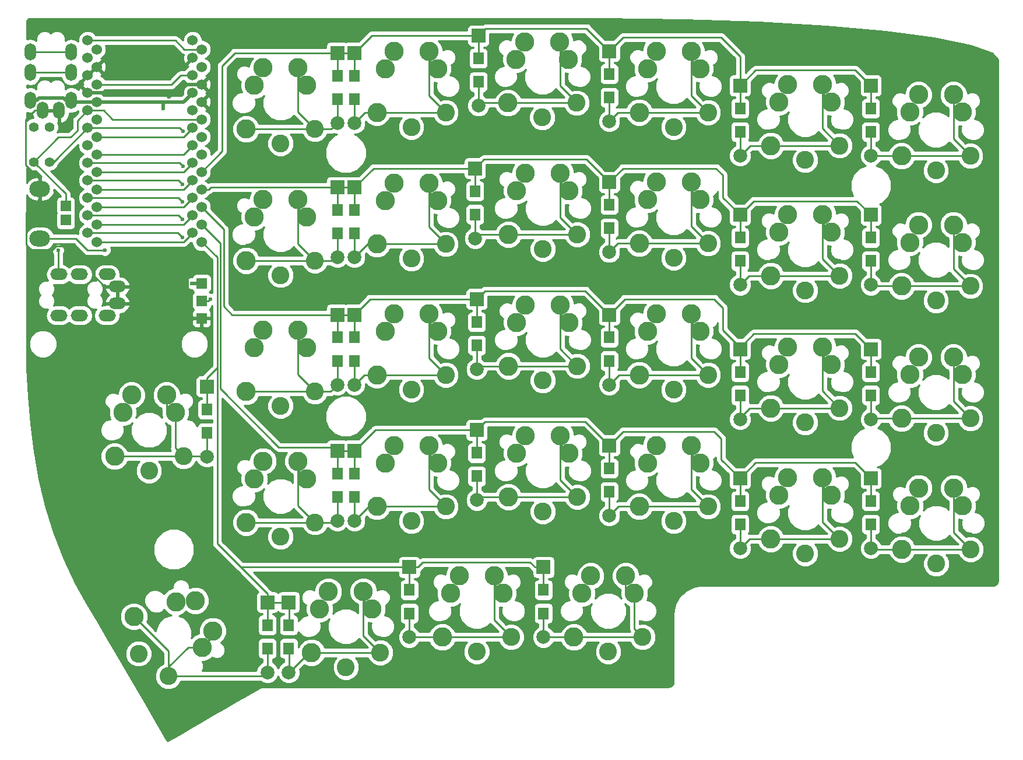
<source format=gtl>
G04 #@! TF.GenerationSoftware,KiCad,Pcbnew,(5.0.0-3-g5ebb6b6)*
G04 #@! TF.CreationDate,2018-08-17T18:08:09+09:00*
G04 #@! TF.ProjectId,Lily58,4C696C7935382E6B696361645F706362,rev?*
G04 #@! TF.SameCoordinates,Original*
G04 #@! TF.FileFunction,Copper,L1,Top,Signal*
G04 #@! TF.FilePolarity,Positive*
%FSLAX46Y46*%
G04 Gerber Fmt 4.6, Leading zero omitted, Abs format (unit mm)*
G04 Created by KiCad (PCBNEW (5.0.0-3-g5ebb6b6)) date *
%MOMM*%
%LPD*%
G01*
G04 APERTURE LIST*
G04 #@! TA.AperFunction,ComponentPad*
%ADD10O,2.500000X1.700000*%
G04 #@! TD*
G04 #@! TA.AperFunction,ComponentPad*
%ADD11C,2.800000*%
G04 #@! TD*
G04 #@! TA.AperFunction,ComponentPad*
%ADD12C,2.600000*%
G04 #@! TD*
G04 #@! TA.AperFunction,ComponentPad*
%ADD13O,1.700000X2.500000*%
G04 #@! TD*
G04 #@! TA.AperFunction,ComponentPad*
%ADD14C,1.524000*%
G04 #@! TD*
G04 #@! TA.AperFunction,ComponentPad*
%ADD15C,1.397000*%
G04 #@! TD*
G04 #@! TA.AperFunction,ComponentPad*
%ADD16R,1.998980X1.998980*%
G04 #@! TD*
G04 #@! TA.AperFunction,ComponentPad*
%ADD17C,1.998980*%
G04 #@! TD*
G04 #@! TA.AperFunction,ComponentPad*
%ADD18R,1.500000X1.800000*%
G04 #@! TD*
G04 #@! TA.AperFunction,SMDPad,CuDef*
%ADD19R,1.524000X1.524000*%
G04 #@! TD*
G04 #@! TA.AperFunction,ComponentPad*
%ADD20O,3.000000X2.300000*%
G04 #@! TD*
G04 #@! TA.AperFunction,ComponentPad*
%ADD21R,1.524000X1.524000*%
G04 #@! TD*
G04 #@! TA.AperFunction,ViaPad*
%ADD22C,0.600000*%
G04 #@! TD*
G04 #@! TA.AperFunction,Conductor*
%ADD23C,0.250000*%
G04 #@! TD*
G04 #@! TA.AperFunction,Conductor*
%ADD24C,0.500000*%
G04 #@! TD*
G04 #@! TA.AperFunction,Conductor*
%ADD25C,0.254000*%
G04 #@! TD*
G04 APERTURE END LIST*
D10*
G04 #@! TO.P,J2,4*
G04 #@! TO.N,GND*
X96800000Y-79100000D03*
G04 #@! TO.P,J2,1*
G04 #@! TO.N,VCC*
X95300000Y-74900000D03*
G04 #@! TO.P,J2,3*
G04 #@! TO.N,SCL*
X91300000Y-74900000D03*
G04 #@! TO.P,J2,2*
G04 #@! TO.N,/xtradata*
X88300000Y-74900000D03*
G04 #@! TO.P,J2,3*
G04 #@! TO.N,SCL*
X91300000Y-80850000D03*
G04 #@! TO.P,J2,2*
G04 #@! TO.N,/xtradata*
X88300000Y-80850000D03*
G04 #@! TO.P,J2,4*
G04 #@! TO.N,GND*
X96800000Y-76650000D03*
G04 #@! TO.P,J2,1*
G04 #@! TO.N,VCC*
X95300000Y-80850000D03*
G04 #@! TD*
D11*
G04 #@! TO.P,SW18,1*
G04 #@! TO.N,col0*
X211890000Y-89460000D03*
G04 #@! TO.P,SW18,2*
G04 #@! TO.N,Net-(D18-Pad2)*
X219510000Y-89460000D03*
G04 #@! TO.P,SW18,1*
G04 #@! TO.N,col0*
X213160000Y-86920000D03*
G04 #@! TO.P,SW18,2*
G04 #@! TO.N,Net-(D18-Pad2)*
X218240000Y-86920000D03*
X210700000Y-95800000D03*
D12*
G04 #@! TO.P,SW18,1*
G04 #@! TO.N,col0*
X215700000Y-97900000D03*
G04 #@! TO.P,SW18,2*
G04 #@! TO.N,Net-(D18-Pad2)*
X220700000Y-95800000D03*
G04 #@! TD*
D13*
G04 #@! TO.P,J2,1*
G04 #@! TO.N,VCC*
X84150000Y-49600000D03*
G04 #@! TO.P,J2,4*
G04 #@! TO.N,GND*
X88350000Y-51100000D03*
G04 #@! TO.P,J2,2*
G04 #@! TO.N,/xtradata*
X84150000Y-42600000D03*
G04 #@! TO.P,J2,3*
G04 #@! TO.N,SCL*
X84150000Y-45600000D03*
G04 #@! TO.P,J2,2*
G04 #@! TO.N,/xtradata*
X90100000Y-42600000D03*
G04 #@! TO.P,J2,3*
G04 #@! TO.N,SCL*
X90100000Y-45600000D03*
G04 #@! TO.P,J2,1*
G04 #@! TO.N,VCC*
X90100000Y-49600000D03*
G04 #@! TO.P,J2,4*
G04 #@! TO.N,GND*
X85900000Y-51100000D03*
G04 #@! TD*
D11*
G04 #@! TO.P,SW24,1*
G04 #@! TO.N,col0*
X211940000Y-108460000D03*
G04 #@! TO.P,SW24,2*
G04 #@! TO.N,Net-(D24-Pad2)*
X219560000Y-108460000D03*
G04 #@! TO.P,SW24,1*
G04 #@! TO.N,col0*
X213210000Y-105920000D03*
G04 #@! TO.P,SW24,2*
G04 #@! TO.N,Net-(D24-Pad2)*
X218290000Y-105920000D03*
X210750000Y-114800000D03*
D12*
G04 #@! TO.P,SW24,1*
G04 #@! TO.N,col0*
X215750000Y-116900000D03*
G04 #@! TO.P,SW24,2*
G04 #@! TO.N,Net-(D24-Pad2)*
X220750000Y-114800000D03*
G04 #@! TD*
D14*
G04 #@! TO.P,U1,1*
G04 #@! TO.N,LED*
X92480000Y-40930000D03*
G04 #@! TO.P,U1,2*
G04 #@! TO.N,N/C*
X92480000Y-43470000D03*
G04 #@! TO.P,U1,3*
G04 #@! TO.N,GND*
X92480000Y-46010000D03*
G04 #@! TO.P,U1,4*
X92480000Y-48550000D03*
G04 #@! TO.P,U1,5*
G04 #@! TO.N,SDA*
X92480000Y-51090000D03*
G04 #@! TO.P,U1,6*
G04 #@! TO.N,SCL*
X92480000Y-53630000D03*
G04 #@! TO.P,U1,7*
G04 #@! TO.N,N/C*
X92480000Y-56170000D03*
G04 #@! TO.P,U1,8*
G04 #@! TO.N,row0*
X92480000Y-58710000D03*
G04 #@! TO.P,U1,9*
G04 #@! TO.N,row1*
X92480000Y-61250000D03*
G04 #@! TO.P,U1,10*
G04 #@! TO.N,row2*
X92480000Y-63790000D03*
G04 #@! TO.P,U1,11*
G04 #@! TO.N,row3*
X92480000Y-66330000D03*
G04 #@! TO.P,U1,12*
G04 #@! TO.N,row4*
X92480000Y-68870000D03*
G04 #@! TO.P,U1,13*
G04 #@! TO.N,col5*
X107720000Y-68870000D03*
G04 #@! TO.P,U1,14*
G04 #@! TO.N,col4*
X107720000Y-66330000D03*
G04 #@! TO.P,U1,15*
G04 #@! TO.N,col3*
X107720000Y-63790000D03*
G04 #@! TO.P,U1,16*
G04 #@! TO.N,col2*
X107720000Y-61250000D03*
G04 #@! TO.P,U1,17*
G04 #@! TO.N,col1*
X107720000Y-58710000D03*
G04 #@! TO.P,U1,18*
G04 #@! TO.N,col0*
X107720000Y-56170000D03*
G04 #@! TO.P,U1,19*
G04 #@! TO.N,N/C*
X107720000Y-53630000D03*
G04 #@! TO.P,U1,20*
X107720000Y-51090000D03*
G04 #@! TO.P,U1,21*
G04 #@! TO.N,VCC*
X107720000Y-48550000D03*
G04 #@! TO.P,U1,22*
G04 #@! TO.N,RESET*
X107720000Y-46010000D03*
G04 #@! TO.P,U1,23*
G04 #@! TO.N,GND*
X107720000Y-43470000D03*
G04 #@! TO.P,U1,24*
G04 #@! TO.N,N/C*
X107720000Y-40930000D03*
G04 #@! TD*
D15*
G04 #@! TO.P,R1,1*
G04 #@! TO.N,VCC*
X84688035Y-53499272D03*
G04 #@! TO.P,R1,2*
G04 #@! TO.N,SDA*
X84688035Y-58579272D03*
G04 #@! TD*
D11*
G04 #@! TO.P,SW25,1*
G04 #@! TO.N,col5*
X97590000Y-94960000D03*
G04 #@! TO.P,SW25,2*
G04 #@! TO.N,Net-(D25-Pad2)*
X105210000Y-94960000D03*
G04 #@! TO.P,SW25,1*
G04 #@! TO.N,col5*
X98860000Y-92420000D03*
G04 #@! TO.P,SW25,2*
G04 #@! TO.N,Net-(D25-Pad2)*
X103940000Y-92420000D03*
X96400000Y-101300000D03*
D12*
G04 #@! TO.P,SW25,1*
G04 #@! TO.N,col5*
X101400000Y-103400000D03*
G04 #@! TO.P,SW25,2*
G04 #@! TO.N,Net-(D25-Pad2)*
X106400000Y-101300000D03*
G04 #@! TD*
D11*
G04 #@! TO.P,SW28,1*
G04 #@! TO.N,col2*
X145190000Y-121210000D03*
G04 #@! TO.P,SW28,2*
G04 #@! TO.N,Net-(D28-Pad2)*
X152810000Y-121210000D03*
G04 #@! TO.P,SW28,1*
G04 #@! TO.N,col2*
X146460000Y-118670000D03*
G04 #@! TO.P,SW28,2*
G04 #@! TO.N,Net-(D28-Pad2)*
X151540000Y-118670000D03*
X144000000Y-127550000D03*
D12*
G04 #@! TO.P,SW28,1*
G04 #@! TO.N,col2*
X149000000Y-129650000D03*
G04 #@! TO.P,SW28,2*
G04 #@! TO.N,Net-(D28-Pad2)*
X154000000Y-127550000D03*
G04 #@! TD*
D11*
G04 #@! TO.P,SW1,1*
G04 #@! TO.N,col5*
X116690000Y-47460000D03*
G04 #@! TO.P,SW1,2*
G04 #@! TO.N,Net-(D1-Pad2)*
X124310000Y-47460000D03*
G04 #@! TO.P,SW1,1*
G04 #@! TO.N,col5*
X117960000Y-44920000D03*
G04 #@! TO.P,SW1,2*
G04 #@! TO.N,Net-(D1-Pad2)*
X123040000Y-44920000D03*
X115500000Y-53800000D03*
D12*
G04 #@! TO.P,SW1,1*
G04 #@! TO.N,col5*
X120500000Y-55900000D03*
G04 #@! TO.P,SW1,2*
G04 #@! TO.N,Net-(D1-Pad2)*
X125500000Y-53800000D03*
G04 #@! TD*
G04 #@! TO.P,SW26,2*
G04 #@! TO.N,Net-(D26-Pad2)*
X104209103Y-133230127D03*
G04 #@! TO.P,SW26,1*
G04 #@! TO.N,col4*
X99890450Y-129950000D03*
D11*
G04 #@! TO.P,SW26,2*
G04 #@! TO.N,Net-(D26-Pad2)*
X99209103Y-124569873D03*
X110669409Y-126659705D03*
G04 #@! TO.P,SW26,1*
G04 #@! TO.N,col4*
X108129409Y-122260295D03*
G04 #@! TO.P,SW26,2*
G04 #@! TO.N,Net-(D26-Pad2)*
X109104705Y-129029557D03*
G04 #@! TO.P,SW26,1*
G04 #@! TO.N,col4*
X105294705Y-122430443D03*
G04 #@! TD*
D16*
G04 #@! TO.P,D1,1*
G04 #@! TO.N,row0*
X128752540Y-42750000D03*
D17*
G04 #@! TO.P,D1,2*
G04 #@! TO.N,Net-(D1-Pad2)*
X128752540Y-52910000D03*
D18*
G04 #@! TO.P,D1,1*
G04 #@! TO.N,row0*
X128750000Y-46050000D03*
G04 #@! TO.P,D1,2*
G04 #@! TO.N,Net-(D1-Pad2)*
X128750000Y-49450000D03*
G04 #@! TD*
G04 #@! TO.P,D2,2*
G04 #@! TO.N,Net-(D2-Pad2)*
X131250000Y-49450000D03*
G04 #@! TO.P,D2,1*
G04 #@! TO.N,row0*
X131250000Y-46050000D03*
D17*
G04 #@! TO.P,D2,2*
G04 #@! TO.N,Net-(D2-Pad2)*
X131252540Y-52910000D03*
D16*
G04 #@! TO.P,D2,1*
G04 #@! TO.N,row0*
X131252540Y-42750000D03*
G04 #@! TD*
G04 #@! TO.P,D3,1*
G04 #@! TO.N,row0*
X149252540Y-40250000D03*
D17*
G04 #@! TO.P,D3,2*
G04 #@! TO.N,Net-(D3-Pad2)*
X149252540Y-50410000D03*
D18*
G04 #@! TO.P,D3,1*
G04 #@! TO.N,row0*
X149250000Y-43550000D03*
G04 #@! TO.P,D3,2*
G04 #@! TO.N,Net-(D3-Pad2)*
X149250000Y-46950000D03*
G04 #@! TD*
G04 #@! TO.P,D4,2*
G04 #@! TO.N,Net-(D4-Pad2)*
X168250000Y-49200000D03*
G04 #@! TO.P,D4,1*
G04 #@! TO.N,row0*
X168250000Y-45800000D03*
D17*
G04 #@! TO.P,D4,2*
G04 #@! TO.N,Net-(D4-Pad2)*
X168252540Y-52660000D03*
D16*
G04 #@! TO.P,D4,1*
G04 #@! TO.N,row0*
X168252540Y-42500000D03*
G04 #@! TD*
G04 #@! TO.P,D5,1*
G04 #@! TO.N,row0*
X187252540Y-47500000D03*
D17*
G04 #@! TO.P,D5,2*
G04 #@! TO.N,Net-(D5-Pad2)*
X187252540Y-57660000D03*
D18*
G04 #@! TO.P,D5,1*
G04 #@! TO.N,row0*
X187250000Y-50800000D03*
G04 #@! TO.P,D5,2*
G04 #@! TO.N,Net-(D5-Pad2)*
X187250000Y-54200000D03*
G04 #@! TD*
G04 #@! TO.P,D6,2*
G04 #@! TO.N,Net-(D6-Pad2)*
X206250000Y-54200000D03*
G04 #@! TO.P,D6,1*
G04 #@! TO.N,row0*
X206250000Y-50800000D03*
D17*
G04 #@! TO.P,D6,2*
G04 #@! TO.N,Net-(D6-Pad2)*
X206252540Y-57660000D03*
D16*
G04 #@! TO.P,D6,1*
G04 #@! TO.N,row0*
X206252540Y-47500000D03*
G04 #@! TD*
D18*
G04 #@! TO.P,D7,2*
G04 #@! TO.N,Net-(D7-Pad2)*
X128750000Y-68950000D03*
G04 #@! TO.P,D7,1*
G04 #@! TO.N,row1*
X128750000Y-65550000D03*
D17*
G04 #@! TO.P,D7,2*
G04 #@! TO.N,Net-(D7-Pad2)*
X128752540Y-72410000D03*
D16*
G04 #@! TO.P,D7,1*
G04 #@! TO.N,row1*
X128752540Y-62250000D03*
G04 #@! TD*
G04 #@! TO.P,D8,1*
G04 #@! TO.N,row1*
X131252540Y-62250000D03*
D17*
G04 #@! TO.P,D8,2*
G04 #@! TO.N,Net-(D8-Pad2)*
X131252540Y-72410000D03*
D18*
G04 #@! TO.P,D8,1*
G04 #@! TO.N,row1*
X131250000Y-65550000D03*
G04 #@! TO.P,D8,2*
G04 #@! TO.N,Net-(D8-Pad2)*
X131250000Y-68950000D03*
G04 #@! TD*
G04 #@! TO.P,D9,2*
G04 #@! TO.N,Net-(D9-Pad2)*
X148750000Y-66200000D03*
G04 #@! TO.P,D9,1*
G04 #@! TO.N,row1*
X148750000Y-62800000D03*
D17*
G04 #@! TO.P,D9,2*
G04 #@! TO.N,Net-(D9-Pad2)*
X148752540Y-69660000D03*
D16*
G04 #@! TO.P,D9,1*
G04 #@! TO.N,row1*
X148752540Y-59500000D03*
G04 #@! TD*
G04 #@! TO.P,D10,1*
G04 #@! TO.N,row1*
X168252540Y-61500000D03*
D17*
G04 #@! TO.P,D10,2*
G04 #@! TO.N,Net-(D10-Pad2)*
X168252540Y-71660000D03*
D18*
G04 #@! TO.P,D10,1*
G04 #@! TO.N,row1*
X168250000Y-64800000D03*
G04 #@! TO.P,D10,2*
G04 #@! TO.N,Net-(D10-Pad2)*
X168250000Y-68200000D03*
G04 #@! TD*
G04 #@! TO.P,D11,2*
G04 #@! TO.N,Net-(D11-Pad2)*
X187250000Y-72950000D03*
G04 #@! TO.P,D11,1*
G04 #@! TO.N,row1*
X187250000Y-69550000D03*
D17*
G04 #@! TO.P,D11,2*
G04 #@! TO.N,Net-(D11-Pad2)*
X187252540Y-76410000D03*
D16*
G04 #@! TO.P,D11,1*
G04 #@! TO.N,row1*
X187252540Y-66250000D03*
G04 #@! TD*
D18*
G04 #@! TO.P,D12,2*
G04 #@! TO.N,Net-(D12-Pad2)*
X206250000Y-72950000D03*
G04 #@! TO.P,D12,1*
G04 #@! TO.N,row1*
X206250000Y-69550000D03*
D17*
G04 #@! TO.P,D12,2*
G04 #@! TO.N,Net-(D12-Pad2)*
X206252540Y-76410000D03*
D16*
G04 #@! TO.P,D12,1*
G04 #@! TO.N,row1*
X206252540Y-66250000D03*
G04 #@! TD*
G04 #@! TO.P,D13,1*
G04 #@! TO.N,row2*
X128752540Y-80750000D03*
D17*
G04 #@! TO.P,D13,2*
G04 #@! TO.N,Net-(D13-Pad2)*
X128752540Y-90910000D03*
D18*
G04 #@! TO.P,D13,1*
G04 #@! TO.N,row2*
X128750000Y-84050000D03*
G04 #@! TO.P,D13,2*
G04 #@! TO.N,Net-(D13-Pad2)*
X128750000Y-87450000D03*
G04 #@! TD*
G04 #@! TO.P,D14,2*
G04 #@! TO.N,Net-(D14-Pad2)*
X131250000Y-87450000D03*
G04 #@! TO.P,D14,1*
G04 #@! TO.N,row2*
X131250000Y-84050000D03*
D17*
G04 #@! TO.P,D14,2*
G04 #@! TO.N,Net-(D14-Pad2)*
X131252540Y-90910000D03*
D16*
G04 #@! TO.P,D14,1*
G04 #@! TO.N,row2*
X131252540Y-80750000D03*
G04 #@! TD*
G04 #@! TO.P,D15,1*
G04 #@! TO.N,row2*
X149002540Y-78500000D03*
D17*
G04 #@! TO.P,D15,2*
G04 #@! TO.N,Net-(D15-Pad2)*
X149002540Y-88660000D03*
D18*
G04 #@! TO.P,D15,1*
G04 #@! TO.N,row2*
X149000000Y-81800000D03*
G04 #@! TO.P,D15,2*
G04 #@! TO.N,Net-(D15-Pad2)*
X149000000Y-85200000D03*
G04 #@! TD*
G04 #@! TO.P,D16,2*
G04 #@! TO.N,Net-(D16-Pad2)*
X168250000Y-87450000D03*
G04 #@! TO.P,D16,1*
G04 #@! TO.N,row2*
X168250000Y-84050000D03*
D17*
G04 #@! TO.P,D16,2*
G04 #@! TO.N,Net-(D16-Pad2)*
X168252540Y-90910000D03*
D16*
G04 #@! TO.P,D16,1*
G04 #@! TO.N,row2*
X168252540Y-80750000D03*
G04 #@! TD*
G04 #@! TO.P,D17,1*
G04 #@! TO.N,row2*
X187252540Y-85750000D03*
D17*
G04 #@! TO.P,D17,2*
G04 #@! TO.N,Net-(D17-Pad2)*
X187252540Y-95910000D03*
D18*
G04 #@! TO.P,D17,1*
G04 #@! TO.N,row2*
X187250000Y-89050000D03*
G04 #@! TO.P,D17,2*
G04 #@! TO.N,Net-(D17-Pad2)*
X187250000Y-92450000D03*
G04 #@! TD*
G04 #@! TO.P,D18,2*
G04 #@! TO.N,Net-(D18-Pad2)*
X206250000Y-92450000D03*
G04 #@! TO.P,D18,1*
G04 #@! TO.N,row2*
X206250000Y-89050000D03*
D17*
G04 #@! TO.P,D18,2*
G04 #@! TO.N,Net-(D18-Pad2)*
X206252540Y-95910000D03*
D16*
G04 #@! TO.P,D18,1*
G04 #@! TO.N,row2*
X206252540Y-85750000D03*
G04 #@! TD*
D18*
G04 #@! TO.P,D19,2*
G04 #@! TO.N,Net-(D19-Pad2)*
X128750000Y-107200000D03*
G04 #@! TO.P,D19,1*
G04 #@! TO.N,row3*
X128750000Y-103800000D03*
D17*
G04 #@! TO.P,D19,2*
G04 #@! TO.N,Net-(D19-Pad2)*
X128752540Y-110660000D03*
D16*
G04 #@! TO.P,D19,1*
G04 #@! TO.N,row3*
X128752540Y-100500000D03*
G04 #@! TD*
G04 #@! TO.P,D20,1*
G04 #@! TO.N,row3*
X131252540Y-100500000D03*
D17*
G04 #@! TO.P,D20,2*
G04 #@! TO.N,Net-(D20-Pad2)*
X131252540Y-110660000D03*
D18*
G04 #@! TO.P,D20,1*
G04 #@! TO.N,row3*
X131250000Y-103800000D03*
G04 #@! TO.P,D20,2*
G04 #@! TO.N,Net-(D20-Pad2)*
X131250000Y-107200000D03*
G04 #@! TD*
G04 #@! TO.P,D21,2*
G04 #@! TO.N,Net-(D21-Pad2)*
X149000000Y-104200000D03*
G04 #@! TO.P,D21,1*
G04 #@! TO.N,row3*
X149000000Y-100800000D03*
D17*
G04 #@! TO.P,D21,2*
G04 #@! TO.N,Net-(D21-Pad2)*
X149002540Y-107660000D03*
D16*
G04 #@! TO.P,D21,1*
G04 #@! TO.N,row3*
X149002540Y-97500000D03*
G04 #@! TD*
G04 #@! TO.P,D22,1*
G04 #@! TO.N,row3*
X168252540Y-99750000D03*
D17*
G04 #@! TO.P,D22,2*
G04 #@! TO.N,Net-(D22-Pad2)*
X168252540Y-109910000D03*
D18*
G04 #@! TO.P,D22,1*
G04 #@! TO.N,row3*
X168250000Y-103050000D03*
G04 #@! TO.P,D22,2*
G04 #@! TO.N,Net-(D22-Pad2)*
X168250000Y-106450000D03*
G04 #@! TD*
G04 #@! TO.P,D23,2*
G04 #@! TO.N,Net-(D23-Pad2)*
X187250000Y-111200000D03*
G04 #@! TO.P,D23,1*
G04 #@! TO.N,row3*
X187250000Y-107800000D03*
D17*
G04 #@! TO.P,D23,2*
G04 #@! TO.N,Net-(D23-Pad2)*
X187252540Y-114660000D03*
D16*
G04 #@! TO.P,D23,1*
G04 #@! TO.N,row3*
X187252540Y-104500000D03*
G04 #@! TD*
G04 #@! TO.P,D24,1*
G04 #@! TO.N,row3*
X206252540Y-104500000D03*
D17*
G04 #@! TO.P,D24,2*
G04 #@! TO.N,Net-(D24-Pad2)*
X206252540Y-114660000D03*
D18*
G04 #@! TO.P,D24,1*
G04 #@! TO.N,row3*
X206250000Y-107800000D03*
G04 #@! TO.P,D24,2*
G04 #@! TO.N,Net-(D24-Pad2)*
X206250000Y-111200000D03*
G04 #@! TD*
D16*
G04 #@! TO.P,D25,1*
G04 #@! TO.N,row4*
X109802540Y-91200000D03*
D17*
G04 #@! TO.P,D25,2*
G04 #@! TO.N,Net-(D25-Pad2)*
X109802540Y-101360000D03*
D18*
G04 #@! TO.P,D25,1*
G04 #@! TO.N,row4*
X109800000Y-94500000D03*
G04 #@! TO.P,D25,2*
G04 #@! TO.N,Net-(D25-Pad2)*
X109800000Y-97900000D03*
G04 #@! TD*
G04 #@! TO.P,D26,2*
G04 #@! TO.N,Net-(D26-Pad2)*
X118600000Y-129200000D03*
G04 #@! TO.P,D26,1*
G04 #@! TO.N,row4*
X118600000Y-125800000D03*
D17*
G04 #@! TO.P,D26,2*
G04 #@! TO.N,Net-(D26-Pad2)*
X118602540Y-132660000D03*
D16*
G04 #@! TO.P,D26,1*
G04 #@! TO.N,row4*
X118602540Y-122500000D03*
G04 #@! TD*
G04 #@! TO.P,D27,1*
G04 #@! TO.N,row4*
X121702540Y-122500000D03*
D17*
G04 #@! TO.P,D27,2*
G04 #@! TO.N,Net-(D27-Pad2)*
X121702540Y-132660000D03*
D18*
G04 #@! TO.P,D27,1*
G04 #@! TO.N,row4*
X121700000Y-125800000D03*
G04 #@! TO.P,D27,2*
G04 #@! TO.N,Net-(D27-Pad2)*
X121700000Y-129200000D03*
G04 #@! TD*
G04 #@! TO.P,D28,2*
G04 #@! TO.N,Net-(D28-Pad2)*
X139200000Y-124100000D03*
G04 #@! TO.P,D28,1*
G04 #@! TO.N,row4*
X139200000Y-120700000D03*
D17*
G04 #@! TO.P,D28,2*
G04 #@! TO.N,Net-(D28-Pad2)*
X139202540Y-127560000D03*
D16*
G04 #@! TO.P,D28,1*
G04 #@! TO.N,row4*
X139202540Y-117400000D03*
G04 #@! TD*
G04 #@! TO.P,D29,1*
G04 #@! TO.N,row4*
X158702540Y-117400000D03*
D17*
G04 #@! TO.P,D29,2*
G04 #@! TO.N,Net-(D29-Pad2)*
X158702540Y-127560000D03*
D18*
G04 #@! TO.P,D29,1*
G04 #@! TO.N,row4*
X158700000Y-120700000D03*
G04 #@! TO.P,D29,2*
G04 #@! TO.N,Net-(D29-Pad2)*
X158700000Y-124100000D03*
G04 #@! TD*
D19*
G04 #@! TO.P,J1,3*
G04 #@! TO.N,VCC*
X109050000Y-76200000D03*
G04 #@! TO.P,J1,2*
G04 #@! TO.N,LED*
X109050000Y-78740000D03*
G04 #@! TO.P,J1,1*
G04 #@! TO.N,GND*
X109050000Y-81280000D03*
G04 #@! TD*
D15*
G04 #@! TO.P,R2,2*
G04 #@! TO.N,SCL*
X86938035Y-58579272D03*
G04 #@! TO.P,R2,1*
G04 #@! TO.N,VCC*
X86938035Y-53499272D03*
G04 #@! TD*
D20*
G04 #@! TO.P,RSW1,1*
G04 #@! TO.N,GND*
X85550000Y-62500000D03*
G04 #@! TO.P,RSW1,2*
G04 #@! TO.N,RESET*
X85550000Y-69700000D03*
G04 #@! TD*
D12*
G04 #@! TO.P,SW2,2*
G04 #@! TO.N,Net-(D2-Pad2)*
X144500000Y-51400000D03*
G04 #@! TO.P,SW2,1*
G04 #@! TO.N,col4*
X139500000Y-53500000D03*
D11*
G04 #@! TO.P,SW2,2*
G04 #@! TO.N,Net-(D2-Pad2)*
X134500000Y-51400000D03*
X142040000Y-42520000D03*
G04 #@! TO.P,SW2,1*
G04 #@! TO.N,col4*
X136960000Y-42520000D03*
G04 #@! TO.P,SW2,2*
G04 #@! TO.N,Net-(D2-Pad2)*
X143310000Y-45060000D03*
G04 #@! TO.P,SW2,1*
G04 #@! TO.N,col4*
X135690000Y-45059999D03*
G04 #@! TD*
G04 #@! TO.P,SW3,1*
G04 #@! TO.N,col3*
X154720000Y-43670000D03*
G04 #@! TO.P,SW3,2*
G04 #@! TO.N,Net-(D3-Pad2)*
X162340000Y-43670000D03*
G04 #@! TO.P,SW3,1*
G04 #@! TO.N,col3*
X155990000Y-41130000D03*
G04 #@! TO.P,SW3,2*
G04 #@! TO.N,Net-(D3-Pad2)*
X161070000Y-41130000D03*
X153530000Y-50010000D03*
D12*
G04 #@! TO.P,SW3,1*
G04 #@! TO.N,col3*
X158530000Y-52110000D03*
G04 #@! TO.P,SW3,2*
G04 #@! TO.N,Net-(D3-Pad2)*
X163530000Y-50010000D03*
G04 #@! TD*
D11*
G04 #@! TO.P,SW4,1*
G04 #@! TO.N,col2*
X173790000Y-45060000D03*
G04 #@! TO.P,SW4,2*
G04 #@! TO.N,Net-(D4-Pad2)*
X181410000Y-45060000D03*
G04 #@! TO.P,SW4,1*
G04 #@! TO.N,col2*
X175060000Y-42520000D03*
G04 #@! TO.P,SW4,2*
G04 #@! TO.N,Net-(D4-Pad2)*
X180140000Y-42520000D03*
X172600000Y-51400000D03*
D12*
G04 #@! TO.P,SW4,1*
G04 #@! TO.N,col2*
X177600000Y-53500000D03*
G04 #@! TO.P,SW4,2*
G04 #@! TO.N,Net-(D4-Pad2)*
X182600000Y-51400000D03*
G04 #@! TD*
G04 #@! TO.P,SW5,2*
G04 #@! TO.N,Net-(D5-Pad2)*
X201700000Y-56200000D03*
G04 #@! TO.P,SW5,1*
G04 #@! TO.N,col1*
X196700000Y-58300000D03*
D11*
G04 #@! TO.P,SW5,2*
G04 #@! TO.N,Net-(D5-Pad2)*
X191700000Y-56200000D03*
X199240000Y-47320000D03*
G04 #@! TO.P,SW5,1*
G04 #@! TO.N,col1*
X194160000Y-47320000D03*
G04 #@! TO.P,SW5,2*
G04 #@! TO.N,Net-(D5-Pad2)*
X200510000Y-49860000D03*
G04 #@! TO.P,SW5,1*
G04 #@! TO.N,col1*
X192890000Y-49860000D03*
G04 #@! TD*
D12*
G04 #@! TO.P,SW6,2*
G04 #@! TO.N,Net-(D6-Pad2)*
X220700000Y-57700000D03*
G04 #@! TO.P,SW6,1*
G04 #@! TO.N,col0*
X215700000Y-59800000D03*
D11*
G04 #@! TO.P,SW6,2*
G04 #@! TO.N,Net-(D6-Pad2)*
X210700000Y-57700000D03*
X218240000Y-48820000D03*
G04 #@! TO.P,SW6,1*
G04 #@! TO.N,col0*
X213160000Y-48820000D03*
G04 #@! TO.P,SW6,2*
G04 #@! TO.N,Net-(D6-Pad2)*
X219510000Y-51360000D03*
G04 #@! TO.P,SW6,1*
G04 #@! TO.N,col0*
X211890000Y-51360000D03*
G04 #@! TD*
G04 #@! TO.P,SW7,1*
G04 #@! TO.N,col5*
X116690000Y-66560000D03*
G04 #@! TO.P,SW7,2*
G04 #@! TO.N,Net-(D7-Pad2)*
X124310000Y-66560000D03*
G04 #@! TO.P,SW7,1*
G04 #@! TO.N,col5*
X117960000Y-64020000D03*
G04 #@! TO.P,SW7,2*
G04 #@! TO.N,Net-(D7-Pad2)*
X123040000Y-64020000D03*
X115500000Y-72900000D03*
D12*
G04 #@! TO.P,SW7,1*
G04 #@! TO.N,col5*
X120500000Y-75000000D03*
G04 #@! TO.P,SW7,2*
G04 #@! TO.N,Net-(D7-Pad2)*
X125500000Y-72900000D03*
G04 #@! TD*
G04 #@! TO.P,SW8,2*
G04 #@! TO.N,Net-(D8-Pad2)*
X144500000Y-70500000D03*
G04 #@! TO.P,SW8,1*
G04 #@! TO.N,col4*
X139500000Y-72600000D03*
D11*
G04 #@! TO.P,SW8,2*
G04 #@! TO.N,Net-(D8-Pad2)*
X134500000Y-70500000D03*
X142040000Y-61620000D03*
G04 #@! TO.P,SW8,1*
G04 #@! TO.N,col4*
X136960000Y-61620000D03*
G04 #@! TO.P,SW8,2*
G04 #@! TO.N,Net-(D8-Pad2)*
X143310000Y-64160000D03*
G04 #@! TO.P,SW8,1*
G04 #@! TO.N,col4*
X135690000Y-64160000D03*
G04 #@! TD*
G04 #@! TO.P,SW9,1*
G04 #@! TO.N,col3*
X154790000Y-62760000D03*
G04 #@! TO.P,SW9,2*
G04 #@! TO.N,Net-(D9-Pad2)*
X162410000Y-62760000D03*
G04 #@! TO.P,SW9,1*
G04 #@! TO.N,col3*
X156060000Y-60220000D03*
G04 #@! TO.P,SW9,2*
G04 #@! TO.N,Net-(D9-Pad2)*
X161140000Y-60220000D03*
X153600000Y-69100000D03*
D12*
G04 #@! TO.P,SW9,1*
G04 #@! TO.N,col3*
X158600000Y-71200000D03*
G04 #@! TO.P,SW9,2*
G04 #@! TO.N,Net-(D9-Pad2)*
X163600000Y-69100000D03*
G04 #@! TD*
G04 #@! TO.P,SW10,2*
G04 #@! TO.N,Net-(D10-Pad2)*
X182600000Y-70400000D03*
G04 #@! TO.P,SW10,1*
G04 #@! TO.N,col2*
X177600000Y-72500000D03*
D11*
G04 #@! TO.P,SW10,2*
G04 #@! TO.N,Net-(D10-Pad2)*
X172600000Y-70400000D03*
X180140000Y-61520000D03*
G04 #@! TO.P,SW10,1*
G04 #@! TO.N,col2*
X175060000Y-61520000D03*
G04 #@! TO.P,SW10,2*
G04 #@! TO.N,Net-(D10-Pad2)*
X181410000Y-64060000D03*
G04 #@! TO.P,SW10,1*
G04 #@! TO.N,col2*
X173790000Y-64060000D03*
G04 #@! TD*
G04 #@! TO.P,SW11,1*
G04 #@! TO.N,col1*
X192890000Y-68760000D03*
G04 #@! TO.P,SW11,2*
G04 #@! TO.N,Net-(D11-Pad2)*
X200510000Y-68760000D03*
G04 #@! TO.P,SW11,1*
G04 #@! TO.N,col1*
X194160000Y-66220000D03*
G04 #@! TO.P,SW11,2*
G04 #@! TO.N,Net-(D11-Pad2)*
X199240000Y-66220000D03*
X191700000Y-75100000D03*
D12*
G04 #@! TO.P,SW11,1*
G04 #@! TO.N,col1*
X196700000Y-77200000D03*
G04 #@! TO.P,SW11,2*
G04 #@! TO.N,Net-(D11-Pad2)*
X201700000Y-75100000D03*
G04 #@! TD*
G04 #@! TO.P,SW12,2*
G04 #@! TO.N,Net-(D12-Pad2)*
X220700000Y-76600000D03*
G04 #@! TO.P,SW12,1*
G04 #@! TO.N,col0*
X215700000Y-78700000D03*
D11*
G04 #@! TO.P,SW12,2*
G04 #@! TO.N,Net-(D12-Pad2)*
X210700000Y-76600000D03*
X218240000Y-67720000D03*
G04 #@! TO.P,SW12,1*
G04 #@! TO.N,col0*
X213160000Y-67720000D03*
G04 #@! TO.P,SW12,2*
G04 #@! TO.N,Net-(D12-Pad2)*
X219510000Y-70260000D03*
G04 #@! TO.P,SW12,1*
G04 #@! TO.N,col0*
X211890000Y-70260000D03*
G04 #@! TD*
D12*
G04 #@! TO.P,SW13,2*
G04 #@! TO.N,Net-(D13-Pad2)*
X125500000Y-91900000D03*
G04 #@! TO.P,SW13,1*
G04 #@! TO.N,col5*
X120500000Y-94000000D03*
D11*
G04 #@! TO.P,SW13,2*
G04 #@! TO.N,Net-(D13-Pad2)*
X115500000Y-91900000D03*
X123040000Y-83020000D03*
G04 #@! TO.P,SW13,1*
G04 #@! TO.N,col5*
X117960000Y-83020000D03*
G04 #@! TO.P,SW13,2*
G04 #@! TO.N,Net-(D13-Pad2)*
X124310000Y-85560000D03*
G04 #@! TO.P,SW13,1*
G04 #@! TO.N,col5*
X116690000Y-85560000D03*
G04 #@! TD*
G04 #@! TO.P,SW14,1*
G04 #@! TO.N,col4*
X135690000Y-83160000D03*
G04 #@! TO.P,SW14,2*
G04 #@! TO.N,Net-(D14-Pad2)*
X143310000Y-83160000D03*
G04 #@! TO.P,SW14,1*
G04 #@! TO.N,col4*
X136960000Y-80620000D03*
G04 #@! TO.P,SW14,2*
G04 #@! TO.N,Net-(D14-Pad2)*
X142040000Y-80620000D03*
X134500000Y-89500000D03*
D12*
G04 #@! TO.P,SW14,1*
G04 #@! TO.N,col4*
X139500000Y-91600000D03*
G04 #@! TO.P,SW14,2*
G04 #@! TO.N,Net-(D14-Pad2)*
X144500000Y-89500000D03*
G04 #@! TD*
G04 #@! TO.P,SW15,2*
G04 #@! TO.N,Net-(D15-Pad2)*
X163600000Y-88200000D03*
G04 #@! TO.P,SW15,1*
G04 #@! TO.N,col3*
X158600000Y-90300000D03*
D11*
G04 #@! TO.P,SW15,2*
G04 #@! TO.N,Net-(D15-Pad2)*
X153600000Y-88200000D03*
X161140000Y-79320000D03*
G04 #@! TO.P,SW15,1*
G04 #@! TO.N,col3*
X156060000Y-79320000D03*
G04 #@! TO.P,SW15,2*
G04 #@! TO.N,Net-(D15-Pad2)*
X162410000Y-81860000D03*
G04 #@! TO.P,SW15,1*
G04 #@! TO.N,col3*
X154790000Y-81860000D03*
G04 #@! TD*
G04 #@! TO.P,SW16,1*
G04 #@! TO.N,col2*
X173790000Y-83160000D03*
G04 #@! TO.P,SW16,2*
G04 #@! TO.N,Net-(D16-Pad2)*
X181410000Y-83160000D03*
G04 #@! TO.P,SW16,1*
G04 #@! TO.N,col2*
X175060000Y-80620000D03*
G04 #@! TO.P,SW16,2*
G04 #@! TO.N,Net-(D16-Pad2)*
X180140000Y-80620000D03*
X172600000Y-89500000D03*
D12*
G04 #@! TO.P,SW16,1*
G04 #@! TO.N,col2*
X177600000Y-91600000D03*
G04 #@! TO.P,SW16,2*
G04 #@! TO.N,Net-(D16-Pad2)*
X182600000Y-89500000D03*
G04 #@! TD*
G04 #@! TO.P,SW17,2*
G04 #@! TO.N,Net-(D17-Pad2)*
X201700000Y-94300000D03*
G04 #@! TO.P,SW17,1*
G04 #@! TO.N,col1*
X196700000Y-96400000D03*
D11*
G04 #@! TO.P,SW17,2*
G04 #@! TO.N,Net-(D17-Pad2)*
X191700000Y-94300000D03*
X199240000Y-85420000D03*
G04 #@! TO.P,SW17,1*
G04 #@! TO.N,col1*
X194160000Y-85420000D03*
G04 #@! TO.P,SW17,2*
G04 #@! TO.N,Net-(D17-Pad2)*
X200510000Y-87960000D03*
G04 #@! TO.P,SW17,1*
G04 #@! TO.N,col1*
X192890000Y-87960000D03*
G04 #@! TD*
G04 #@! TO.P,SW19,1*
G04 #@! TO.N,col5*
X116690000Y-104560000D03*
G04 #@! TO.P,SW19,2*
G04 #@! TO.N,Net-(D19-Pad2)*
X124310000Y-104560000D03*
G04 #@! TO.P,SW19,1*
G04 #@! TO.N,col5*
X117960000Y-102020000D03*
G04 #@! TO.P,SW19,2*
G04 #@! TO.N,Net-(D19-Pad2)*
X123040000Y-102020000D03*
X115500000Y-110900000D03*
D12*
G04 #@! TO.P,SW19,1*
G04 #@! TO.N,col5*
X120500000Y-113000000D03*
G04 #@! TO.P,SW19,2*
G04 #@! TO.N,Net-(D19-Pad2)*
X125500000Y-110900000D03*
G04 #@! TD*
G04 #@! TO.P,SW20,2*
G04 #@! TO.N,Net-(D20-Pad2)*
X144500000Y-108600000D03*
G04 #@! TO.P,SW20,1*
G04 #@! TO.N,col4*
X139500000Y-110700000D03*
D11*
G04 #@! TO.P,SW20,2*
G04 #@! TO.N,Net-(D20-Pad2)*
X134500000Y-108600000D03*
X142040000Y-99720000D03*
G04 #@! TO.P,SW20,1*
G04 #@! TO.N,col4*
X136960000Y-99720000D03*
G04 #@! TO.P,SW20,2*
G04 #@! TO.N,Net-(D20-Pad2)*
X143310000Y-102260000D03*
G04 #@! TO.P,SW20,1*
G04 #@! TO.N,col4*
X135690000Y-102260000D03*
G04 #@! TD*
D12*
G04 #@! TO.P,SW21,2*
G04 #@! TO.N,Net-(D21-Pad2)*
X163600000Y-107200000D03*
G04 #@! TO.P,SW21,1*
G04 #@! TO.N,col3*
X158600000Y-109300000D03*
D11*
G04 #@! TO.P,SW21,2*
G04 #@! TO.N,Net-(D21-Pad2)*
X153600000Y-107200000D03*
X161140000Y-98320000D03*
G04 #@! TO.P,SW21,1*
G04 #@! TO.N,col3*
X156060000Y-98320000D03*
G04 #@! TO.P,SW21,2*
G04 #@! TO.N,Net-(D21-Pad2)*
X162410000Y-100860000D03*
G04 #@! TO.P,SW21,1*
G04 #@! TO.N,col3*
X154790000Y-100860000D03*
G04 #@! TD*
G04 #@! TO.P,SW22,1*
G04 #@! TO.N,col2*
X173790000Y-102260000D03*
G04 #@! TO.P,SW22,2*
G04 #@! TO.N,Net-(D22-Pad2)*
X181410000Y-102260000D03*
G04 #@! TO.P,SW22,1*
G04 #@! TO.N,col2*
X175060000Y-99720000D03*
G04 #@! TO.P,SW22,2*
G04 #@! TO.N,Net-(D22-Pad2)*
X180140000Y-99720000D03*
X172600000Y-108600000D03*
D12*
G04 #@! TO.P,SW22,1*
G04 #@! TO.N,col2*
X177600000Y-110700000D03*
G04 #@! TO.P,SW22,2*
G04 #@! TO.N,Net-(D22-Pad2)*
X182600000Y-108600000D03*
G04 #@! TD*
G04 #@! TO.P,SW23,2*
G04 #@! TO.N,Net-(D23-Pad2)*
X201700000Y-113300000D03*
G04 #@! TO.P,SW23,1*
G04 #@! TO.N,col1*
X196700000Y-115400000D03*
D11*
G04 #@! TO.P,SW23,2*
G04 #@! TO.N,Net-(D23-Pad2)*
X191700000Y-113300000D03*
X199240000Y-104420000D03*
G04 #@! TO.P,SW23,1*
G04 #@! TO.N,col1*
X194160000Y-104420000D03*
G04 #@! TO.P,SW23,2*
G04 #@! TO.N,Net-(D23-Pad2)*
X200510000Y-106960000D03*
G04 #@! TO.P,SW23,1*
G04 #@! TO.N,col1*
X192890000Y-106960000D03*
G04 #@! TD*
D12*
G04 #@! TO.P,SW27,2*
G04 #@! TO.N,Net-(D27-Pad2)*
X135000000Y-129800000D03*
G04 #@! TO.P,SW27,1*
G04 #@! TO.N,col3*
X130000000Y-131900000D03*
D11*
G04 #@! TO.P,SW27,2*
G04 #@! TO.N,Net-(D27-Pad2)*
X125000000Y-129800000D03*
X132540000Y-120920000D03*
G04 #@! TO.P,SW27,1*
G04 #@! TO.N,col3*
X127460000Y-120920000D03*
G04 #@! TO.P,SW27,2*
G04 #@! TO.N,Net-(D27-Pad2)*
X133810000Y-123460000D03*
G04 #@! TO.P,SW27,1*
G04 #@! TO.N,col3*
X126190000Y-123460000D03*
G04 #@! TD*
D12*
G04 #@! TO.P,SW29,2*
G04 #@! TO.N,Net-(D29-Pad2)*
X173100000Y-127550000D03*
G04 #@! TO.P,SW29,1*
G04 #@! TO.N,col1*
X168100000Y-129650000D03*
D11*
G04 #@! TO.P,SW29,2*
G04 #@! TO.N,Net-(D29-Pad2)*
X163100000Y-127550000D03*
X170640000Y-118670000D03*
G04 #@! TO.P,SW29,1*
G04 #@! TO.N,col1*
X165560000Y-118670000D03*
G04 #@! TO.P,SW29,2*
G04 #@! TO.N,Net-(D29-Pad2)*
X171910000Y-121210000D03*
G04 #@! TO.P,SW29,1*
G04 #@! TO.N,col1*
X164290000Y-121210000D03*
G04 #@! TD*
D14*
G04 #@! TO.P,U1,1*
G04 #@! TO.N,LED*
X109020000Y-42230000D03*
G04 #@! TO.P,U1,2*
G04 #@! TO.N,N/C*
X109020000Y-44770000D03*
G04 #@! TO.P,U1,3*
G04 #@! TO.N,GND*
X109020000Y-47310000D03*
G04 #@! TO.P,U1,4*
X109020000Y-49850000D03*
G04 #@! TO.P,U1,5*
G04 #@! TO.N,SDA*
X109020000Y-52390000D03*
G04 #@! TO.P,U1,6*
G04 #@! TO.N,SCL*
X109020000Y-54930000D03*
G04 #@! TO.P,U1,7*
G04 #@! TO.N,N/C*
X109020000Y-57470000D03*
G04 #@! TO.P,U1,8*
G04 #@! TO.N,row0*
X109020000Y-60010000D03*
G04 #@! TO.P,U1,9*
G04 #@! TO.N,row1*
X109020000Y-62550000D03*
G04 #@! TO.P,U1,10*
G04 #@! TO.N,row2*
X109020000Y-65090000D03*
G04 #@! TO.P,U1,11*
G04 #@! TO.N,row3*
X109020000Y-67630000D03*
G04 #@! TO.P,U1,12*
G04 #@! TO.N,row4*
X109020000Y-70170000D03*
G04 #@! TO.P,U1,13*
G04 #@! TO.N,col5*
X93780000Y-70170000D03*
G04 #@! TO.P,U1,14*
G04 #@! TO.N,col4*
X93780000Y-67630000D03*
G04 #@! TO.P,U1,15*
G04 #@! TO.N,col3*
X93780000Y-65090000D03*
G04 #@! TO.P,U1,16*
G04 #@! TO.N,col2*
X93780000Y-62550000D03*
G04 #@! TO.P,U1,17*
G04 #@! TO.N,col1*
X93780000Y-60010000D03*
G04 #@! TO.P,U1,18*
G04 #@! TO.N,col0*
X93780000Y-57470000D03*
G04 #@! TO.P,U1,19*
G04 #@! TO.N,N/C*
X93780000Y-54930000D03*
G04 #@! TO.P,U1,20*
X93780000Y-52390000D03*
G04 #@! TO.P,U1,21*
G04 #@! TO.N,VCC*
X93780000Y-49850000D03*
G04 #@! TO.P,U1,22*
G04 #@! TO.N,RESET*
X93780000Y-47310000D03*
G04 #@! TO.P,U1,23*
G04 #@! TO.N,GND*
X93780000Y-44770000D03*
G04 #@! TO.P,U1,24*
G04 #@! TO.N,N/C*
X93780000Y-42230000D03*
G04 #@! TD*
D21*
G04 #@! TO.P,W1,2*
G04 #@! TO.N,SDA*
X89300000Y-65000000D03*
G04 #@! TO.P,W1,1*
G04 #@! TO.N,/xtradata*
X89300000Y-67000000D03*
G04 #@! TD*
D22*
G04 #@! TO.N,row4*
X106250000Y-69500000D03*
G04 #@! TO.N,row0*
X106350000Y-59200000D03*
G04 #@! TO.N,row1*
X106250000Y-61800000D03*
G04 #@! TO.N,row2*
X106250000Y-64400000D03*
G04 #@! TO.N,row3*
X106250000Y-66900000D03*
G04 #@! TO.N,/xtradata*
X88200008Y-71400000D03*
G04 #@! TO.N,VCC*
X107650010Y-76200000D03*
X103500000Y-50800000D03*
G04 #@! TO.N,GND*
X104300000Y-49100000D03*
X106900000Y-74200000D03*
G04 #@! TO.N,LED*
X110300000Y-78500000D03*
G04 #@! TO.N,SCL*
X106350000Y-54100000D03*
G04 #@! TO.N,RESET*
X95000000Y-71400000D03*
G04 #@! TD*
D23*
G04 #@! TO.N,*
X93830000Y-54930000D02*
X106470000Y-54930000D01*
X106470000Y-54930000D02*
X107770000Y-53630000D01*
G04 #@! TO.N,Net-(D1-Pad2)*
X125500000Y-53800000D02*
X127862540Y-53800000D01*
X127862540Y-53800000D02*
X128752540Y-52910000D01*
X128752540Y-52910000D02*
X128752540Y-49452540D01*
X128752540Y-49452540D02*
X128750000Y-49450000D01*
X115500000Y-53800000D02*
X125500000Y-53800000D01*
X123040000Y-44920000D02*
X123040000Y-51340000D01*
X123040000Y-51340000D02*
X125500000Y-53800000D01*
X125560000Y-53860000D02*
X125500000Y-53800000D01*
X123040000Y-44920000D02*
X123040000Y-46190000D01*
X123040000Y-46190000D02*
X124310000Y-47460000D01*
G04 #@! TO.N,row4*
X92530000Y-68870000D02*
X105620000Y-68870000D01*
X105620000Y-68870000D02*
X106250000Y-69500000D01*
X109800000Y-91202540D02*
X109802540Y-91200000D01*
X109800000Y-94500000D02*
X109800000Y-91202540D01*
X109802540Y-89950510D02*
X111300000Y-88453050D01*
X109802540Y-91200000D02*
X109802540Y-89950510D01*
X111300000Y-72450000D02*
X109020000Y-70170000D01*
X111300000Y-88453050D02*
X111300000Y-72450000D01*
X121750000Y-122502540D02*
X121750000Y-125800000D01*
X119852030Y-122500000D02*
X121702540Y-122500000D01*
X118602540Y-122500000D02*
X119852030Y-122500000D01*
X118600000Y-122502540D02*
X118602540Y-122500000D01*
X118600000Y-125800000D02*
X118600000Y-122502540D01*
X139200000Y-117402540D02*
X139202540Y-117400000D01*
X139200000Y-120700000D02*
X139200000Y-117402540D01*
X118602540Y-122500000D02*
X118602540Y-121250510D01*
X139202540Y-117400000D02*
X114752030Y-117400000D01*
X118602540Y-121250510D02*
X114752030Y-117400000D01*
X158700000Y-117402540D02*
X158702540Y-117400000D01*
X158700000Y-120700000D02*
X158700000Y-117402540D01*
X157453050Y-117400000D02*
X156753050Y-116700000D01*
X158702540Y-117400000D02*
X157453050Y-117400000D01*
X140452030Y-117400000D02*
X139202540Y-117400000D01*
X141152030Y-116700000D02*
X140452030Y-117400000D01*
X156753050Y-116700000D02*
X141152030Y-116700000D01*
X111300000Y-113900000D02*
X111300000Y-88453050D01*
X111300000Y-113947970D02*
X111300000Y-113900000D01*
X114752030Y-117400000D02*
X111300000Y-113947970D01*
G04 #@! TO.N,Net-(D2-Pad2)*
X134500000Y-51400000D02*
X132762540Y-51400000D01*
X132762540Y-51400000D02*
X131252540Y-52910000D01*
X131252540Y-52910000D02*
X131252540Y-49452540D01*
X131252540Y-49452540D02*
X131250000Y-49450000D01*
X134500000Y-51400000D02*
X144500000Y-51400000D01*
X142040000Y-42520000D02*
X142040000Y-48940000D01*
X142040000Y-48940000D02*
X144500000Y-51400000D01*
X142040000Y-42520000D02*
X142040000Y-43790000D01*
X142040000Y-43790000D02*
X143310000Y-45060000D01*
G04 #@! TO.N,Net-(D3-Pad2)*
X153600000Y-50000000D02*
X149662540Y-50000000D01*
X149662540Y-50000000D02*
X149252540Y-50410000D01*
X163600000Y-50000000D02*
X153600000Y-50000000D01*
X161140000Y-41120000D02*
X161140000Y-42390000D01*
X161140000Y-42390000D02*
X162410000Y-43660000D01*
X161140000Y-41120000D02*
X161140000Y-47540000D01*
X161140000Y-47540000D02*
X163600000Y-50000000D01*
X149250000Y-46950000D02*
X149250000Y-50407460D01*
X149250000Y-50407460D02*
X149252540Y-50410000D01*
G04 #@! TO.N,row0*
X149252540Y-40250000D02*
X133752540Y-40250000D01*
X133752540Y-40250000D02*
X131252540Y-42750000D01*
X149250000Y-43550000D02*
X149250000Y-40252540D01*
X149250000Y-40252540D02*
X149252540Y-40250000D01*
X168250000Y-45800000D02*
X168250000Y-42502540D01*
X168250000Y-42502540D02*
X168252540Y-42500000D01*
X187252540Y-47500000D02*
X187252540Y-43252540D01*
X170252540Y-40500000D02*
X168252540Y-42500000D01*
X184500000Y-40500000D02*
X170252540Y-40500000D01*
X187252540Y-43252540D02*
X184500000Y-40500000D01*
X206252540Y-47500000D02*
X206250000Y-47500000D01*
X206250000Y-47500000D02*
X204000000Y-45250000D01*
X204000000Y-45250000D02*
X189502540Y-45250000D01*
X189502540Y-45250000D02*
X187252540Y-47500000D01*
X187250000Y-50800000D02*
X187250000Y-47502540D01*
X187250000Y-47502540D02*
X187252540Y-47500000D01*
X206250000Y-50800000D02*
X206250000Y-47502540D01*
X131252540Y-42750000D02*
X128752540Y-42750000D01*
X131250000Y-46050000D02*
X131250000Y-42752540D01*
X131250000Y-42752540D02*
X131252540Y-42750000D01*
X128750000Y-46050000D02*
X128750000Y-42752540D01*
X128750000Y-42752540D02*
X128752540Y-42750000D01*
X206247460Y-50797460D02*
X206250000Y-50800000D01*
X92530000Y-58710000D02*
X105860000Y-58710000D01*
X105860000Y-58710000D02*
X106350000Y-59200000D01*
X128752540Y-42750000D02*
X113850000Y-42750000D01*
X112000000Y-57030000D02*
X112000000Y-44600000D01*
X112000000Y-44600000D02*
X113850000Y-42750000D01*
X109020000Y-60010000D02*
X112000000Y-57030000D01*
X164950000Y-39200000D02*
X150302540Y-39200000D01*
X168250000Y-42500000D02*
X164950000Y-39200000D01*
X150302540Y-39200000D02*
X149252540Y-40250000D01*
X168252540Y-42500000D02*
X168250000Y-42500000D01*
G04 #@! TO.N,Net-(D4-Pad2)*
X182600000Y-51400000D02*
X172600000Y-51400000D01*
X182600000Y-51400000D02*
X180140000Y-48940000D01*
X180140000Y-48940000D02*
X180140000Y-42520000D01*
X172600000Y-51400000D02*
X169512540Y-51400000D01*
X169512540Y-51400000D02*
X168252540Y-52660000D01*
X168252540Y-52660000D02*
X168252540Y-49202540D01*
X168252540Y-49202540D02*
X168250000Y-49200000D01*
X180140000Y-42520000D02*
X180140000Y-43790000D01*
X180140000Y-43790000D02*
X181410000Y-45060000D01*
G04 #@! TO.N,row1*
X131252540Y-62250000D02*
X128752540Y-62250000D01*
X128750000Y-65550000D02*
X128750000Y-62252540D01*
X128750000Y-62252540D02*
X128752540Y-62250000D01*
X131252540Y-62250000D02*
X131252540Y-65547460D01*
X131252540Y-65547460D02*
X131250000Y-65550000D01*
X148752540Y-59500000D02*
X134002540Y-59500000D01*
X134002540Y-59500000D02*
X131252540Y-62250000D01*
X148752540Y-59500000D02*
X148752540Y-62797460D01*
X148752540Y-62797460D02*
X148750000Y-62800000D01*
X168250000Y-64800000D02*
X168250000Y-61502540D01*
X168250000Y-61502540D02*
X168252540Y-61500000D01*
X187252540Y-66250000D02*
X187250000Y-66250000D01*
X187250000Y-66250000D02*
X184750000Y-63750000D01*
X170252540Y-59500000D02*
X168252540Y-61500000D01*
X183750000Y-59500000D02*
X170252540Y-59500000D01*
X184750000Y-60500000D02*
X183750000Y-59500000D01*
X184750000Y-63750000D02*
X184750000Y-60500000D01*
X187250000Y-69550000D02*
X187250000Y-66252540D01*
X187250000Y-66252540D02*
X187252540Y-66250000D01*
X206252540Y-66250000D02*
X206250000Y-66250000D01*
X206250000Y-66250000D02*
X204250000Y-64250000D01*
X189252540Y-64250000D02*
X187252540Y-66250000D01*
X204250000Y-64250000D02*
X189252540Y-64250000D01*
X206250000Y-69550000D02*
X206250000Y-66252540D01*
X206250000Y-66252540D02*
X206252540Y-66250000D01*
X206247460Y-69547460D02*
X206250000Y-69550000D01*
X92530000Y-61250000D02*
X105700000Y-61250000D01*
X105700000Y-61250000D02*
X106250000Y-61800000D01*
X127503050Y-62250000D02*
X128752540Y-62250000D01*
X110397630Y-62250000D02*
X127503050Y-62250000D01*
X110097630Y-62550000D02*
X110397630Y-62250000D01*
X109020000Y-62550000D02*
X110097630Y-62550000D01*
X164950000Y-58200000D02*
X150052540Y-58200000D01*
X168250000Y-61500000D02*
X164950000Y-58200000D01*
X150052540Y-58200000D02*
X148752540Y-59500000D01*
X168252540Y-61500000D02*
X168250000Y-61500000D01*
G04 #@! TO.N,Net-(D5-Pad2)*
X199240000Y-47320000D02*
X199240000Y-53740000D01*
X199240000Y-53740000D02*
X201700000Y-56200000D01*
X201700000Y-56200000D02*
X191700000Y-56200000D01*
X191700000Y-56200000D02*
X188712540Y-56200000D01*
X188712540Y-56200000D02*
X187252540Y-57660000D01*
X187252540Y-57660000D02*
X187252540Y-54202540D01*
X187252540Y-54202540D02*
X187250000Y-54200000D01*
X199240000Y-47320000D02*
X199240000Y-48590000D01*
X199240000Y-48590000D02*
X200510000Y-49860000D01*
G04 #@! TO.N,row2*
X113500000Y-80750000D02*
X128752540Y-80750000D01*
X112250000Y-79500000D02*
X113500000Y-80750000D01*
X131252540Y-80750000D02*
X128752540Y-80750000D01*
X128750000Y-84050000D02*
X128750000Y-80752540D01*
X128750000Y-80752540D02*
X128752540Y-80750000D01*
X131250000Y-84050000D02*
X131250000Y-80752540D01*
X131250000Y-80752540D02*
X131252540Y-80750000D01*
X149002540Y-78500000D02*
X133502540Y-78500000D01*
X133502540Y-78500000D02*
X131252540Y-80750000D01*
X187252540Y-85500000D02*
X187250000Y-85500000D01*
X187250000Y-85500000D02*
X184750000Y-83000000D01*
X170502540Y-78500000D02*
X168252540Y-80750000D01*
X183500000Y-78500000D02*
X170502540Y-78500000D01*
X184750000Y-79750000D02*
X183500000Y-78500000D01*
X184750000Y-83000000D02*
X184750000Y-79750000D01*
X206252540Y-85750000D02*
X206250000Y-85750000D01*
X206250000Y-85750000D02*
X204000000Y-83500000D01*
X189252540Y-83500000D02*
X187252540Y-85500000D01*
X204000000Y-83500000D02*
X189252540Y-83500000D01*
X149000000Y-81800000D02*
X149000000Y-78502540D01*
X149000000Y-78502540D02*
X149002540Y-78500000D01*
X168250000Y-84050000D02*
X168250000Y-80752540D01*
X168250000Y-80752540D02*
X168252540Y-80750000D01*
X206250000Y-89050000D02*
X206250000Y-85752540D01*
X206250000Y-85752540D02*
X206252540Y-85750000D01*
X187250000Y-88800000D02*
X187250000Y-85502540D01*
X187250000Y-85502540D02*
X187252540Y-85500000D01*
X92530000Y-63790000D02*
X105640000Y-63790000D01*
X105640000Y-63790000D02*
X106250000Y-64400000D01*
X112250000Y-68320000D02*
X109020000Y-65090000D01*
X112250000Y-79500000D02*
X112250000Y-68320000D01*
X150202540Y-77300000D02*
X149002540Y-78500000D01*
X168250000Y-80750000D02*
X164800000Y-77300000D01*
X164800000Y-77300000D02*
X150202540Y-77300000D01*
X168252540Y-80750000D02*
X168250000Y-80750000D01*
G04 #@! TO.N,Net-(D6-Pad2)*
X206250000Y-54200000D02*
X206250000Y-57657460D01*
X206250000Y-57657460D02*
X206252540Y-57660000D01*
X218240000Y-55240000D02*
X220700000Y-57700000D01*
X218240000Y-48820000D02*
X218240000Y-55240000D01*
X218800102Y-51360000D02*
X219510000Y-51360000D01*
X218240000Y-50799898D02*
X218800102Y-51360000D01*
X218240000Y-48820000D02*
X218240000Y-50799898D01*
X220700000Y-57700000D02*
X210700000Y-57700000D01*
X206292540Y-57700000D02*
X206252540Y-57660000D01*
X210700000Y-57700000D02*
X206292540Y-57700000D01*
G04 #@! TO.N,row3*
X206252540Y-104500000D02*
X206250000Y-104500000D01*
X206250000Y-104500000D02*
X204000000Y-102250000D01*
X189502540Y-102250000D02*
X187252540Y-104500000D01*
X204000000Y-102250000D02*
X189502540Y-102250000D01*
X187252540Y-104500000D02*
X187250000Y-104500000D01*
X187250000Y-104500000D02*
X184500000Y-101750000D01*
X170252540Y-97750000D02*
X168252540Y-99750000D01*
X183500000Y-97750000D02*
X170252540Y-97750000D01*
X184500000Y-98750000D02*
X183500000Y-97750000D01*
X184500000Y-101750000D02*
X184500000Y-98750000D01*
X131252540Y-100500000D02*
X128752540Y-100500000D01*
X149002540Y-97500000D02*
X134252540Y-97500000D01*
X134252540Y-97500000D02*
X131252540Y-100500000D01*
X128750000Y-103800000D02*
X128750000Y-100502540D01*
X128750000Y-100502540D02*
X128752540Y-100500000D01*
X131250000Y-103800000D02*
X131250000Y-100502540D01*
X131250000Y-100502540D02*
X131252540Y-100500000D01*
X149000000Y-100800000D02*
X149000000Y-97502540D01*
X149000000Y-97502540D02*
X149002540Y-97500000D01*
X168250000Y-103050000D02*
X168250000Y-99752540D01*
X168250000Y-99752540D02*
X168252540Y-99750000D01*
X187250000Y-107800000D02*
X187250000Y-104502540D01*
X187250000Y-104502540D02*
X187252540Y-104500000D01*
X206250000Y-107800000D02*
X206250000Y-104502540D01*
X206250000Y-104502540D02*
X206252540Y-104500000D01*
X92530000Y-66330000D02*
X105680000Y-66330000D01*
X105680000Y-66330000D02*
X106250000Y-66900000D01*
X111750000Y-91500000D02*
X120250000Y-100000000D01*
X128252540Y-100000000D02*
X128752540Y-100500000D01*
X120250000Y-100000000D02*
X128252540Y-100000000D01*
X111750000Y-91500000D02*
X111750000Y-70360000D01*
X111750000Y-70360000D02*
X109020000Y-67630000D01*
X150202540Y-96300000D02*
X149002540Y-97500000D01*
X164800000Y-96300000D02*
X150202540Y-96300000D01*
X168250000Y-99750000D02*
X164800000Y-96300000D01*
X168252540Y-99750000D02*
X168250000Y-99750000D01*
G04 #@! TO.N,Net-(D7-Pad2)*
X125500000Y-72900000D02*
X128262540Y-72900000D01*
X128262540Y-72900000D02*
X128750000Y-72412540D01*
X128750000Y-72412540D02*
X128750000Y-68950000D01*
X125500000Y-72900000D02*
X115500000Y-72900000D01*
X123040000Y-64020000D02*
X123040000Y-70440000D01*
X123040000Y-70440000D02*
X125500000Y-72900000D01*
X123040000Y-64020000D02*
X123040000Y-65290000D01*
X123040000Y-65290000D02*
X124310000Y-66560000D01*
G04 #@! TO.N,Net-(D8-Pad2)*
X134500000Y-70500000D02*
X133162540Y-70500000D01*
X133162540Y-70500000D02*
X131252540Y-72410000D01*
X131252540Y-72410000D02*
X131252540Y-68952540D01*
X131252540Y-68952540D02*
X131250000Y-68950000D01*
X134500000Y-70500000D02*
X144500000Y-70500000D01*
X142040000Y-61620000D02*
X142040000Y-68040000D01*
X142040000Y-68040000D02*
X144500000Y-70500000D01*
X142040000Y-61620000D02*
X142040000Y-62890000D01*
X142040000Y-62890000D02*
X143310000Y-64160000D01*
G04 #@! TO.N,Net-(D9-Pad2)*
X153600000Y-69100000D02*
X149312540Y-69100000D01*
X149312540Y-69100000D02*
X148752540Y-69660000D01*
X163600000Y-69100000D02*
X153600000Y-69100000D01*
X161140000Y-60220000D02*
X161140000Y-66640000D01*
X161140000Y-66640000D02*
X163600000Y-69100000D01*
X161140000Y-60220000D02*
X161140000Y-61490000D01*
X161140000Y-61490000D02*
X162410000Y-62760000D01*
X148752540Y-69660000D02*
X148752540Y-66202540D01*
X148752540Y-66202540D02*
X148750000Y-66200000D01*
G04 #@! TO.N,Net-(D10-Pad2)*
X182600000Y-70400000D02*
X172600000Y-70400000D01*
X180140000Y-61520000D02*
X180140000Y-67940000D01*
X180140000Y-67940000D02*
X182600000Y-70400000D01*
X168252540Y-71660000D02*
X168252540Y-68202540D01*
X168252540Y-68202540D02*
X168250000Y-68200000D01*
X172600000Y-70400000D02*
X169512540Y-70400000D01*
X169512540Y-70400000D02*
X168252540Y-71660000D01*
X180140000Y-61520000D02*
X180140000Y-62790000D01*
X180140000Y-62790000D02*
X181410000Y-64060000D01*
G04 #@! TO.N,Net-(D11-Pad2)*
X201700000Y-75100000D02*
X199240000Y-72640000D01*
X199240000Y-72640000D02*
X199240000Y-66220000D01*
X191700000Y-75100000D02*
X188562540Y-75100000D01*
X188562540Y-75100000D02*
X187252540Y-76410000D01*
X187252540Y-76410000D02*
X187252540Y-72952540D01*
X187252540Y-72952540D02*
X187250000Y-72950000D01*
X191700000Y-75100000D02*
X201700000Y-75100000D01*
X199240000Y-66220000D02*
X199240000Y-67490000D01*
X199240000Y-67490000D02*
X200510000Y-68760000D01*
G04 #@! TO.N,Net-(D12-Pad2)*
X206252540Y-76410000D02*
X206252540Y-72952540D01*
X206252540Y-72952540D02*
X206250000Y-72950000D01*
X218800102Y-70260000D02*
X219510000Y-70260000D01*
X218240000Y-69699898D02*
X218800102Y-70260000D01*
X218240000Y-67720000D02*
X218240000Y-69699898D01*
X218240000Y-74140000D02*
X220700000Y-76600000D01*
X218240000Y-67720000D02*
X218240000Y-74140000D01*
X220700000Y-76600000D02*
X210700000Y-76600000D01*
X206442540Y-76600000D02*
X206252540Y-76410000D01*
X210700000Y-76600000D02*
X206442540Y-76600000D01*
G04 #@! TO.N,Net-(D13-Pad2)*
X123040000Y-83020000D02*
X123040000Y-84290000D01*
X123040000Y-84290000D02*
X124310000Y-85560000D01*
X123040000Y-83020000D02*
X123040000Y-89440000D01*
X123040000Y-89440000D02*
X125500000Y-91900000D01*
X125500000Y-91900000D02*
X127762540Y-91900000D01*
X127762540Y-91900000D02*
X128752540Y-90910000D01*
X128752540Y-90910000D02*
X128752540Y-87452540D01*
X128752540Y-87452540D02*
X128750000Y-87450000D01*
X115500000Y-91900000D02*
X125500000Y-91900000D01*
G04 #@! TO.N,Net-(D14-Pad2)*
X142040000Y-80620000D02*
X142040000Y-87040000D01*
X142040000Y-87040000D02*
X144500000Y-89500000D01*
X131252540Y-90910000D02*
X131252540Y-87452540D01*
X131252540Y-87452540D02*
X131250000Y-87450000D01*
X134500000Y-89500000D02*
X132662540Y-89500000D01*
X132662540Y-89500000D02*
X131252540Y-90910000D01*
X134500000Y-89500000D02*
X144500000Y-89500000D01*
X142040000Y-80620000D02*
X142040000Y-81890000D01*
X142040000Y-81890000D02*
X143310000Y-83160000D01*
G04 #@! TO.N,Net-(D15-Pad2)*
X161140000Y-79320000D02*
X161140000Y-85740000D01*
X161140000Y-85740000D02*
X163600000Y-88200000D01*
X161140000Y-79320000D02*
X161140000Y-80590000D01*
X161140000Y-80590000D02*
X162410000Y-81860000D01*
X163600000Y-88200000D02*
X153600000Y-88200000D01*
X153600000Y-88200000D02*
X149462540Y-88200000D01*
X149462540Y-88200000D02*
X149002540Y-88660000D01*
X149002540Y-88660000D02*
X149002540Y-85202540D01*
X149002540Y-85202540D02*
X149000000Y-85200000D01*
G04 #@! TO.N,Net-(D16-Pad2)*
X182600000Y-89500000D02*
X172600000Y-89500000D01*
X180140000Y-80620000D02*
X180140000Y-87040000D01*
X180140000Y-87040000D02*
X182600000Y-89500000D01*
X172600000Y-89500000D02*
X169662540Y-89500000D01*
X169662540Y-89500000D02*
X168252540Y-90910000D01*
X168252540Y-90910000D02*
X168252540Y-87452540D01*
X168252540Y-87452540D02*
X168250000Y-87450000D01*
X180140000Y-80620000D02*
X180140000Y-81890000D01*
X180140000Y-81890000D02*
X181410000Y-83160000D01*
G04 #@! TO.N,Net-(D17-Pad2)*
X199240000Y-85420000D02*
X199240000Y-91840000D01*
X199240000Y-91840000D02*
X201700000Y-94300000D01*
X191700000Y-94300000D02*
X188612540Y-94300000D01*
X188612540Y-94300000D02*
X187252540Y-95660000D01*
X187252540Y-95660000D02*
X187252540Y-92202540D01*
X187252540Y-92202540D02*
X187250000Y-92200000D01*
X191700000Y-94300000D02*
X201700000Y-94300000D01*
X199240000Y-85420000D02*
X199240000Y-86690000D01*
X199240000Y-86690000D02*
X200510000Y-87960000D01*
G04 #@! TO.N,Net-(D18-Pad2)*
X206252540Y-95910000D02*
X206252540Y-92452540D01*
X206252540Y-92452540D02*
X206250000Y-92450000D01*
X218800102Y-89460000D02*
X219510000Y-89460000D01*
X218240000Y-88899898D02*
X218800102Y-89460000D01*
X218240000Y-86920000D02*
X218240000Y-88899898D01*
X218240000Y-93340000D02*
X220700000Y-95800000D01*
X218240000Y-86920000D02*
X218240000Y-93340000D01*
X220700000Y-95800000D02*
X210700000Y-95800000D01*
X206362540Y-95800000D02*
X206252540Y-95910000D01*
X210700000Y-95800000D02*
X206362540Y-95800000D01*
G04 #@! TO.N,Net-(D19-Pad2)*
X128752540Y-110660000D02*
X128752540Y-107202540D01*
X128752540Y-107202540D02*
X128750000Y-107200000D01*
X125500000Y-110900000D02*
X128512540Y-110900000D01*
X128512540Y-110900000D02*
X128752540Y-110660000D01*
X115500000Y-110900000D02*
X125500000Y-110900000D01*
X123040000Y-102020000D02*
X123040000Y-108440000D01*
X123040000Y-108440000D02*
X125500000Y-110900000D01*
X123040000Y-102020000D02*
X123040000Y-103290000D01*
X123040000Y-103290000D02*
X124310000Y-104560000D01*
G04 #@! TO.N,Net-(D20-Pad2)*
X142040000Y-99720000D02*
X142040000Y-106140000D01*
X142040000Y-106140000D02*
X144500000Y-108600000D01*
X144500000Y-108600000D02*
X134500000Y-108600000D01*
X134500000Y-108600000D02*
X133312540Y-108600000D01*
X133312540Y-108600000D02*
X131252540Y-110660000D01*
X131252540Y-110660000D02*
X131252540Y-107202540D01*
X131252540Y-107202540D02*
X131250000Y-107200000D01*
X142040000Y-99720000D02*
X142040000Y-100990000D01*
X142040000Y-100990000D02*
X143310000Y-102260000D01*
G04 #@! TO.N,Net-(D21-Pad2)*
X161140000Y-98320000D02*
X161140000Y-104740000D01*
X161140000Y-104740000D02*
X163600000Y-107200000D01*
X161140000Y-98320000D02*
X161140000Y-99590000D01*
X161140000Y-99590000D02*
X162410000Y-100860000D01*
X153600000Y-107200000D02*
X149462540Y-107200000D01*
X149462540Y-107200000D02*
X149002540Y-107660000D01*
X163600000Y-107200000D02*
X153600000Y-107200000D01*
X149002540Y-107660000D02*
X149002540Y-104202540D01*
X149002540Y-104202540D02*
X149000000Y-104200000D01*
G04 #@! TO.N,Net-(D22-Pad2)*
X180140000Y-99720000D02*
X180140000Y-106140000D01*
X180140000Y-106140000D02*
X182600000Y-108600000D01*
X168252540Y-109910000D02*
X168252540Y-106452540D01*
X168252540Y-106452540D02*
X168250000Y-106450000D01*
X172600000Y-108600000D02*
X169562540Y-108600000D01*
X169562540Y-108600000D02*
X168252540Y-109910000D01*
X172600000Y-108600000D02*
X182600000Y-108600000D01*
X180140000Y-99720000D02*
X180140000Y-100990000D01*
X180140000Y-100990000D02*
X181410000Y-102260000D01*
G04 #@! TO.N,Net-(D23-Pad2)*
X199240000Y-104420000D02*
X199240000Y-110840000D01*
X199240000Y-110840000D02*
X201700000Y-113300000D01*
X191700000Y-113300000D02*
X188612540Y-113300000D01*
X188612540Y-113300000D02*
X187252540Y-114660000D01*
X187252540Y-114660000D02*
X187252540Y-111202540D01*
X187252540Y-111202540D02*
X187250000Y-111200000D01*
X191700000Y-113300000D02*
X201700000Y-113300000D01*
X199240000Y-104420000D02*
X199240000Y-105690000D01*
X199240000Y-105690000D02*
X200510000Y-106960000D01*
G04 #@! TO.N,Net-(D24-Pad2)*
X206252540Y-114660000D02*
X206252540Y-111202540D01*
X206252540Y-111202540D02*
X206250000Y-111200000D01*
X218290000Y-112340000D02*
X220750000Y-114800000D01*
X218290000Y-105920000D02*
X218290000Y-112340000D01*
X218290000Y-107899898D02*
X218850102Y-108460000D01*
X218850102Y-108460000D02*
X219560000Y-108460000D01*
X218290000Y-105920000D02*
X218290000Y-107899898D01*
X220750000Y-114800000D02*
X210750000Y-114800000D01*
X206392540Y-114800000D02*
X206252540Y-114660000D01*
X210750000Y-114800000D02*
X206392540Y-114800000D01*
G04 #@! TO.N,Net-(D25-Pad2)*
X109742540Y-101300000D02*
X109802540Y-101360000D01*
X106400000Y-101300000D02*
X109742540Y-101300000D01*
X109802540Y-97902540D02*
X109800000Y-97900000D01*
X109802540Y-101360000D02*
X109802540Y-97902540D01*
X96400000Y-101300000D02*
X106400000Y-101300000D01*
X104500102Y-94960000D02*
X105210000Y-94960000D01*
X103940000Y-94399898D02*
X104500102Y-94960000D01*
X103940000Y-92420000D02*
X103940000Y-94399898D01*
X105210000Y-100110000D02*
X106400000Y-101300000D01*
X105210000Y-94960000D02*
X105210000Y-100110000D01*
G04 #@! TO.N,Net-(D26-Pad2)*
X99209103Y-124569873D02*
X104209103Y-129569873D01*
X118032413Y-133230127D02*
X118602540Y-132660000D01*
X104209103Y-133230127D02*
X118032413Y-133230127D01*
X110669409Y-127464853D02*
X110669409Y-126659705D01*
X109104705Y-129029557D02*
X110669409Y-127464853D01*
X107124807Y-129029557D02*
X104354364Y-131800000D01*
X109104705Y-129029557D02*
X107124807Y-129029557D01*
X118600000Y-132657460D02*
X118602540Y-132660000D01*
X118600000Y-129200000D02*
X118600000Y-132657460D01*
X104354364Y-131800000D02*
X104209103Y-131800000D01*
X104209103Y-129569873D02*
X104209103Y-131800000D01*
X104209103Y-131800000D02*
X104209103Y-133230127D01*
G04 #@! TO.N,Net-(D27-Pad2)*
X132540000Y-120920000D02*
X132540000Y-127340000D01*
X132540000Y-127340000D02*
X135000000Y-129800000D01*
X132540000Y-120920000D02*
X132540000Y-122190000D01*
X132540000Y-122190000D02*
X133810000Y-123460000D01*
X121752540Y-132660000D02*
X121752540Y-129202540D01*
X121752540Y-129202540D02*
X121750000Y-129200000D01*
X125000000Y-129800000D02*
X124612540Y-129800000D01*
X124612540Y-129800000D02*
X121752540Y-132660000D01*
X135000000Y-129800000D02*
X125000000Y-129800000D01*
G04 #@! TO.N,Net-(D28-Pad2)*
X154000000Y-127550000D02*
X144000000Y-127550000D01*
X151540000Y-118670000D02*
X151540000Y-125090000D01*
X151540000Y-125090000D02*
X154000000Y-127550000D01*
X151540000Y-118670000D02*
X151540000Y-119940000D01*
X151540000Y-119940000D02*
X152810000Y-121210000D01*
X139242540Y-127600000D02*
X139202540Y-127560000D01*
X139202540Y-124102540D02*
X139200000Y-124100000D01*
X139202540Y-127560000D02*
X139202540Y-124102540D01*
X139212540Y-127550000D02*
X139202540Y-127560000D01*
X144000000Y-127550000D02*
X139212540Y-127550000D01*
G04 #@! TO.N,/xtradata*
X90100000Y-42600000D02*
X84150000Y-42600000D01*
X88200000Y-74800000D02*
X88200000Y-71400008D01*
X88200000Y-71400008D02*
X88200008Y-71400000D01*
X88300000Y-74900000D02*
X88200000Y-74800000D01*
D24*
G04 #@! TO.N,VCC*
X93830000Y-49850000D02*
X104800000Y-49850000D01*
X104800000Y-49850000D02*
X106470000Y-49850000D01*
X106470000Y-49850000D02*
X107770000Y-48550000D01*
X90350000Y-49850000D02*
X90100000Y-49600000D01*
X93780000Y-49850000D02*
X90350000Y-49850000D01*
X90100000Y-49600000D02*
X89300000Y-49600000D01*
X89300000Y-49600000D02*
X89000000Y-49300000D01*
X85100000Y-49600000D02*
X84150000Y-49600000D01*
X85400000Y-49300000D02*
X85100000Y-49600000D01*
X89000000Y-49300000D02*
X85400000Y-49300000D01*
X109050000Y-76200000D02*
X107650010Y-76200000D01*
X103350000Y-49850000D02*
X103500000Y-50000000D01*
X103500000Y-50375736D02*
X103500000Y-50800000D01*
X103500000Y-50000000D02*
X103500000Y-50375736D01*
D23*
G04 #@! TO.N,GND*
X88350000Y-51100000D02*
X85900000Y-51100000D01*
X84800000Y-51100000D02*
X83500000Y-52400000D01*
X85900000Y-51100000D02*
X84800000Y-51100000D01*
X85550000Y-61100000D02*
X85550000Y-62500000D01*
X83500000Y-59050000D02*
X85550000Y-61100000D01*
X83500000Y-52400000D02*
X83500000Y-59050000D01*
D24*
X106090000Y-47310000D02*
X104300000Y-49100000D01*
X109020000Y-47310000D02*
X106090000Y-47310000D01*
X106900000Y-80392000D02*
X107788000Y-81280000D01*
X106900000Y-74200000D02*
X106900000Y-80392000D01*
X107788000Y-81280000D02*
X109050000Y-81280000D01*
D23*
X95300000Y-76650000D02*
X96800000Y-76650000D01*
X87900007Y-70774999D02*
X90174999Y-70774999D01*
X94988285Y-76650000D02*
X95300000Y-76650000D01*
X83600000Y-70600000D02*
X84300000Y-71300000D01*
X93500000Y-75161715D02*
X94988285Y-76650000D01*
X84300000Y-71300000D02*
X87375006Y-71300000D01*
X87375006Y-71300000D02*
X87900007Y-70774999D01*
X90174999Y-70774999D02*
X93500000Y-74100000D01*
X93500000Y-74100000D02*
X93500000Y-75161715D01*
X85550000Y-63900000D02*
X83600000Y-65850000D01*
X83600000Y-65850000D02*
X83600000Y-70600000D01*
X85550000Y-62500000D02*
X85550000Y-63900000D01*
D24*
X103750000Y-48550000D02*
X104300000Y-49100000D01*
X92480000Y-48550000D02*
X103750000Y-48550000D01*
D23*
G04 #@! TO.N,col0*
X93830000Y-57470000D02*
X106470000Y-57470000D01*
X106470000Y-57470000D02*
X107770000Y-56170000D01*
G04 #@! TO.N,col1*
X93830000Y-60010000D02*
X106470000Y-60010000D01*
X106470000Y-60010000D02*
X107770000Y-58710000D01*
G04 #@! TO.N,col2*
X93830000Y-62550000D02*
X106470000Y-62550000D01*
X106470000Y-62550000D02*
X107770000Y-61250000D01*
G04 #@! TO.N,col3*
X93830000Y-65090000D02*
X106470000Y-65090000D01*
X106470000Y-65090000D02*
X107770000Y-63790000D01*
G04 #@! TO.N,col4*
X93830000Y-67630000D02*
X106470000Y-67630000D01*
X106470000Y-67630000D02*
X107770000Y-66330000D01*
G04 #@! TO.N,col5*
X106470000Y-70170000D02*
X107770000Y-68870000D01*
X93830000Y-70170000D02*
X106470000Y-70170000D01*
G04 #@! TO.N,SDA*
X109070000Y-52390000D02*
X96090000Y-52390000D01*
X94790000Y-51090000D02*
X92530000Y-51090000D01*
X96090000Y-52390000D02*
X94790000Y-51090000D01*
X89300000Y-63191237D02*
X84688035Y-58579272D01*
X89300000Y-65000000D02*
X89300000Y-63191237D01*
X90000000Y-55000000D02*
X88267307Y-55000000D01*
X91000000Y-54000000D02*
X90000000Y-55000000D01*
X91000000Y-52570000D02*
X91000000Y-54000000D01*
X88267307Y-55000000D02*
X84688035Y-58579272D01*
X92480000Y-51090000D02*
X91000000Y-52570000D01*
G04 #@! TO.N,LED*
X109050000Y-78740000D02*
X110010000Y-78740000D01*
X110010000Y-78740000D02*
X110300000Y-78450000D01*
X109020000Y-42230000D02*
X106530000Y-42230000D01*
X105230000Y-40930000D02*
X106530000Y-42230000D01*
X92480000Y-40930000D02*
X105230000Y-40930000D01*
G04 #@! TO.N,SCL*
X92530000Y-53630000D02*
X105880000Y-53630000D01*
X105880000Y-53630000D02*
X106350000Y-54100000D01*
X85250000Y-45600000D02*
X90100000Y-45600000D01*
X84150000Y-45600000D02*
X85250000Y-45600000D01*
X87530728Y-58579272D02*
X86938035Y-58579272D01*
X92480000Y-53630000D02*
X87530728Y-58579272D01*
G04 #@! TO.N,RESET*
X107760000Y-46000000D02*
X107770000Y-46010000D01*
X106000000Y-46000000D02*
X107760000Y-46000000D01*
X104690000Y-47310000D02*
X106000000Y-46000000D01*
X93830000Y-47310000D02*
X104690000Y-47310000D01*
X92500000Y-71400000D02*
X95000000Y-71400000D01*
X90800000Y-69700000D02*
X92500000Y-71400000D01*
X85550000Y-69700000D02*
X90800000Y-69700000D01*
G04 #@! TO.N,Net-(D29-Pad2)*
X158712540Y-127550000D02*
X158702540Y-127560000D01*
X163100000Y-127550000D02*
X158712540Y-127550000D01*
X158702540Y-124102540D02*
X158700000Y-124100000D01*
X158702540Y-127560000D02*
X158702540Y-124102540D01*
X173100000Y-127550000D02*
X163100000Y-127550000D01*
X171200102Y-121210000D02*
X171910000Y-121210000D01*
X170640000Y-120649898D02*
X171200102Y-121210000D01*
X170640000Y-118670000D02*
X170640000Y-120649898D01*
X171910000Y-126360000D02*
X173100000Y-127550000D01*
X171910000Y-121210000D02*
X171910000Y-126360000D01*
G04 #@! TD*
D25*
G04 #@! TO.N,GND*
G36*
X178973110Y-37950517D02*
X189885422Y-38319640D01*
X199752988Y-38903538D01*
X208339602Y-39676227D01*
X215404936Y-40610588D01*
X220693947Y-41674271D01*
X223862183Y-42788894D01*
X224725000Y-43724033D01*
X224725001Y-52845986D01*
X224725000Y-52845991D01*
X224725001Y-62327608D01*
X224725000Y-62327613D01*
X224725001Y-71809231D01*
X224725000Y-71809236D01*
X224725001Y-81290853D01*
X224725000Y-81290858D01*
X224725001Y-90772475D01*
X224725000Y-90772480D01*
X224725001Y-100254098D01*
X224725000Y-100254103D01*
X224725001Y-109735720D01*
X224725000Y-109735725D01*
X224725001Y-119252824D01*
X224705646Y-119445115D01*
X224661630Y-119587067D01*
X224591805Y-119715794D01*
X224498802Y-119828538D01*
X224386059Y-119921539D01*
X224257328Y-119991367D01*
X224115381Y-120035382D01*
X223923107Y-120054735D01*
X181854657Y-120054735D01*
X181817764Y-120051181D01*
X181782455Y-120054735D01*
X181746960Y-120054735D01*
X181710601Y-120061967D01*
X181183853Y-120114986D01*
X181182387Y-120114551D01*
X181038703Y-120129596D01*
X180967893Y-120136723D01*
X180966465Y-120137160D01*
X180964981Y-120137315D01*
X180897070Y-120158373D01*
X180758846Y-120200626D01*
X180757666Y-120201599D01*
X180194876Y-120376108D01*
X180169505Y-120383974D01*
X179512519Y-120740345D01*
X179449906Y-120774015D01*
X179448868Y-120774871D01*
X179447694Y-120775508D01*
X179393357Y-120820662D01*
X178877425Y-121246254D01*
X178822960Y-121290724D01*
X178821776Y-121292159D01*
X178820336Y-121293347D01*
X178775746Y-121347960D01*
X178350387Y-121863609D01*
X178305121Y-121918081D01*
X178304482Y-121919258D01*
X178303628Y-121920294D01*
X178270014Y-121982802D01*
X177915891Y-122635646D01*
X177913588Y-122639891D01*
X177731212Y-123228052D01*
X177730238Y-123229234D01*
X177687947Y-123367581D01*
X177666928Y-123435369D01*
X177666773Y-123436851D01*
X177666336Y-123438280D01*
X177659215Y-123509030D01*
X177644163Y-123652775D01*
X177644599Y-123654244D01*
X177591580Y-124180989D01*
X177584348Y-124217348D01*
X177584348Y-124252842D01*
X177580794Y-124288152D01*
X177584348Y-124325045D01*
X177584349Y-125435384D01*
X177584348Y-125435388D01*
X177584349Y-126653423D01*
X177584348Y-126653427D01*
X177584349Y-127871463D01*
X177584348Y-127871467D01*
X177584349Y-129089503D01*
X177584348Y-129089507D01*
X177584349Y-130307542D01*
X177584348Y-130307546D01*
X177584349Y-131525582D01*
X177584348Y-131525586D01*
X177584349Y-132743622D01*
X177584348Y-132743626D01*
X177584349Y-133974758D01*
X177564995Y-134167038D01*
X177520980Y-134308987D01*
X177451152Y-134437718D01*
X177358152Y-134550459D01*
X177245406Y-134643464D01*
X177116679Y-134713289D01*
X176974729Y-134757305D01*
X176782456Y-134776658D01*
X117901656Y-134776658D01*
X117763607Y-134767776D01*
X117662896Y-134802097D01*
X117576390Y-134819304D01*
X117491411Y-134876085D01*
X115881005Y-135808426D01*
X115881003Y-135808427D01*
X114205311Y-136778565D01*
X114205309Y-136778566D01*
X112529616Y-137748704D01*
X112529614Y-137748705D01*
X110853922Y-138718843D01*
X110853920Y-138718844D01*
X109178227Y-139688982D01*
X109178225Y-139688983D01*
X107502532Y-140659122D01*
X105826841Y-141629258D01*
X105826836Y-141629260D01*
X104105567Y-142625785D01*
X104082596Y-142637486D01*
X104072450Y-142619111D01*
X104069481Y-142610518D01*
X104037480Y-142555779D01*
X104006860Y-142500326D01*
X104001003Y-142493384D01*
X102393787Y-139744199D01*
X100645025Y-136752896D01*
X99038572Y-134005016D01*
X97293636Y-131020257D01*
X96442932Y-129565105D01*
X97955450Y-129565105D01*
X97955450Y-130334895D01*
X98250036Y-131046090D01*
X98794360Y-131590414D01*
X99505555Y-131885000D01*
X100275345Y-131885000D01*
X100986540Y-131590414D01*
X101530864Y-131046090D01*
X101825450Y-130334895D01*
X101825450Y-129565105D01*
X101530864Y-128853910D01*
X100986540Y-128309586D01*
X100275345Y-128015000D01*
X99505555Y-128015000D01*
X98794360Y-128309586D01*
X98250036Y-128853910D01*
X97955450Y-129565105D01*
X96442932Y-129565105D01*
X95689245Y-128275904D01*
X93942247Y-125287618D01*
X92332950Y-122534873D01*
X90644772Y-119647200D01*
X88969948Y-116033453D01*
X88280690Y-114206207D01*
X102014800Y-114206207D01*
X102014800Y-115393793D01*
X102469269Y-116490980D01*
X103309020Y-117330731D01*
X104406207Y-117785200D01*
X105593793Y-117785200D01*
X106690980Y-117330731D01*
X107530731Y-116490980D01*
X107985200Y-115393793D01*
X107985200Y-114206207D01*
X107530731Y-113109020D01*
X106690980Y-112269269D01*
X105593793Y-111814800D01*
X104406207Y-111814800D01*
X103309020Y-112269269D01*
X102469269Y-113109020D01*
X102014800Y-114206207D01*
X88280690Y-114206207D01*
X87559465Y-112294220D01*
X86397902Y-108457395D01*
X85466735Y-104544502D01*
X84747363Y-100577254D01*
X84221092Y-96577562D01*
X83869111Y-92567383D01*
X83672528Y-88569201D01*
X83672528Y-84596805D01*
X83973000Y-84596805D01*
X83973000Y-85403195D01*
X84281593Y-86148203D01*
X84851797Y-86718407D01*
X85596805Y-87027000D01*
X86403195Y-87027000D01*
X87148203Y-86718407D01*
X87718407Y-86148203D01*
X88027000Y-85403195D01*
X88027000Y-84596805D01*
X105973000Y-84596805D01*
X105973000Y-85403195D01*
X106281593Y-86148203D01*
X106851797Y-86718407D01*
X107596805Y-87027000D01*
X108403195Y-87027000D01*
X109148203Y-86718407D01*
X109718407Y-86148203D01*
X110027000Y-85403195D01*
X110027000Y-84596805D01*
X109718407Y-83851797D01*
X109148203Y-83281593D01*
X108403195Y-82973000D01*
X107596805Y-82973000D01*
X106851797Y-83281593D01*
X106281593Y-83851797D01*
X105973000Y-84596805D01*
X88027000Y-84596805D01*
X87718407Y-83851797D01*
X87148203Y-83281593D01*
X86403195Y-82973000D01*
X85596805Y-82973000D01*
X84851797Y-83281593D01*
X84281593Y-83851797D01*
X83973000Y-84596805D01*
X83672528Y-84596805D01*
X83672528Y-76754343D01*
X85265000Y-76754343D01*
X85265000Y-77245657D01*
X85453018Y-77699571D01*
X85628447Y-77875000D01*
X85453018Y-78050429D01*
X85265000Y-78504343D01*
X85265000Y-78995657D01*
X85453018Y-79449571D01*
X85800429Y-79796982D01*
X86254343Y-79985000D01*
X86691981Y-79985000D01*
X86501161Y-80270582D01*
X86385908Y-80850000D01*
X86501161Y-81429418D01*
X86829375Y-81920625D01*
X87320582Y-82248839D01*
X87753744Y-82335000D01*
X88846256Y-82335000D01*
X89279418Y-82248839D01*
X89770625Y-81920625D01*
X89800000Y-81876662D01*
X89829375Y-81920625D01*
X90320582Y-82248839D01*
X90753744Y-82335000D01*
X91846256Y-82335000D01*
X92279418Y-82248839D01*
X92770625Y-81920625D01*
X93098839Y-81429418D01*
X93214092Y-80850000D01*
X93098839Y-80270582D01*
X92770625Y-79779375D01*
X92279418Y-79451161D01*
X91846256Y-79365000D01*
X90753744Y-79365000D01*
X90320582Y-79451161D01*
X89829375Y-79779375D01*
X89800000Y-79823338D01*
X89770625Y-79779375D01*
X89279418Y-79451161D01*
X88846256Y-79365000D01*
X87753744Y-79365000D01*
X87566593Y-79402227D01*
X87735000Y-78995657D01*
X87735000Y-78504343D01*
X87546982Y-78050429D01*
X87371553Y-77875000D01*
X87546982Y-77699571D01*
X87735000Y-77245657D01*
X87735000Y-76754343D01*
X92265000Y-76754343D01*
X92265000Y-77245657D01*
X92453018Y-77699571D01*
X92628447Y-77875000D01*
X92453018Y-78050429D01*
X92265000Y-78504343D01*
X92265000Y-78995657D01*
X92453018Y-79449571D01*
X92800429Y-79796982D01*
X93254343Y-79985000D01*
X93691981Y-79985000D01*
X93501161Y-80270582D01*
X93385908Y-80850000D01*
X93501161Y-81429418D01*
X93829375Y-81920625D01*
X94320582Y-82248839D01*
X94753744Y-82335000D01*
X95846256Y-82335000D01*
X96279418Y-82248839D01*
X96770625Y-81920625D01*
X97007744Y-81565750D01*
X107653000Y-81565750D01*
X107653000Y-82168310D01*
X107749673Y-82401699D01*
X107928302Y-82580327D01*
X108161691Y-82677000D01*
X108764250Y-82677000D01*
X108923000Y-82518250D01*
X108923000Y-81407000D01*
X109177000Y-81407000D01*
X109177000Y-82518250D01*
X109335750Y-82677000D01*
X109938309Y-82677000D01*
X110171698Y-82580327D01*
X110350327Y-82401699D01*
X110447000Y-82168310D01*
X110447000Y-81565750D01*
X110288250Y-81407000D01*
X109177000Y-81407000D01*
X108923000Y-81407000D01*
X107811750Y-81407000D01*
X107653000Y-81565750D01*
X97007744Y-81565750D01*
X97098839Y-81429418D01*
X97214092Y-80850000D01*
X97161380Y-80585000D01*
X97327000Y-80585000D01*
X97885618Y-80423360D01*
X98339856Y-80060251D01*
X98620562Y-79550952D01*
X98641476Y-79456890D01*
X98520155Y-79227000D01*
X96927000Y-79227000D01*
X96927000Y-79247000D01*
X96673000Y-79247000D01*
X96673000Y-79227000D01*
X95079845Y-79227000D01*
X95007018Y-79365000D01*
X94753744Y-79365000D01*
X94566593Y-79402227D01*
X94735000Y-78995657D01*
X94735000Y-78504343D01*
X94546982Y-78050429D01*
X94371553Y-77875000D01*
X94546982Y-77699571D01*
X94735000Y-77245657D01*
X94735000Y-77006890D01*
X94958524Y-77006890D01*
X94979438Y-77100952D01*
X95260144Y-77610251D01*
X95591337Y-77875000D01*
X95260144Y-78139749D01*
X94979438Y-78649048D01*
X94958524Y-78743110D01*
X95079845Y-78973000D01*
X96673000Y-78973000D01*
X96673000Y-76777000D01*
X96927000Y-76777000D01*
X96927000Y-78973000D01*
X98520155Y-78973000D01*
X98641476Y-78743110D01*
X98620562Y-78649048D01*
X98339856Y-78139749D01*
X98008663Y-77875000D01*
X98339856Y-77610251D01*
X98620562Y-77100952D01*
X98641476Y-77006890D01*
X98520155Y-76777000D01*
X96927000Y-76777000D01*
X96673000Y-76777000D01*
X95079845Y-76777000D01*
X94958524Y-77006890D01*
X94735000Y-77006890D01*
X94735000Y-76754343D01*
X94566593Y-76347773D01*
X94753744Y-76385000D01*
X95007018Y-76385000D01*
X95079845Y-76523000D01*
X96673000Y-76523000D01*
X96673000Y-76503000D01*
X96927000Y-76503000D01*
X96927000Y-76523000D01*
X98520155Y-76523000D01*
X98641476Y-76293110D01*
X98620562Y-76199048D01*
X98339856Y-75689749D01*
X97885618Y-75326640D01*
X97327000Y-75165000D01*
X97161380Y-75165000D01*
X97214092Y-74900000D01*
X97098839Y-74320582D01*
X96770625Y-73829375D01*
X96279418Y-73501161D01*
X95846256Y-73415000D01*
X94753744Y-73415000D01*
X94320582Y-73501161D01*
X93829375Y-73829375D01*
X93501161Y-74320582D01*
X93385908Y-74900000D01*
X93501161Y-75479418D01*
X93691981Y-75765000D01*
X93254343Y-75765000D01*
X92800429Y-75953018D01*
X92453018Y-76300429D01*
X92265000Y-76754343D01*
X87735000Y-76754343D01*
X87566593Y-76347773D01*
X87753744Y-76385000D01*
X88846256Y-76385000D01*
X89279418Y-76298839D01*
X89770625Y-75970625D01*
X89800000Y-75926662D01*
X89829375Y-75970625D01*
X90320582Y-76298839D01*
X90753744Y-76385000D01*
X91846256Y-76385000D01*
X92279418Y-76298839D01*
X92770625Y-75970625D01*
X93098839Y-75479418D01*
X93214092Y-74900000D01*
X93098839Y-74320582D01*
X92770625Y-73829375D01*
X92279418Y-73501161D01*
X91846256Y-73415000D01*
X90753744Y-73415000D01*
X90320582Y-73501161D01*
X89829375Y-73829375D01*
X89800000Y-73873338D01*
X89770625Y-73829375D01*
X89279418Y-73501161D01*
X88960000Y-73437625D01*
X88960000Y-71962298D01*
X88992663Y-71929635D01*
X89135008Y-71585983D01*
X89135008Y-71214017D01*
X88992663Y-70870365D01*
X88729643Y-70607345D01*
X88385991Y-70465000D01*
X88014025Y-70465000D01*
X87670373Y-70607345D01*
X87407353Y-70870365D01*
X87265008Y-71214017D01*
X87265008Y-71585983D01*
X87407353Y-71929635D01*
X87440001Y-71962283D01*
X87440000Y-73477407D01*
X87320582Y-73501161D01*
X86829375Y-73829375D01*
X86501161Y-74320582D01*
X86385908Y-74900000D01*
X86501161Y-75479418D01*
X86691981Y-75765000D01*
X86254343Y-75765000D01*
X85800429Y-75953018D01*
X85453018Y-76300429D01*
X85265000Y-76754343D01*
X83672528Y-76754343D01*
X83672528Y-70626891D01*
X83913087Y-70986913D01*
X84503528Y-71381433D01*
X85024194Y-71485000D01*
X86075806Y-71485000D01*
X86596472Y-71381433D01*
X87186913Y-70986913D01*
X87538985Y-70460000D01*
X90485199Y-70460000D01*
X91909671Y-71884473D01*
X91952071Y-71947929D01*
X92203463Y-72115904D01*
X92425148Y-72160000D01*
X92425152Y-72160000D01*
X92499999Y-72174888D01*
X92574846Y-72160000D01*
X94437710Y-72160000D01*
X94470365Y-72192655D01*
X94814017Y-72335000D01*
X95185983Y-72335000D01*
X95529635Y-72192655D01*
X95792655Y-71929635D01*
X95935000Y-71585983D01*
X95935000Y-71214017D01*
X95817357Y-70930000D01*
X106395153Y-70930000D01*
X106470000Y-70944888D01*
X106544847Y-70930000D01*
X106544852Y-70930000D01*
X106766537Y-70885904D01*
X107017929Y-70717929D01*
X107060331Y-70654470D01*
X107447801Y-70267000D01*
X107623000Y-70267000D01*
X107623000Y-70447881D01*
X107835680Y-70961337D01*
X108228663Y-71354320D01*
X108742119Y-71567000D01*
X109297881Y-71567000D01*
X109329218Y-71554020D01*
X110540001Y-72764803D01*
X110540001Y-77587375D01*
X110485983Y-77565000D01*
X110299750Y-77565000D01*
X110269809Y-77520191D01*
X110194693Y-77470000D01*
X110269809Y-77419809D01*
X110410157Y-77209765D01*
X110459440Y-76962000D01*
X110459440Y-75438000D01*
X110410157Y-75190235D01*
X110269809Y-74980191D01*
X110059765Y-74839843D01*
X109812000Y-74790560D01*
X108288000Y-74790560D01*
X108040235Y-74839843D01*
X107830191Y-74980191D01*
X107689843Y-75190235D01*
X107674971Y-75265000D01*
X107464027Y-75265000D01*
X107120375Y-75407345D01*
X106857355Y-75670365D01*
X106715010Y-76014017D01*
X106715010Y-76385983D01*
X106857355Y-76729635D01*
X107120375Y-76992655D01*
X107464027Y-77135000D01*
X107674971Y-77135000D01*
X107689843Y-77209765D01*
X107830191Y-77419809D01*
X107905307Y-77470000D01*
X107830191Y-77520191D01*
X107689843Y-77730235D01*
X107640560Y-77978000D01*
X107640560Y-79502000D01*
X107689843Y-79749765D01*
X107830191Y-79959809D01*
X107900912Y-80007063D01*
X107749673Y-80158301D01*
X107653000Y-80391690D01*
X107653000Y-80994250D01*
X107811750Y-81153000D01*
X108923000Y-81153000D01*
X108923000Y-81133000D01*
X109177000Y-81133000D01*
X109177000Y-81153000D01*
X110288250Y-81153000D01*
X110447000Y-80994250D01*
X110447000Y-80391690D01*
X110350327Y-80158301D01*
X110199088Y-80007063D01*
X110269809Y-79959809D01*
X110410157Y-79749765D01*
X110459440Y-79502000D01*
X110459440Y-79435000D01*
X110485983Y-79435000D01*
X110540001Y-79412625D01*
X110540000Y-88138248D01*
X109318068Y-89360181D01*
X109254612Y-89402581D01*
X109212212Y-89466037D01*
X109212211Y-89466038D01*
X109189518Y-89500001D01*
X109154058Y-89553070D01*
X108803050Y-89553070D01*
X108555285Y-89602353D01*
X108345241Y-89742701D01*
X108204893Y-89952745D01*
X108155610Y-90200510D01*
X108155610Y-92199490D01*
X108204893Y-92447255D01*
X108345241Y-92657299D01*
X108555285Y-92797647D01*
X108803050Y-92846930D01*
X109040001Y-92846930D01*
X109040000Y-92954549D01*
X108802235Y-93001843D01*
X108592191Y-93142191D01*
X108451843Y-93352235D01*
X108402560Y-93600000D01*
X108402560Y-95400000D01*
X108451843Y-95647765D01*
X108592191Y-95857809D01*
X108802235Y-95998157D01*
X109050000Y-96047440D01*
X110540001Y-96047440D01*
X110540001Y-96352560D01*
X109050000Y-96352560D01*
X108802235Y-96401843D01*
X108592191Y-96542191D01*
X108451843Y-96752235D01*
X108404482Y-96990337D01*
X108243698Y-96602170D01*
X107797830Y-96156302D01*
X107215276Y-95915000D01*
X107017094Y-95915000D01*
X107245000Y-95364787D01*
X107245000Y-94555213D01*
X107182300Y-94403842D01*
X107319571Y-94346982D01*
X107666982Y-93999571D01*
X107855000Y-93545657D01*
X107855000Y-93054343D01*
X107666982Y-92600429D01*
X107319571Y-92253018D01*
X106865657Y-92065000D01*
X106374343Y-92065000D01*
X105975000Y-92230414D01*
X105975000Y-92015213D01*
X105665190Y-91267265D01*
X105092735Y-90694810D01*
X104344787Y-90385000D01*
X103535213Y-90385000D01*
X102787265Y-90694810D01*
X102214810Y-91267265D01*
X101905000Y-92015213D01*
X101905000Y-92824787D01*
X102214810Y-93572735D01*
X102787265Y-94145190D01*
X103180001Y-94307866D01*
X103180001Y-94325046D01*
X103165112Y-94399898D01*
X103189191Y-94520952D01*
X103175000Y-94555213D01*
X103175000Y-95364787D01*
X103304938Y-95678485D01*
X102892608Y-95266155D01*
X101924134Y-94865000D01*
X100875866Y-94865000D01*
X99907392Y-95266155D01*
X99495062Y-95678485D01*
X99625000Y-95364787D01*
X99625000Y-94555213D01*
X99536817Y-94342321D01*
X100012735Y-94145190D01*
X100585190Y-93572735D01*
X100895000Y-92824787D01*
X100895000Y-92015213D01*
X100585190Y-91267265D01*
X100012735Y-90694810D01*
X99264787Y-90385000D01*
X98455213Y-90385000D01*
X97707265Y-90694810D01*
X97134810Y-91267265D01*
X96825000Y-92015213D01*
X96825000Y-92230414D01*
X96425657Y-92065000D01*
X95934343Y-92065000D01*
X95480429Y-92253018D01*
X95133018Y-92600429D01*
X94945000Y-93054343D01*
X94945000Y-93545657D01*
X95133018Y-93999571D01*
X95480429Y-94346982D01*
X95617700Y-94403842D01*
X95555000Y-94555213D01*
X95555000Y-95364787D01*
X95782906Y-95915000D01*
X95584724Y-95915000D01*
X95002170Y-96156302D01*
X94556302Y-96602170D01*
X94315000Y-97184724D01*
X94315000Y-97815276D01*
X94556302Y-98397830D01*
X95002170Y-98843698D01*
X95584724Y-99085000D01*
X96215276Y-99085000D01*
X96456697Y-98985000D01*
X96615385Y-98985000D01*
X97161185Y-98758922D01*
X97578922Y-98341185D01*
X97805000Y-97795385D01*
X97805000Y-97204615D01*
X97718175Y-96995000D01*
X97994787Y-96995000D01*
X98742735Y-96685190D01*
X98986283Y-96441642D01*
X98765000Y-96975866D01*
X98765000Y-98024134D01*
X99166155Y-98992608D01*
X99907392Y-99733845D01*
X100875866Y-100135000D01*
X101924134Y-100135000D01*
X102892608Y-99733845D01*
X103633845Y-98992608D01*
X104035000Y-98024134D01*
X104035000Y-96975866D01*
X103813717Y-96441642D01*
X104057265Y-96685190D01*
X104450000Y-96847866D01*
X104450001Y-100035148D01*
X104435112Y-100110000D01*
X104494097Y-100406537D01*
X104583274Y-100540000D01*
X98287866Y-100540000D01*
X98125190Y-100147265D01*
X97552735Y-99574810D01*
X96804787Y-99265000D01*
X95995213Y-99265000D01*
X95247265Y-99574810D01*
X94674810Y-100147265D01*
X94365000Y-100895213D01*
X94365000Y-101704787D01*
X94674810Y-102452735D01*
X95247265Y-103025190D01*
X95995213Y-103335000D01*
X96804787Y-103335000D01*
X97552735Y-103025190D01*
X98125190Y-102452735D01*
X98287866Y-102060000D01*
X100003496Y-102060000D01*
X99759586Y-102303910D01*
X99465000Y-103015105D01*
X99465000Y-103784895D01*
X99759586Y-104496090D01*
X100303910Y-105040414D01*
X101015105Y-105335000D01*
X101784895Y-105335000D01*
X102496090Y-105040414D01*
X103040414Y-104496090D01*
X103335000Y-103784895D01*
X103335000Y-103015105D01*
X103040414Y-102303910D01*
X102796504Y-102060000D01*
X104620373Y-102060000D01*
X104759586Y-102396090D01*
X105303910Y-102940414D01*
X106015105Y-103235000D01*
X106784895Y-103235000D01*
X107496090Y-102940414D01*
X108040414Y-102396090D01*
X108179627Y-102060000D01*
X108323330Y-102060000D01*
X108416886Y-102285864D01*
X108876676Y-102745654D01*
X109477420Y-102994490D01*
X110127660Y-102994490D01*
X110540000Y-102823693D01*
X110540000Y-113873123D01*
X110525112Y-113947970D01*
X110540000Y-114022817D01*
X110540000Y-114022821D01*
X110584096Y-114244506D01*
X110752071Y-114495899D01*
X110815530Y-114538301D01*
X114161700Y-117884472D01*
X114204101Y-117947929D01*
X114267560Y-117990331D01*
X117249958Y-120972731D01*
X117145241Y-121042701D01*
X117004893Y-121252745D01*
X116955610Y-121500510D01*
X116955610Y-123499490D01*
X117004893Y-123747255D01*
X117145241Y-123957299D01*
X117355285Y-124097647D01*
X117603050Y-124146930D01*
X117840001Y-124146930D01*
X117840000Y-124254549D01*
X117602235Y-124301843D01*
X117392191Y-124442191D01*
X117251843Y-124652235D01*
X117202560Y-124900000D01*
X117202560Y-126700000D01*
X117251843Y-126947765D01*
X117392191Y-127157809D01*
X117602235Y-127298157D01*
X117850000Y-127347440D01*
X119350000Y-127347440D01*
X119597765Y-127298157D01*
X119807809Y-127157809D01*
X119948157Y-126947765D01*
X119997440Y-126700000D01*
X119997440Y-124900000D01*
X119948157Y-124652235D01*
X119807809Y-124442191D01*
X119597765Y-124301843D01*
X119360000Y-124254549D01*
X119360000Y-124146930D01*
X119602030Y-124146930D01*
X119849795Y-124097647D01*
X120059839Y-123957299D01*
X120152540Y-123818563D01*
X120245241Y-123957299D01*
X120455285Y-124097647D01*
X120703050Y-124146930D01*
X120990000Y-124146930D01*
X120990001Y-124252560D01*
X120950000Y-124252560D01*
X120702235Y-124301843D01*
X120492191Y-124442191D01*
X120351843Y-124652235D01*
X120302560Y-124900000D01*
X120302560Y-126700000D01*
X120351843Y-126947765D01*
X120492191Y-127157809D01*
X120702235Y-127298157D01*
X120950000Y-127347440D01*
X122450000Y-127347440D01*
X122697765Y-127298157D01*
X122907809Y-127157809D01*
X123048157Y-126947765D01*
X123089952Y-126737646D01*
X123156302Y-126897830D01*
X123602170Y-127343698D01*
X124184724Y-127585000D01*
X124815276Y-127585000D01*
X125056697Y-127485000D01*
X125215385Y-127485000D01*
X125761185Y-127258922D01*
X126178922Y-126841185D01*
X126405000Y-126295385D01*
X126405000Y-125704615D01*
X126318175Y-125495000D01*
X126594787Y-125495000D01*
X127342735Y-125185190D01*
X127586283Y-124941642D01*
X127365000Y-125475866D01*
X127365000Y-126524134D01*
X127766155Y-127492608D01*
X128507392Y-128233845D01*
X129475866Y-128635000D01*
X130524134Y-128635000D01*
X131492608Y-128233845D01*
X131930569Y-127795884D01*
X131941632Y-127812440D01*
X131992072Y-127887929D01*
X132055528Y-127930329D01*
X133165198Y-129040000D01*
X126887866Y-129040000D01*
X126725190Y-128647265D01*
X126152735Y-128074810D01*
X125404787Y-127765000D01*
X124595213Y-127765000D01*
X123847265Y-128074810D01*
X123274810Y-128647265D01*
X123097440Y-129075474D01*
X123097440Y-128300000D01*
X123048157Y-128052235D01*
X122907809Y-127842191D01*
X122697765Y-127701843D01*
X122450000Y-127652560D01*
X120950000Y-127652560D01*
X120702235Y-127701843D01*
X120492191Y-127842191D01*
X120351843Y-128052235D01*
X120302560Y-128300000D01*
X120302560Y-130100000D01*
X120351843Y-130347765D01*
X120492191Y-130557809D01*
X120702235Y-130698157D01*
X120950000Y-130747440D01*
X120992541Y-130747440D01*
X120992540Y-131184932D01*
X120776676Y-131274346D01*
X120316886Y-131734136D01*
X120152540Y-132130903D01*
X119988194Y-131734136D01*
X119528404Y-131274346D01*
X119360000Y-131204591D01*
X119360000Y-130745451D01*
X119597765Y-130698157D01*
X119807809Y-130557809D01*
X119948157Y-130347765D01*
X119997440Y-130100000D01*
X119997440Y-128300000D01*
X119948157Y-128052235D01*
X119807809Y-127842191D01*
X119597765Y-127701843D01*
X119350000Y-127652560D01*
X117850000Y-127652560D01*
X117602235Y-127701843D01*
X117392191Y-127842191D01*
X117251843Y-128052235D01*
X117202560Y-128300000D01*
X117202560Y-130100000D01*
X117251843Y-130347765D01*
X117392191Y-130557809D01*
X117602235Y-130698157D01*
X117840000Y-130745451D01*
X117840001Y-131206695D01*
X117676676Y-131274346D01*
X117216886Y-131734136D01*
X116968050Y-132334880D01*
X116968050Y-132470127D01*
X109172748Y-132470127D01*
X109335000Y-132078416D01*
X109335000Y-131447864D01*
X109176229Y-131064557D01*
X109509492Y-131064557D01*
X110257440Y-130754747D01*
X110546144Y-130466043D01*
X110547736Y-130467635D01*
X111001650Y-130655653D01*
X111492964Y-130655653D01*
X111946878Y-130467635D01*
X112294289Y-130120224D01*
X112482307Y-129666310D01*
X112482307Y-129174996D01*
X112294289Y-128721082D01*
X111946878Y-128373671D01*
X111866614Y-128340425D01*
X112394599Y-127812440D01*
X112704409Y-127064492D01*
X112704409Y-126254918D01*
X112394599Y-125506970D01*
X111822144Y-124934515D01*
X111074196Y-124624705D01*
X110264622Y-124624705D01*
X109516674Y-124934515D01*
X108944219Y-125506970D01*
X108634409Y-126254918D01*
X108634409Y-127021692D01*
X107951970Y-127304367D01*
X107566267Y-127690070D01*
X107635000Y-127524134D01*
X107635000Y-126475866D01*
X107233845Y-125507392D01*
X106492608Y-124766155D01*
X105733058Y-124451539D01*
X106447440Y-124155633D01*
X106797131Y-123805942D01*
X106976674Y-123985485D01*
X107724622Y-124295295D01*
X108534196Y-124295295D01*
X109282144Y-123985485D01*
X109854599Y-123413030D01*
X110164409Y-122665082D01*
X110164409Y-121855508D01*
X109854599Y-121107560D01*
X109282144Y-120535105D01*
X108534196Y-120225295D01*
X107724622Y-120225295D01*
X107262307Y-120416792D01*
X107262307Y-120133690D01*
X107074289Y-119679776D01*
X106726878Y-119332365D01*
X106272964Y-119144347D01*
X105781650Y-119144347D01*
X105327736Y-119332365D01*
X104980325Y-119679776D01*
X104792307Y-120133690D01*
X104792307Y-120435875D01*
X104141970Y-120705253D01*
X103569515Y-121277708D01*
X103558637Y-121303969D01*
X103147830Y-120893162D01*
X102565276Y-120651860D01*
X101934724Y-120651860D01*
X101352170Y-120893162D01*
X100906302Y-121339030D01*
X100665000Y-121921584D01*
X100665000Y-122552136D01*
X100906302Y-123134690D01*
X101192373Y-123420761D01*
X101201078Y-123441776D01*
X101618815Y-123859513D01*
X102164615Y-124085591D01*
X102755385Y-124085591D01*
X103301185Y-123859513D01*
X103573518Y-123587181D01*
X104141970Y-124155633D01*
X104647427Y-124365000D01*
X104475866Y-124365000D01*
X103507392Y-124766155D01*
X102766155Y-125507392D01*
X102365000Y-126475866D01*
X102365000Y-126650968D01*
X101081427Y-125367395D01*
X101244103Y-124974660D01*
X101244103Y-124165086D01*
X100934293Y-123417138D01*
X100361838Y-122844683D01*
X99613890Y-122534873D01*
X98804316Y-122534873D01*
X98056368Y-122844683D01*
X97483913Y-123417138D01*
X97174103Y-124165086D01*
X97174103Y-124974660D01*
X97483913Y-125722608D01*
X98056368Y-126295063D01*
X98804316Y-126604873D01*
X99613890Y-126604873D01*
X100006625Y-126442197D01*
X103449103Y-129884675D01*
X103449104Y-131450500D01*
X103113013Y-131589713D01*
X102568689Y-132134037D01*
X102274103Y-132845232D01*
X102274103Y-133615022D01*
X102568689Y-134326217D01*
X103113013Y-134870541D01*
X103824208Y-135165127D01*
X104593998Y-135165127D01*
X105305193Y-134870541D01*
X105849517Y-134326217D01*
X105988730Y-133990127D01*
X117621149Y-133990127D01*
X117676676Y-134045654D01*
X118277420Y-134294490D01*
X118927660Y-134294490D01*
X119528404Y-134045654D01*
X119988194Y-133585864D01*
X120152540Y-133189097D01*
X120316886Y-133585864D01*
X120776676Y-134045654D01*
X121377420Y-134294490D01*
X122027660Y-134294490D01*
X122628404Y-134045654D01*
X123088194Y-133585864D01*
X123337030Y-132985120D01*
X123337030Y-132334880D01*
X123282971Y-132204370D01*
X123928502Y-131558839D01*
X124595213Y-131835000D01*
X125404787Y-131835000D01*
X126152735Y-131525190D01*
X126725190Y-130952735D01*
X126887866Y-130560000D01*
X128603496Y-130560000D01*
X128359586Y-130803910D01*
X128065000Y-131515105D01*
X128065000Y-132284895D01*
X128359586Y-132996090D01*
X128903910Y-133540414D01*
X129615105Y-133835000D01*
X130384895Y-133835000D01*
X131096090Y-133540414D01*
X131640414Y-132996090D01*
X131935000Y-132284895D01*
X131935000Y-131515105D01*
X131640414Y-130803910D01*
X131396504Y-130560000D01*
X133220373Y-130560000D01*
X133359586Y-130896090D01*
X133903910Y-131440414D01*
X134615105Y-131735000D01*
X135384895Y-131735000D01*
X136096090Y-131440414D01*
X136640414Y-130896090D01*
X136935000Y-130184895D01*
X136935000Y-129415105D01*
X136640414Y-128703910D01*
X136096090Y-128159586D01*
X135384895Y-127865000D01*
X134615105Y-127865000D01*
X134279015Y-128004213D01*
X133300000Y-127025199D01*
X133300000Y-125451419D01*
X133405213Y-125495000D01*
X133681825Y-125495000D01*
X133595000Y-125704615D01*
X133595000Y-126295385D01*
X133821078Y-126841185D01*
X134238815Y-127258922D01*
X134784615Y-127485000D01*
X134943303Y-127485000D01*
X135184724Y-127585000D01*
X135815276Y-127585000D01*
X136397830Y-127343698D01*
X136843698Y-126897830D01*
X137085000Y-126315276D01*
X137085000Y-125684724D01*
X136843698Y-125102170D01*
X136397830Y-124656302D01*
X135815276Y-124415000D01*
X135617094Y-124415000D01*
X135845000Y-123864787D01*
X135845000Y-123055213D01*
X135782300Y-122903842D01*
X135919571Y-122846982D01*
X136266982Y-122499571D01*
X136455000Y-122045657D01*
X136455000Y-121554343D01*
X136266982Y-121100429D01*
X135919571Y-120753018D01*
X135465657Y-120565000D01*
X134974343Y-120565000D01*
X134575000Y-120730414D01*
X134575000Y-120515213D01*
X134265190Y-119767265D01*
X133692735Y-119194810D01*
X132944787Y-118885000D01*
X132135213Y-118885000D01*
X131387265Y-119194810D01*
X130814810Y-119767265D01*
X130505000Y-120515213D01*
X130505000Y-121324787D01*
X130814810Y-122072735D01*
X131387265Y-122645190D01*
X131780000Y-122807866D01*
X131780000Y-123043141D01*
X131775000Y-123055213D01*
X131775000Y-123864787D01*
X131780000Y-123876859D01*
X131780000Y-124053547D01*
X131492608Y-123766155D01*
X130524134Y-123365000D01*
X129475866Y-123365000D01*
X128507392Y-123766155D01*
X128095062Y-124178485D01*
X128225000Y-123864787D01*
X128225000Y-123055213D01*
X128136817Y-122842321D01*
X128612735Y-122645190D01*
X129185190Y-122072735D01*
X129495000Y-121324787D01*
X129495000Y-120515213D01*
X129185190Y-119767265D01*
X128612735Y-119194810D01*
X127864787Y-118885000D01*
X127055213Y-118885000D01*
X126307265Y-119194810D01*
X125734810Y-119767265D01*
X125425000Y-120515213D01*
X125425000Y-120730414D01*
X125025657Y-120565000D01*
X124534343Y-120565000D01*
X124080429Y-120753018D01*
X123733018Y-121100429D01*
X123545000Y-121554343D01*
X123545000Y-122045657D01*
X123733018Y-122499571D01*
X124080429Y-122846982D01*
X124217700Y-122903842D01*
X124155000Y-123055213D01*
X124155000Y-123864787D01*
X124382906Y-124415000D01*
X124184724Y-124415000D01*
X123602170Y-124656302D01*
X123156302Y-125102170D01*
X123097440Y-125244275D01*
X123097440Y-124900000D01*
X123048157Y-124652235D01*
X122907809Y-124442191D01*
X122697765Y-124301843D01*
X122510000Y-124264495D01*
X122510000Y-124146930D01*
X122702030Y-124146930D01*
X122949795Y-124097647D01*
X123159839Y-123957299D01*
X123300187Y-123747255D01*
X123349470Y-123499490D01*
X123349470Y-121500510D01*
X123300187Y-121252745D01*
X123159839Y-121042701D01*
X122949795Y-120902353D01*
X122702030Y-120853070D01*
X120703050Y-120853070D01*
X120455285Y-120902353D01*
X120245241Y-121042701D01*
X120152540Y-121181437D01*
X120059839Y-121042701D01*
X119849795Y-120902353D01*
X119602030Y-120853070D01*
X119251023Y-120853070D01*
X119245730Y-120845149D01*
X119192869Y-120766036D01*
X119192867Y-120766034D01*
X119150469Y-120702581D01*
X119087016Y-120660183D01*
X116586832Y-118160000D01*
X137555610Y-118160000D01*
X137555610Y-118399490D01*
X137604893Y-118647255D01*
X137745241Y-118857299D01*
X137955285Y-118997647D01*
X138203050Y-119046930D01*
X138440001Y-119046930D01*
X138440000Y-119154549D01*
X138202235Y-119201843D01*
X137992191Y-119342191D01*
X137851843Y-119552235D01*
X137802560Y-119800000D01*
X137802560Y-121600000D01*
X137851843Y-121847765D01*
X137992191Y-122057809D01*
X138202235Y-122198157D01*
X138450000Y-122247440D01*
X139950000Y-122247440D01*
X140197765Y-122198157D01*
X140407809Y-122057809D01*
X140548157Y-121847765D01*
X140597440Y-121600000D01*
X140597440Y-119800000D01*
X140548157Y-119552235D01*
X140407809Y-119342191D01*
X140197765Y-119201843D01*
X139960000Y-119154549D01*
X139960000Y-119046930D01*
X140202030Y-119046930D01*
X140449795Y-118997647D01*
X140659839Y-118857299D01*
X140800187Y-118647255D01*
X140849470Y-118399490D01*
X140849470Y-118048483D01*
X140999959Y-117947929D01*
X141042360Y-117884471D01*
X141466832Y-117460000D01*
X144792075Y-117460000D01*
X144734810Y-117517265D01*
X144425000Y-118265213D01*
X144425000Y-118480414D01*
X144025657Y-118315000D01*
X143534343Y-118315000D01*
X143080429Y-118503018D01*
X142733018Y-118850429D01*
X142545000Y-119304343D01*
X142545000Y-119795657D01*
X142733018Y-120249571D01*
X143080429Y-120596982D01*
X143217700Y-120653842D01*
X143155000Y-120805213D01*
X143155000Y-121614787D01*
X143382906Y-122165000D01*
X143184724Y-122165000D01*
X142602170Y-122406302D01*
X142156302Y-122852170D01*
X141915000Y-123434724D01*
X141915000Y-124065276D01*
X142156302Y-124647830D01*
X142602170Y-125093698D01*
X143184724Y-125335000D01*
X143815276Y-125335000D01*
X144056697Y-125235000D01*
X144215385Y-125235000D01*
X144761185Y-125008922D01*
X145178922Y-124591185D01*
X145405000Y-124045385D01*
X145405000Y-123454615D01*
X145318175Y-123245000D01*
X145594787Y-123245000D01*
X146342735Y-122935190D01*
X146586283Y-122691642D01*
X146365000Y-123225866D01*
X146365000Y-124274134D01*
X146766155Y-125242608D01*
X147507392Y-125983845D01*
X148475866Y-126385000D01*
X149524134Y-126385000D01*
X150492608Y-125983845D01*
X150930569Y-125545884D01*
X150992072Y-125637929D01*
X151055528Y-125680329D01*
X152165198Y-126790000D01*
X145887866Y-126790000D01*
X145725190Y-126397265D01*
X145152735Y-125824810D01*
X144404787Y-125515000D01*
X143595213Y-125515000D01*
X142847265Y-125824810D01*
X142274810Y-126397265D01*
X142112134Y-126790000D01*
X140652755Y-126790000D01*
X140588194Y-126634136D01*
X140128404Y-126174346D01*
X139962540Y-126105643D01*
X139962540Y-125644946D01*
X140197765Y-125598157D01*
X140407809Y-125457809D01*
X140548157Y-125247765D01*
X140597440Y-125000000D01*
X140597440Y-123200000D01*
X140548157Y-122952235D01*
X140407809Y-122742191D01*
X140197765Y-122601843D01*
X139950000Y-122552560D01*
X138450000Y-122552560D01*
X138202235Y-122601843D01*
X137992191Y-122742191D01*
X137851843Y-122952235D01*
X137802560Y-123200000D01*
X137802560Y-125000000D01*
X137851843Y-125247765D01*
X137992191Y-125457809D01*
X138202235Y-125598157D01*
X138442541Y-125645956D01*
X138442540Y-126105643D01*
X138276676Y-126174346D01*
X137816886Y-126634136D01*
X137568050Y-127234880D01*
X137568050Y-127885120D01*
X137816886Y-128485864D01*
X138276676Y-128945654D01*
X138877420Y-129194490D01*
X139527660Y-129194490D01*
X140128404Y-128945654D01*
X140588194Y-128485864D01*
X140661039Y-128310000D01*
X142112134Y-128310000D01*
X142274810Y-128702735D01*
X142847265Y-129275190D01*
X143595213Y-129585000D01*
X144404787Y-129585000D01*
X145152735Y-129275190D01*
X145725190Y-128702735D01*
X145887866Y-128310000D01*
X147603496Y-128310000D01*
X147359586Y-128553910D01*
X147065000Y-129265105D01*
X147065000Y-130034895D01*
X147359586Y-130746090D01*
X147903910Y-131290414D01*
X148615105Y-131585000D01*
X149384895Y-131585000D01*
X150096090Y-131290414D01*
X150640414Y-130746090D01*
X150935000Y-130034895D01*
X150935000Y-129265105D01*
X150640414Y-128553910D01*
X150396504Y-128310000D01*
X152220373Y-128310000D01*
X152359586Y-128646090D01*
X152903910Y-129190414D01*
X153615105Y-129485000D01*
X154384895Y-129485000D01*
X155096090Y-129190414D01*
X155640414Y-128646090D01*
X155935000Y-127934895D01*
X155935000Y-127234880D01*
X157068050Y-127234880D01*
X157068050Y-127885120D01*
X157316886Y-128485864D01*
X157776676Y-128945654D01*
X158377420Y-129194490D01*
X159027660Y-129194490D01*
X159628404Y-128945654D01*
X160088194Y-128485864D01*
X160161039Y-128310000D01*
X161212134Y-128310000D01*
X161374810Y-128702735D01*
X161947265Y-129275190D01*
X162695213Y-129585000D01*
X163504787Y-129585000D01*
X164252735Y-129275190D01*
X164825190Y-128702735D01*
X164987866Y-128310000D01*
X166703496Y-128310000D01*
X166459586Y-128553910D01*
X166165000Y-129265105D01*
X166165000Y-130034895D01*
X166459586Y-130746090D01*
X167003910Y-131290414D01*
X167715105Y-131585000D01*
X168484895Y-131585000D01*
X169196090Y-131290414D01*
X169740414Y-130746090D01*
X170035000Y-130034895D01*
X170035000Y-129265105D01*
X169740414Y-128553910D01*
X169496504Y-128310000D01*
X171320373Y-128310000D01*
X171459586Y-128646090D01*
X172003910Y-129190414D01*
X172715105Y-129485000D01*
X173484895Y-129485000D01*
X174196090Y-129190414D01*
X174740414Y-128646090D01*
X175035000Y-127934895D01*
X175035000Y-127165105D01*
X174740414Y-126453910D01*
X174196090Y-125909586D01*
X173484895Y-125615000D01*
X172715105Y-125615000D01*
X172670000Y-125633683D01*
X172670000Y-125146103D01*
X172884615Y-125235000D01*
X173043303Y-125235000D01*
X173284724Y-125335000D01*
X173915276Y-125335000D01*
X174497830Y-125093698D01*
X174943698Y-124647830D01*
X175185000Y-124065276D01*
X175185000Y-123434724D01*
X174943698Y-122852170D01*
X174497830Y-122406302D01*
X173915276Y-122165000D01*
X173717094Y-122165000D01*
X173945000Y-121614787D01*
X173945000Y-120805213D01*
X173882300Y-120653842D01*
X174019571Y-120596982D01*
X174366982Y-120249571D01*
X174555000Y-119795657D01*
X174555000Y-119304343D01*
X174366982Y-118850429D01*
X174019571Y-118503018D01*
X173565657Y-118315000D01*
X173074343Y-118315000D01*
X172675000Y-118480414D01*
X172675000Y-118265213D01*
X172365190Y-117517265D01*
X171792735Y-116944810D01*
X171044787Y-116635000D01*
X170235213Y-116635000D01*
X169487265Y-116944810D01*
X168914810Y-117517265D01*
X168605000Y-118265213D01*
X168605000Y-119074787D01*
X168914810Y-119822735D01*
X169487265Y-120395190D01*
X169880001Y-120557866D01*
X169880001Y-120575046D01*
X169865112Y-120649898D01*
X169880001Y-120724750D01*
X169889191Y-120770952D01*
X169875000Y-120805213D01*
X169875000Y-121614787D01*
X170004938Y-121928485D01*
X169592608Y-121516155D01*
X168624134Y-121115000D01*
X167575866Y-121115000D01*
X166607392Y-121516155D01*
X166195062Y-121928485D01*
X166325000Y-121614787D01*
X166325000Y-120805213D01*
X166236817Y-120592321D01*
X166712735Y-120395190D01*
X167285190Y-119822735D01*
X167595000Y-119074787D01*
X167595000Y-118265213D01*
X167285190Y-117517265D01*
X166712735Y-116944810D01*
X165964787Y-116635000D01*
X165155213Y-116635000D01*
X164407265Y-116944810D01*
X163834810Y-117517265D01*
X163525000Y-118265213D01*
X163525000Y-118480414D01*
X163125657Y-118315000D01*
X162634343Y-118315000D01*
X162180429Y-118503018D01*
X161833018Y-118850429D01*
X161645000Y-119304343D01*
X161645000Y-119795657D01*
X161833018Y-120249571D01*
X162180429Y-120596982D01*
X162317700Y-120653842D01*
X162255000Y-120805213D01*
X162255000Y-121614787D01*
X162482906Y-122165000D01*
X162284724Y-122165000D01*
X161702170Y-122406302D01*
X161256302Y-122852170D01*
X161015000Y-123434724D01*
X161015000Y-124065276D01*
X161256302Y-124647830D01*
X161702170Y-125093698D01*
X162284724Y-125335000D01*
X162915276Y-125335000D01*
X163156697Y-125235000D01*
X163315385Y-125235000D01*
X163861185Y-125008922D01*
X164278922Y-124591185D01*
X164505000Y-124045385D01*
X164505000Y-123454615D01*
X164418175Y-123245000D01*
X164694787Y-123245000D01*
X165442735Y-122935190D01*
X165686283Y-122691642D01*
X165465000Y-123225866D01*
X165465000Y-124274134D01*
X165866155Y-125242608D01*
X166607392Y-125983845D01*
X167575866Y-126385000D01*
X168624134Y-126385000D01*
X169592608Y-125983845D01*
X170333845Y-125242608D01*
X170735000Y-124274134D01*
X170735000Y-123225866D01*
X170513717Y-122691642D01*
X170757265Y-122935190D01*
X171150000Y-123097866D01*
X171150001Y-126285148D01*
X171135112Y-126360000D01*
X171194097Y-126656537D01*
X171283274Y-126790000D01*
X164987866Y-126790000D01*
X164825190Y-126397265D01*
X164252735Y-125824810D01*
X163504787Y-125515000D01*
X162695213Y-125515000D01*
X161947265Y-125824810D01*
X161374810Y-126397265D01*
X161212134Y-126790000D01*
X160152755Y-126790000D01*
X160088194Y-126634136D01*
X159628404Y-126174346D01*
X159462540Y-126105643D01*
X159462540Y-125644946D01*
X159697765Y-125598157D01*
X159907809Y-125457809D01*
X160048157Y-125247765D01*
X160097440Y-125000000D01*
X160097440Y-123200000D01*
X160048157Y-122952235D01*
X159907809Y-122742191D01*
X159697765Y-122601843D01*
X159450000Y-122552560D01*
X157950000Y-122552560D01*
X157702235Y-122601843D01*
X157492191Y-122742191D01*
X157351843Y-122952235D01*
X157302560Y-123200000D01*
X157302560Y-125000000D01*
X157351843Y-125247765D01*
X157492191Y-125457809D01*
X157702235Y-125598157D01*
X157942541Y-125645956D01*
X157942540Y-126105643D01*
X157776676Y-126174346D01*
X157316886Y-126634136D01*
X157068050Y-127234880D01*
X155935000Y-127234880D01*
X155935000Y-127165105D01*
X155640414Y-126453910D01*
X155096090Y-125909586D01*
X154384895Y-125615000D01*
X153615105Y-125615000D01*
X153279015Y-125754213D01*
X152300000Y-124775199D01*
X152300000Y-123201419D01*
X152405213Y-123245000D01*
X152681825Y-123245000D01*
X152595000Y-123454615D01*
X152595000Y-124045385D01*
X152821078Y-124591185D01*
X153238815Y-125008922D01*
X153784615Y-125235000D01*
X153943303Y-125235000D01*
X154184724Y-125335000D01*
X154815276Y-125335000D01*
X155397830Y-125093698D01*
X155843698Y-124647830D01*
X156085000Y-124065276D01*
X156085000Y-123434724D01*
X155843698Y-122852170D01*
X155397830Y-122406302D01*
X154815276Y-122165000D01*
X154617094Y-122165000D01*
X154845000Y-121614787D01*
X154845000Y-120805213D01*
X154782300Y-120653842D01*
X154919571Y-120596982D01*
X155266982Y-120249571D01*
X155455000Y-119795657D01*
X155455000Y-119304343D01*
X155266982Y-118850429D01*
X154919571Y-118503018D01*
X154465657Y-118315000D01*
X153974343Y-118315000D01*
X153575000Y-118480414D01*
X153575000Y-118265213D01*
X153265190Y-117517265D01*
X153207925Y-117460000D01*
X156438248Y-117460000D01*
X156862722Y-117884475D01*
X156905121Y-117947929D01*
X156968574Y-117990327D01*
X156968576Y-117990329D01*
X157055610Y-118048483D01*
X157055610Y-118399490D01*
X157104893Y-118647255D01*
X157245241Y-118857299D01*
X157455285Y-118997647D01*
X157703050Y-119046930D01*
X157940001Y-119046930D01*
X157940000Y-119154549D01*
X157702235Y-119201843D01*
X157492191Y-119342191D01*
X157351843Y-119552235D01*
X157302560Y-119800000D01*
X157302560Y-121600000D01*
X157351843Y-121847765D01*
X157492191Y-122057809D01*
X157702235Y-122198157D01*
X157950000Y-122247440D01*
X159450000Y-122247440D01*
X159697765Y-122198157D01*
X159907809Y-122057809D01*
X160048157Y-121847765D01*
X160097440Y-121600000D01*
X160097440Y-119800000D01*
X160048157Y-119552235D01*
X159907809Y-119342191D01*
X159697765Y-119201843D01*
X159460000Y-119154549D01*
X159460000Y-119046930D01*
X159702030Y-119046930D01*
X159949795Y-118997647D01*
X160159839Y-118857299D01*
X160300187Y-118647255D01*
X160349470Y-118399490D01*
X160349470Y-116400510D01*
X160300187Y-116152745D01*
X160159839Y-115942701D01*
X159949795Y-115802353D01*
X159702030Y-115753070D01*
X157703050Y-115753070D01*
X157455285Y-115802353D01*
X157245241Y-115942701D01*
X157165728Y-116061699D01*
X157049587Y-115984096D01*
X156827902Y-115940000D01*
X156827897Y-115940000D01*
X156753050Y-115925112D01*
X156678203Y-115940000D01*
X141226876Y-115940000D01*
X141152029Y-115925112D01*
X141077182Y-115940000D01*
X141077178Y-115940000D01*
X140855493Y-115984096D01*
X140855491Y-115984097D01*
X140855492Y-115984097D01*
X140739352Y-116061699D01*
X140659839Y-115942701D01*
X140449795Y-115802353D01*
X140202030Y-115753070D01*
X138203050Y-115753070D01*
X137955285Y-115802353D01*
X137745241Y-115942701D01*
X137604893Y-116152745D01*
X137555610Y-116400510D01*
X137555610Y-116640000D01*
X115066832Y-116640000D01*
X112060000Y-113633169D01*
X112060000Y-92884801D01*
X119659670Y-100484472D01*
X119702071Y-100547929D01*
X119953463Y-100715904D01*
X120175148Y-100760000D01*
X120175152Y-100760000D01*
X120249999Y-100774888D01*
X120324846Y-100760000D01*
X121422075Y-100760000D01*
X121314810Y-100867265D01*
X121005000Y-101615213D01*
X121005000Y-102424787D01*
X121314810Y-103172735D01*
X121887265Y-103745190D01*
X122280000Y-103907866D01*
X122280000Y-104143141D01*
X122275000Y-104155213D01*
X122275000Y-104964787D01*
X122280000Y-104976859D01*
X122280000Y-105153547D01*
X121992608Y-104866155D01*
X121024134Y-104465000D01*
X119975866Y-104465000D01*
X119007392Y-104866155D01*
X118595062Y-105278485D01*
X118725000Y-104964787D01*
X118725000Y-104155213D01*
X118636817Y-103942321D01*
X119112735Y-103745190D01*
X119685190Y-103172735D01*
X119995000Y-102424787D01*
X119995000Y-101615213D01*
X119685190Y-100867265D01*
X119112735Y-100294810D01*
X118364787Y-99985000D01*
X117555213Y-99985000D01*
X116807265Y-100294810D01*
X116234810Y-100867265D01*
X115925000Y-101615213D01*
X115925000Y-101830414D01*
X115525657Y-101665000D01*
X115034343Y-101665000D01*
X114580429Y-101853018D01*
X114233018Y-102200429D01*
X114045000Y-102654343D01*
X114045000Y-103145657D01*
X114233018Y-103599571D01*
X114580429Y-103946982D01*
X114717700Y-104003842D01*
X114655000Y-104155213D01*
X114655000Y-104964787D01*
X114882906Y-105515000D01*
X114684724Y-105515000D01*
X114102170Y-105756302D01*
X113656302Y-106202170D01*
X113415000Y-106784724D01*
X113415000Y-107415276D01*
X113656302Y-107997830D01*
X114102170Y-108443698D01*
X114684724Y-108685000D01*
X115315276Y-108685000D01*
X115556697Y-108585000D01*
X115715385Y-108585000D01*
X116261185Y-108358922D01*
X116678922Y-107941185D01*
X116905000Y-107395385D01*
X116905000Y-106804615D01*
X116818175Y-106595000D01*
X117094787Y-106595000D01*
X117842735Y-106285190D01*
X118086283Y-106041642D01*
X117865000Y-106575866D01*
X117865000Y-107624134D01*
X118266155Y-108592608D01*
X119007392Y-109333845D01*
X119975866Y-109735000D01*
X121024134Y-109735000D01*
X121992608Y-109333845D01*
X122430569Y-108895884D01*
X122431006Y-108896537D01*
X122492072Y-108987929D01*
X122555528Y-109030329D01*
X123665198Y-110140000D01*
X117387866Y-110140000D01*
X117225190Y-109747265D01*
X116652735Y-109174810D01*
X115904787Y-108865000D01*
X115095213Y-108865000D01*
X114347265Y-109174810D01*
X113774810Y-109747265D01*
X113465000Y-110495213D01*
X113465000Y-111304787D01*
X113774810Y-112052735D01*
X114347265Y-112625190D01*
X115095213Y-112935000D01*
X115904787Y-112935000D01*
X116652735Y-112625190D01*
X117225190Y-112052735D01*
X117387866Y-111660000D01*
X119103496Y-111660000D01*
X118859586Y-111903910D01*
X118565000Y-112615105D01*
X118565000Y-113384895D01*
X118859586Y-114096090D01*
X119403910Y-114640414D01*
X120115105Y-114935000D01*
X120884895Y-114935000D01*
X121596090Y-114640414D01*
X122140414Y-114096090D01*
X122435000Y-113384895D01*
X122435000Y-112615105D01*
X122140414Y-111903910D01*
X121896504Y-111660000D01*
X123720373Y-111660000D01*
X123859586Y-111996090D01*
X124403910Y-112540414D01*
X125115105Y-112835000D01*
X125884895Y-112835000D01*
X126596090Y-112540414D01*
X127140414Y-111996090D01*
X127279627Y-111660000D01*
X127441022Y-111660000D01*
X127826676Y-112045654D01*
X128427420Y-112294490D01*
X129077660Y-112294490D01*
X129678404Y-112045654D01*
X130002540Y-111721518D01*
X130326676Y-112045654D01*
X130927420Y-112294490D01*
X131577660Y-112294490D01*
X132178404Y-112045654D01*
X132638194Y-111585864D01*
X132887030Y-110985120D01*
X132887030Y-110334880D01*
X132818327Y-110169015D01*
X133004708Y-109982633D01*
X133347265Y-110325190D01*
X134095213Y-110635000D01*
X134904787Y-110635000D01*
X135652735Y-110325190D01*
X136225190Y-109752735D01*
X136387866Y-109360000D01*
X138103496Y-109360000D01*
X137859586Y-109603910D01*
X137565000Y-110315105D01*
X137565000Y-111084895D01*
X137859586Y-111796090D01*
X138403910Y-112340414D01*
X139115105Y-112635000D01*
X139884895Y-112635000D01*
X140596090Y-112340414D01*
X141140414Y-111796090D01*
X141435000Y-111084895D01*
X141435000Y-110315105D01*
X141140414Y-109603910D01*
X140896504Y-109360000D01*
X142720373Y-109360000D01*
X142859586Y-109696090D01*
X143403910Y-110240414D01*
X144115105Y-110535000D01*
X144884895Y-110535000D01*
X145596090Y-110240414D01*
X146140414Y-109696090D01*
X146435000Y-108984895D01*
X146435000Y-108215105D01*
X146140414Y-107503910D01*
X145596090Y-106959586D01*
X144884895Y-106665000D01*
X144115105Y-106665000D01*
X143779015Y-106804213D01*
X142800000Y-105825199D01*
X142800000Y-104251419D01*
X142905213Y-104295000D01*
X143181825Y-104295000D01*
X143095000Y-104504615D01*
X143095000Y-105095385D01*
X143321078Y-105641185D01*
X143738815Y-106058922D01*
X144284615Y-106285000D01*
X144443303Y-106285000D01*
X144684724Y-106385000D01*
X145315276Y-106385000D01*
X145897830Y-106143698D01*
X146343698Y-105697830D01*
X146585000Y-105115276D01*
X146585000Y-104484724D01*
X146343698Y-103902170D01*
X145897830Y-103456302D01*
X145315276Y-103215000D01*
X145117094Y-103215000D01*
X145345000Y-102664787D01*
X145345000Y-101855213D01*
X145282300Y-101703842D01*
X145419571Y-101646982D01*
X145766982Y-101299571D01*
X145955000Y-100845657D01*
X145955000Y-100354343D01*
X145766982Y-99900429D01*
X145419571Y-99553018D01*
X144965657Y-99365000D01*
X144474343Y-99365000D01*
X144075000Y-99530414D01*
X144075000Y-99315213D01*
X143765190Y-98567265D01*
X143457925Y-98260000D01*
X147355610Y-98260000D01*
X147355610Y-98499490D01*
X147404893Y-98747255D01*
X147545241Y-98957299D01*
X147755285Y-99097647D01*
X148003050Y-99146930D01*
X148240001Y-99146930D01*
X148240000Y-99254549D01*
X148002235Y-99301843D01*
X147792191Y-99442191D01*
X147651843Y-99652235D01*
X147602560Y-99900000D01*
X147602560Y-101700000D01*
X147651843Y-101947765D01*
X147792191Y-102157809D01*
X148002235Y-102298157D01*
X148250000Y-102347440D01*
X149750000Y-102347440D01*
X149997765Y-102298157D01*
X150207809Y-102157809D01*
X150348157Y-101947765D01*
X150397440Y-101700000D01*
X150397440Y-99900000D01*
X150348157Y-99652235D01*
X150207809Y-99442191D01*
X149997765Y-99301843D01*
X149760000Y-99254549D01*
X149760000Y-99146930D01*
X150002030Y-99146930D01*
X150249795Y-99097647D01*
X150459839Y-98957299D01*
X150600187Y-98747255D01*
X150649470Y-98499490D01*
X150649470Y-97060000D01*
X154442075Y-97060000D01*
X154334810Y-97167265D01*
X154025000Y-97915213D01*
X154025000Y-98130414D01*
X153625657Y-97965000D01*
X153134343Y-97965000D01*
X152680429Y-98153018D01*
X152333018Y-98500429D01*
X152145000Y-98954343D01*
X152145000Y-99445657D01*
X152333018Y-99899571D01*
X152680429Y-100246982D01*
X152817700Y-100303842D01*
X152755000Y-100455213D01*
X152755000Y-101264787D01*
X152982906Y-101815000D01*
X152784724Y-101815000D01*
X152202170Y-102056302D01*
X151756302Y-102502170D01*
X151515000Y-103084724D01*
X151515000Y-103715276D01*
X151756302Y-104297830D01*
X152202170Y-104743698D01*
X152784724Y-104985000D01*
X153415276Y-104985000D01*
X153656697Y-104885000D01*
X153815385Y-104885000D01*
X154361185Y-104658922D01*
X154778922Y-104241185D01*
X155005000Y-103695385D01*
X155005000Y-103104615D01*
X154918175Y-102895000D01*
X155194787Y-102895000D01*
X155942735Y-102585190D01*
X156186283Y-102341642D01*
X155965000Y-102875866D01*
X155965000Y-103924134D01*
X156366155Y-104892608D01*
X157107392Y-105633845D01*
X158075866Y-106035000D01*
X159124134Y-106035000D01*
X160092608Y-105633845D01*
X160530569Y-105195884D01*
X160543946Y-105215903D01*
X160592072Y-105287929D01*
X160655528Y-105330329D01*
X161765198Y-106440000D01*
X155487866Y-106440000D01*
X155325190Y-106047265D01*
X154752735Y-105474810D01*
X154004787Y-105165000D01*
X153195213Y-105165000D01*
X152447265Y-105474810D01*
X151874810Y-106047265D01*
X151712134Y-106440000D01*
X150094058Y-106440000D01*
X149928404Y-106274346D01*
X149762540Y-106205643D01*
X149762540Y-105744946D01*
X149997765Y-105698157D01*
X150207809Y-105557809D01*
X150348157Y-105347765D01*
X150397440Y-105100000D01*
X150397440Y-103300000D01*
X150348157Y-103052235D01*
X150207809Y-102842191D01*
X149997765Y-102701843D01*
X149750000Y-102652560D01*
X148250000Y-102652560D01*
X148002235Y-102701843D01*
X147792191Y-102842191D01*
X147651843Y-103052235D01*
X147602560Y-103300000D01*
X147602560Y-105100000D01*
X147651843Y-105347765D01*
X147792191Y-105557809D01*
X148002235Y-105698157D01*
X148242541Y-105745956D01*
X148242540Y-106205643D01*
X148076676Y-106274346D01*
X147616886Y-106734136D01*
X147368050Y-107334880D01*
X147368050Y-107985120D01*
X147616886Y-108585864D01*
X148076676Y-109045654D01*
X148677420Y-109294490D01*
X149327660Y-109294490D01*
X149928404Y-109045654D01*
X150388194Y-108585864D01*
X150637030Y-107985120D01*
X150637030Y-107960000D01*
X151712134Y-107960000D01*
X151874810Y-108352735D01*
X152447265Y-108925190D01*
X153195213Y-109235000D01*
X154004787Y-109235000D01*
X154752735Y-108925190D01*
X155325190Y-108352735D01*
X155487866Y-107960000D01*
X157203496Y-107960000D01*
X156959586Y-108203910D01*
X156665000Y-108915105D01*
X156665000Y-109684895D01*
X156959586Y-110396090D01*
X157503910Y-110940414D01*
X158215105Y-111235000D01*
X158984895Y-111235000D01*
X159696090Y-110940414D01*
X160240414Y-110396090D01*
X160535000Y-109684895D01*
X160535000Y-108915105D01*
X160240414Y-108203910D01*
X159996504Y-107960000D01*
X161820373Y-107960000D01*
X161959586Y-108296090D01*
X162503910Y-108840414D01*
X163215105Y-109135000D01*
X163984895Y-109135000D01*
X164696090Y-108840414D01*
X165240414Y-108296090D01*
X165535000Y-107584895D01*
X165535000Y-106815105D01*
X165240414Y-106103910D01*
X164696090Y-105559586D01*
X163984895Y-105265000D01*
X163215105Y-105265000D01*
X162879015Y-105404213D01*
X161900000Y-104425199D01*
X161900000Y-102851419D01*
X162005213Y-102895000D01*
X162281825Y-102895000D01*
X162195000Y-103104615D01*
X162195000Y-103695385D01*
X162421078Y-104241185D01*
X162838815Y-104658922D01*
X163384615Y-104885000D01*
X163543303Y-104885000D01*
X163784724Y-104985000D01*
X164415276Y-104985000D01*
X164997830Y-104743698D01*
X165443698Y-104297830D01*
X165685000Y-103715276D01*
X165685000Y-103084724D01*
X165443698Y-102502170D01*
X164997830Y-102056302D01*
X164415276Y-101815000D01*
X164217094Y-101815000D01*
X164445000Y-101264787D01*
X164445000Y-100455213D01*
X164382300Y-100303842D01*
X164519571Y-100246982D01*
X164866982Y-99899571D01*
X165055000Y-99445657D01*
X165055000Y-98954343D01*
X164866982Y-98500429D01*
X164519571Y-98153018D01*
X164065657Y-97965000D01*
X163574343Y-97965000D01*
X163175000Y-98130414D01*
X163175000Y-97915213D01*
X162865190Y-97167265D01*
X162757925Y-97060000D01*
X164485199Y-97060000D01*
X166605610Y-99180412D01*
X166605610Y-100749490D01*
X166654893Y-100997255D01*
X166795241Y-101207299D01*
X167005285Y-101347647D01*
X167253050Y-101396930D01*
X167490001Y-101396930D01*
X167490000Y-101504549D01*
X167252235Y-101551843D01*
X167042191Y-101692191D01*
X166901843Y-101902235D01*
X166852560Y-102150000D01*
X166852560Y-103950000D01*
X166901843Y-104197765D01*
X167042191Y-104407809D01*
X167252235Y-104548157D01*
X167500000Y-104597440D01*
X169000000Y-104597440D01*
X169247765Y-104548157D01*
X169457809Y-104407809D01*
X169598157Y-104197765D01*
X169647440Y-103950000D01*
X169647440Y-102150000D01*
X169598157Y-101902235D01*
X169457809Y-101692191D01*
X169247765Y-101551843D01*
X169010000Y-101504549D01*
X169010000Y-101396930D01*
X169252030Y-101396930D01*
X169499795Y-101347647D01*
X169709839Y-101207299D01*
X169850187Y-100997255D01*
X169899470Y-100749490D01*
X169899470Y-99177872D01*
X170567342Y-98510000D01*
X173392075Y-98510000D01*
X173334810Y-98567265D01*
X173025000Y-99315213D01*
X173025000Y-99530414D01*
X172625657Y-99365000D01*
X172134343Y-99365000D01*
X171680429Y-99553018D01*
X171333018Y-99900429D01*
X171145000Y-100354343D01*
X171145000Y-100845657D01*
X171333018Y-101299571D01*
X171680429Y-101646982D01*
X171817700Y-101703842D01*
X171755000Y-101855213D01*
X171755000Y-102664787D01*
X171982906Y-103215000D01*
X171784724Y-103215000D01*
X171202170Y-103456302D01*
X170756302Y-103902170D01*
X170515000Y-104484724D01*
X170515000Y-105115276D01*
X170756302Y-105697830D01*
X171202170Y-106143698D01*
X171784724Y-106385000D01*
X172415276Y-106385000D01*
X172656697Y-106285000D01*
X172815385Y-106285000D01*
X173361185Y-106058922D01*
X173778922Y-105641185D01*
X174005000Y-105095385D01*
X174005000Y-104504615D01*
X173918175Y-104295000D01*
X174194787Y-104295000D01*
X174942735Y-103985190D01*
X175186283Y-103741642D01*
X174965000Y-104275866D01*
X174965000Y-105324134D01*
X175366155Y-106292608D01*
X176107392Y-107033845D01*
X177075866Y-107435000D01*
X178124134Y-107435000D01*
X179092608Y-107033845D01*
X179530569Y-106595884D01*
X179539782Y-106609671D01*
X179592072Y-106687929D01*
X179655528Y-106730329D01*
X180765198Y-107840000D01*
X174487866Y-107840000D01*
X174325190Y-107447265D01*
X173752735Y-106874810D01*
X173004787Y-106565000D01*
X172195213Y-106565000D01*
X171447265Y-106874810D01*
X170874810Y-107447265D01*
X170712134Y-107840000D01*
X169637388Y-107840000D01*
X169562540Y-107825112D01*
X169487692Y-107840000D01*
X169487688Y-107840000D01*
X169376546Y-107862108D01*
X169457809Y-107807809D01*
X169598157Y-107597765D01*
X169647440Y-107350000D01*
X169647440Y-105550000D01*
X169598157Y-105302235D01*
X169457809Y-105092191D01*
X169247765Y-104951843D01*
X169000000Y-104902560D01*
X167500000Y-104902560D01*
X167252235Y-104951843D01*
X167042191Y-105092191D01*
X166901843Y-105302235D01*
X166852560Y-105550000D01*
X166852560Y-107350000D01*
X166901843Y-107597765D01*
X167042191Y-107807809D01*
X167252235Y-107948157D01*
X167492541Y-107995956D01*
X167492540Y-108455643D01*
X167326676Y-108524346D01*
X166866886Y-108984136D01*
X166618050Y-109584880D01*
X166618050Y-110235120D01*
X166866886Y-110835864D01*
X167326676Y-111295654D01*
X167927420Y-111544490D01*
X168577660Y-111544490D01*
X169178404Y-111295654D01*
X169638194Y-110835864D01*
X169887030Y-110235120D01*
X169887030Y-109584880D01*
X169818327Y-109419015D01*
X169877342Y-109360000D01*
X170712134Y-109360000D01*
X170874810Y-109752735D01*
X171447265Y-110325190D01*
X172195213Y-110635000D01*
X173004787Y-110635000D01*
X173752735Y-110325190D01*
X174325190Y-109752735D01*
X174487866Y-109360000D01*
X176203496Y-109360000D01*
X175959586Y-109603910D01*
X175665000Y-110315105D01*
X175665000Y-111084895D01*
X175959586Y-111796090D01*
X176503910Y-112340414D01*
X177215105Y-112635000D01*
X177984895Y-112635000D01*
X178696090Y-112340414D01*
X179240414Y-111796090D01*
X179535000Y-111084895D01*
X179535000Y-110315105D01*
X179240414Y-109603910D01*
X178996504Y-109360000D01*
X180820373Y-109360000D01*
X180959586Y-109696090D01*
X181503910Y-110240414D01*
X182215105Y-110535000D01*
X182984895Y-110535000D01*
X183696090Y-110240414D01*
X184240414Y-109696090D01*
X184535000Y-108984895D01*
X184535000Y-108215105D01*
X184240414Y-107503910D01*
X183696090Y-106959586D01*
X182984895Y-106665000D01*
X182215105Y-106665000D01*
X181879015Y-106804213D01*
X180900000Y-105825199D01*
X180900000Y-104251419D01*
X181005213Y-104295000D01*
X181281825Y-104295000D01*
X181195000Y-104504615D01*
X181195000Y-105095385D01*
X181421078Y-105641185D01*
X181838815Y-106058922D01*
X182384615Y-106285000D01*
X182543303Y-106285000D01*
X182784724Y-106385000D01*
X183415276Y-106385000D01*
X183997830Y-106143698D01*
X184443698Y-105697830D01*
X184685000Y-105115276D01*
X184685000Y-104484724D01*
X184443698Y-103902170D01*
X183997830Y-103456302D01*
X183415276Y-103215000D01*
X183217094Y-103215000D01*
X183445000Y-102664787D01*
X183445000Y-101855213D01*
X183382300Y-101703842D01*
X183519571Y-101646982D01*
X183740000Y-101426553D01*
X183740000Y-101675153D01*
X183725112Y-101750000D01*
X183740000Y-101824847D01*
X183740000Y-101824851D01*
X183784096Y-102046536D01*
X183952071Y-102297929D01*
X184015530Y-102340331D01*
X185605610Y-103930412D01*
X185605610Y-105499490D01*
X185654893Y-105747255D01*
X185795241Y-105957299D01*
X186005285Y-106097647D01*
X186253050Y-106146930D01*
X186490001Y-106146930D01*
X186490000Y-106254549D01*
X186252235Y-106301843D01*
X186042191Y-106442191D01*
X185901843Y-106652235D01*
X185852560Y-106900000D01*
X185852560Y-108700000D01*
X185901843Y-108947765D01*
X186042191Y-109157809D01*
X186252235Y-109298157D01*
X186500000Y-109347440D01*
X188000000Y-109347440D01*
X188247765Y-109298157D01*
X188457809Y-109157809D01*
X188598157Y-108947765D01*
X188647440Y-108700000D01*
X188647440Y-106900000D01*
X188598157Y-106652235D01*
X188457809Y-106442191D01*
X188247765Y-106301843D01*
X188010000Y-106254549D01*
X188010000Y-106146930D01*
X188252030Y-106146930D01*
X188499795Y-106097647D01*
X188709839Y-105957299D01*
X188850187Y-105747255D01*
X188899470Y-105499490D01*
X188899470Y-103927871D01*
X189817342Y-103010000D01*
X192692075Y-103010000D01*
X192434810Y-103267265D01*
X192125000Y-104015213D01*
X192125000Y-104230414D01*
X191725657Y-104065000D01*
X191234343Y-104065000D01*
X190780429Y-104253018D01*
X190433018Y-104600429D01*
X190245000Y-105054343D01*
X190245000Y-105545657D01*
X190433018Y-105999571D01*
X190780429Y-106346982D01*
X190917700Y-106403842D01*
X190855000Y-106555213D01*
X190855000Y-107364787D01*
X191082906Y-107915000D01*
X190884724Y-107915000D01*
X190302170Y-108156302D01*
X189856302Y-108602170D01*
X189615000Y-109184724D01*
X189615000Y-109815276D01*
X189856302Y-110397830D01*
X190302170Y-110843698D01*
X190884724Y-111085000D01*
X191515276Y-111085000D01*
X191756697Y-110985000D01*
X191915385Y-110985000D01*
X192461185Y-110758922D01*
X192878922Y-110341185D01*
X193105000Y-109795385D01*
X193105000Y-109204615D01*
X193018175Y-108995000D01*
X193294787Y-108995000D01*
X194042735Y-108685190D01*
X194286283Y-108441642D01*
X194065000Y-108975866D01*
X194065000Y-110024134D01*
X194466155Y-110992608D01*
X195207392Y-111733845D01*
X196175866Y-112135000D01*
X197224134Y-112135000D01*
X198192608Y-111733845D01*
X198630569Y-111295884D01*
X198643527Y-111315276D01*
X198692072Y-111387929D01*
X198755528Y-111430329D01*
X199865198Y-112540000D01*
X193587866Y-112540000D01*
X193425190Y-112147265D01*
X192852735Y-111574810D01*
X192104787Y-111265000D01*
X191295213Y-111265000D01*
X190547265Y-111574810D01*
X189974810Y-112147265D01*
X189812134Y-112540000D01*
X188687386Y-112540000D01*
X188612539Y-112525112D01*
X188537692Y-112540000D01*
X188537688Y-112540000D01*
X188459289Y-112555595D01*
X188598157Y-112347765D01*
X188647440Y-112100000D01*
X188647440Y-110300000D01*
X188598157Y-110052235D01*
X188457809Y-109842191D01*
X188247765Y-109701843D01*
X188000000Y-109652560D01*
X186500000Y-109652560D01*
X186252235Y-109701843D01*
X186042191Y-109842191D01*
X185901843Y-110052235D01*
X185852560Y-110300000D01*
X185852560Y-112100000D01*
X185901843Y-112347765D01*
X186042191Y-112557809D01*
X186252235Y-112698157D01*
X186492541Y-112745956D01*
X186492540Y-113205643D01*
X186326676Y-113274346D01*
X185866886Y-113734136D01*
X185618050Y-114334880D01*
X185618050Y-114985120D01*
X185866886Y-115585864D01*
X186326676Y-116045654D01*
X186927420Y-116294490D01*
X187577660Y-116294490D01*
X188178404Y-116045654D01*
X188638194Y-115585864D01*
X188887030Y-114985120D01*
X188887030Y-114334880D01*
X188818327Y-114169016D01*
X188927343Y-114060000D01*
X189812134Y-114060000D01*
X189974810Y-114452735D01*
X190547265Y-115025190D01*
X191295213Y-115335000D01*
X192104787Y-115335000D01*
X192852735Y-115025190D01*
X193425190Y-114452735D01*
X193587866Y-114060000D01*
X195303496Y-114060000D01*
X195059586Y-114303910D01*
X194765000Y-115015105D01*
X194765000Y-115784895D01*
X195059586Y-116496090D01*
X195603910Y-117040414D01*
X196315105Y-117335000D01*
X197084895Y-117335000D01*
X197796090Y-117040414D01*
X198340414Y-116496090D01*
X198635000Y-115784895D01*
X198635000Y-115015105D01*
X198340414Y-114303910D01*
X198096504Y-114060000D01*
X199920373Y-114060000D01*
X200059586Y-114396090D01*
X200603910Y-114940414D01*
X201315105Y-115235000D01*
X202084895Y-115235000D01*
X202796090Y-114940414D01*
X203340414Y-114396090D01*
X203365767Y-114334880D01*
X204618050Y-114334880D01*
X204618050Y-114985120D01*
X204866886Y-115585864D01*
X205326676Y-116045654D01*
X205927420Y-116294490D01*
X206577660Y-116294490D01*
X207178404Y-116045654D01*
X207638194Y-115585864D01*
X207648907Y-115560000D01*
X208862134Y-115560000D01*
X209024810Y-115952735D01*
X209597265Y-116525190D01*
X210345213Y-116835000D01*
X211154787Y-116835000D01*
X211902735Y-116525190D01*
X212475190Y-115952735D01*
X212637866Y-115560000D01*
X214353496Y-115560000D01*
X214109586Y-115803910D01*
X213815000Y-116515105D01*
X213815000Y-117284895D01*
X214109586Y-117996090D01*
X214653910Y-118540414D01*
X215365105Y-118835000D01*
X216134895Y-118835000D01*
X216846090Y-118540414D01*
X217390414Y-117996090D01*
X217685000Y-117284895D01*
X217685000Y-116515105D01*
X217390414Y-115803910D01*
X217146504Y-115560000D01*
X218970373Y-115560000D01*
X219109586Y-115896090D01*
X219653910Y-116440414D01*
X220365105Y-116735000D01*
X221134895Y-116735000D01*
X221846090Y-116440414D01*
X222390414Y-115896090D01*
X222685000Y-115184895D01*
X222685000Y-114415105D01*
X222390414Y-113703910D01*
X221846090Y-113159586D01*
X221134895Y-112865000D01*
X220365105Y-112865000D01*
X220029015Y-113004213D01*
X219050000Y-112025199D01*
X219050000Y-110451419D01*
X219155213Y-110495000D01*
X219431825Y-110495000D01*
X219345000Y-110704615D01*
X219345000Y-111295385D01*
X219571078Y-111841185D01*
X219988815Y-112258922D01*
X220534615Y-112485000D01*
X220693303Y-112485000D01*
X220934724Y-112585000D01*
X221565276Y-112585000D01*
X222147830Y-112343698D01*
X222593698Y-111897830D01*
X222835000Y-111315276D01*
X222835000Y-110684724D01*
X222593698Y-110102170D01*
X222147830Y-109656302D01*
X221565276Y-109415000D01*
X221367094Y-109415000D01*
X221595000Y-108864787D01*
X221595000Y-108055213D01*
X221532300Y-107903842D01*
X221669571Y-107846982D01*
X222016982Y-107499571D01*
X222205000Y-107045657D01*
X222205000Y-106554343D01*
X222016982Y-106100429D01*
X221669571Y-105753018D01*
X221215657Y-105565000D01*
X220724343Y-105565000D01*
X220325000Y-105730414D01*
X220325000Y-105515213D01*
X220015190Y-104767265D01*
X219442735Y-104194810D01*
X218694787Y-103885000D01*
X217885213Y-103885000D01*
X217137265Y-104194810D01*
X216564810Y-104767265D01*
X216255000Y-105515213D01*
X216255000Y-106324787D01*
X216564810Y-107072735D01*
X217137265Y-107645190D01*
X217530000Y-107807866D01*
X217530000Y-107825050D01*
X217515112Y-107899898D01*
X217530000Y-107974747D01*
X217530000Y-108043141D01*
X217525000Y-108055213D01*
X217525000Y-108864787D01*
X217530000Y-108876859D01*
X217530000Y-109053547D01*
X217242608Y-108766155D01*
X216274134Y-108365000D01*
X215225866Y-108365000D01*
X214257392Y-108766155D01*
X213845062Y-109178485D01*
X213975000Y-108864787D01*
X213975000Y-108055213D01*
X213886817Y-107842321D01*
X214362735Y-107645190D01*
X214935190Y-107072735D01*
X215245000Y-106324787D01*
X215245000Y-105515213D01*
X214935190Y-104767265D01*
X214362735Y-104194810D01*
X213614787Y-103885000D01*
X212805213Y-103885000D01*
X212057265Y-104194810D01*
X211484810Y-104767265D01*
X211175000Y-105515213D01*
X211175000Y-105730414D01*
X210775657Y-105565000D01*
X210284343Y-105565000D01*
X209830429Y-105753018D01*
X209483018Y-106100429D01*
X209295000Y-106554343D01*
X209295000Y-107045657D01*
X209483018Y-107499571D01*
X209830429Y-107846982D01*
X209967700Y-107903842D01*
X209905000Y-108055213D01*
X209905000Y-108864787D01*
X210132906Y-109415000D01*
X209934724Y-109415000D01*
X209352170Y-109656302D01*
X208906302Y-110102170D01*
X208665000Y-110684724D01*
X208665000Y-111315276D01*
X208906302Y-111897830D01*
X209352170Y-112343698D01*
X209934724Y-112585000D01*
X210565276Y-112585000D01*
X210806697Y-112485000D01*
X210965385Y-112485000D01*
X211511185Y-112258922D01*
X211928922Y-111841185D01*
X212155000Y-111295385D01*
X212155000Y-110704615D01*
X212068175Y-110495000D01*
X212344787Y-110495000D01*
X213092735Y-110185190D01*
X213336283Y-109941642D01*
X213115000Y-110475866D01*
X213115000Y-111524134D01*
X213516155Y-112492608D01*
X214257392Y-113233845D01*
X215225866Y-113635000D01*
X216274134Y-113635000D01*
X217242608Y-113233845D01*
X217680569Y-112795884D01*
X217693694Y-112815526D01*
X217742072Y-112887929D01*
X217805528Y-112930329D01*
X218915198Y-114040000D01*
X212637866Y-114040000D01*
X212475190Y-113647265D01*
X211902735Y-113074810D01*
X211154787Y-112765000D01*
X210345213Y-112765000D01*
X209597265Y-113074810D01*
X209024810Y-113647265D01*
X208862134Y-114040000D01*
X207764887Y-114040000D01*
X207638194Y-113734136D01*
X207178404Y-113274346D01*
X207012540Y-113205643D01*
X207012540Y-112744946D01*
X207247765Y-112698157D01*
X207457809Y-112557809D01*
X207598157Y-112347765D01*
X207647440Y-112100000D01*
X207647440Y-110300000D01*
X207598157Y-110052235D01*
X207457809Y-109842191D01*
X207247765Y-109701843D01*
X207000000Y-109652560D01*
X205500000Y-109652560D01*
X205252235Y-109701843D01*
X205042191Y-109842191D01*
X204901843Y-110052235D01*
X204852560Y-110300000D01*
X204852560Y-112100000D01*
X204901843Y-112347765D01*
X205042191Y-112557809D01*
X205252235Y-112698157D01*
X205492541Y-112745956D01*
X205492540Y-113205643D01*
X205326676Y-113274346D01*
X204866886Y-113734136D01*
X204618050Y-114334880D01*
X203365767Y-114334880D01*
X203635000Y-113684895D01*
X203635000Y-112915105D01*
X203340414Y-112203910D01*
X202796090Y-111659586D01*
X202084895Y-111365000D01*
X201315105Y-111365000D01*
X200979015Y-111504213D01*
X200000000Y-110525199D01*
X200000000Y-108951419D01*
X200105213Y-108995000D01*
X200381825Y-108995000D01*
X200295000Y-109204615D01*
X200295000Y-109795385D01*
X200521078Y-110341185D01*
X200938815Y-110758922D01*
X201484615Y-110985000D01*
X201643303Y-110985000D01*
X201884724Y-111085000D01*
X202515276Y-111085000D01*
X203097830Y-110843698D01*
X203543698Y-110397830D01*
X203785000Y-109815276D01*
X203785000Y-109184724D01*
X203543698Y-108602170D01*
X203097830Y-108156302D01*
X202515276Y-107915000D01*
X202317094Y-107915000D01*
X202545000Y-107364787D01*
X202545000Y-106555213D01*
X202482300Y-106403842D01*
X202619571Y-106346982D01*
X202966982Y-105999571D01*
X203155000Y-105545657D01*
X203155000Y-105054343D01*
X202966982Y-104600429D01*
X202619571Y-104253018D01*
X202165657Y-104065000D01*
X201674343Y-104065000D01*
X201275000Y-104230414D01*
X201275000Y-104015213D01*
X200965190Y-103267265D01*
X200707925Y-103010000D01*
X203685199Y-103010000D01*
X204605610Y-103930412D01*
X204605610Y-105499490D01*
X204654893Y-105747255D01*
X204795241Y-105957299D01*
X205005285Y-106097647D01*
X205253050Y-106146930D01*
X205490001Y-106146930D01*
X205490000Y-106254549D01*
X205252235Y-106301843D01*
X205042191Y-106442191D01*
X204901843Y-106652235D01*
X204852560Y-106900000D01*
X204852560Y-108700000D01*
X204901843Y-108947765D01*
X205042191Y-109157809D01*
X205252235Y-109298157D01*
X205500000Y-109347440D01*
X207000000Y-109347440D01*
X207247765Y-109298157D01*
X207457809Y-109157809D01*
X207598157Y-108947765D01*
X207647440Y-108700000D01*
X207647440Y-106900000D01*
X207598157Y-106652235D01*
X207457809Y-106442191D01*
X207247765Y-106301843D01*
X207010000Y-106254549D01*
X207010000Y-106146930D01*
X207252030Y-106146930D01*
X207499795Y-106097647D01*
X207709839Y-105957299D01*
X207850187Y-105747255D01*
X207899470Y-105499490D01*
X207899470Y-103500510D01*
X207850187Y-103252745D01*
X207709839Y-103042701D01*
X207499795Y-102902353D01*
X207252030Y-102853070D01*
X207162784Y-102853070D01*
X207940980Y-102530731D01*
X208780731Y-101690980D01*
X209235200Y-100593793D01*
X209235200Y-99406207D01*
X208780731Y-98309020D01*
X207940980Y-97469269D01*
X207278993Y-97195065D01*
X207638194Y-96835864D01*
X207752460Y-96560000D01*
X208812134Y-96560000D01*
X208974810Y-96952735D01*
X209547265Y-97525190D01*
X210295213Y-97835000D01*
X211104787Y-97835000D01*
X211852735Y-97525190D01*
X212425190Y-96952735D01*
X212587866Y-96560000D01*
X214303496Y-96560000D01*
X214059586Y-96803910D01*
X213765000Y-97515105D01*
X213765000Y-98284895D01*
X214059586Y-98996090D01*
X214603910Y-99540414D01*
X215315105Y-99835000D01*
X216084895Y-99835000D01*
X216796090Y-99540414D01*
X217340414Y-98996090D01*
X217635000Y-98284895D01*
X217635000Y-97515105D01*
X217340414Y-96803910D01*
X217096504Y-96560000D01*
X218920373Y-96560000D01*
X219059586Y-96896090D01*
X219603910Y-97440414D01*
X220315105Y-97735000D01*
X221084895Y-97735000D01*
X221796090Y-97440414D01*
X222340414Y-96896090D01*
X222635000Y-96184895D01*
X222635000Y-95415105D01*
X222340414Y-94703910D01*
X221796090Y-94159586D01*
X221084895Y-93865000D01*
X220315105Y-93865000D01*
X219979015Y-94004213D01*
X219000000Y-93025199D01*
X219000000Y-91451419D01*
X219105213Y-91495000D01*
X219381825Y-91495000D01*
X219295000Y-91704615D01*
X219295000Y-92295385D01*
X219521078Y-92841185D01*
X219938815Y-93258922D01*
X220484615Y-93485000D01*
X220643303Y-93485000D01*
X220884724Y-93585000D01*
X221515276Y-93585000D01*
X222097830Y-93343698D01*
X222543698Y-92897830D01*
X222785000Y-92315276D01*
X222785000Y-91684724D01*
X222543698Y-91102170D01*
X222097830Y-90656302D01*
X221515276Y-90415000D01*
X221317094Y-90415000D01*
X221545000Y-89864787D01*
X221545000Y-89055213D01*
X221482300Y-88903842D01*
X221619571Y-88846982D01*
X221966982Y-88499571D01*
X222155000Y-88045657D01*
X222155000Y-87554343D01*
X221966982Y-87100429D01*
X221619571Y-86753018D01*
X221165657Y-86565000D01*
X220674343Y-86565000D01*
X220275000Y-86730414D01*
X220275000Y-86515213D01*
X219965190Y-85767265D01*
X219392735Y-85194810D01*
X218644787Y-84885000D01*
X217835213Y-84885000D01*
X217087265Y-85194810D01*
X216514810Y-85767265D01*
X216205000Y-86515213D01*
X216205000Y-87324787D01*
X216514810Y-88072735D01*
X217087265Y-88645190D01*
X217480000Y-88807866D01*
X217480000Y-88825050D01*
X217465112Y-88899898D01*
X217480000Y-88974747D01*
X217480000Y-89043141D01*
X217475000Y-89055213D01*
X217475000Y-89864787D01*
X217480000Y-89876859D01*
X217480000Y-90053547D01*
X217192608Y-89766155D01*
X216224134Y-89365000D01*
X215175866Y-89365000D01*
X214207392Y-89766155D01*
X213795062Y-90178485D01*
X213925000Y-89864787D01*
X213925000Y-89055213D01*
X213836817Y-88842321D01*
X214312735Y-88645190D01*
X214885190Y-88072735D01*
X215195000Y-87324787D01*
X215195000Y-86515213D01*
X214885190Y-85767265D01*
X214312735Y-85194810D01*
X213564787Y-84885000D01*
X212755213Y-84885000D01*
X212007265Y-85194810D01*
X211434810Y-85767265D01*
X211125000Y-86515213D01*
X211125000Y-86730414D01*
X210725657Y-86565000D01*
X210234343Y-86565000D01*
X209780429Y-86753018D01*
X209433018Y-87100429D01*
X209245000Y-87554343D01*
X209245000Y-88045657D01*
X209433018Y-88499571D01*
X209780429Y-88846982D01*
X209917700Y-88903842D01*
X209855000Y-89055213D01*
X209855000Y-89864787D01*
X210082906Y-90415000D01*
X209884724Y-90415000D01*
X209302170Y-90656302D01*
X208856302Y-91102170D01*
X208615000Y-91684724D01*
X208615000Y-92315276D01*
X208856302Y-92897830D01*
X209302170Y-93343698D01*
X209884724Y-93585000D01*
X210515276Y-93585000D01*
X210756697Y-93485000D01*
X210915385Y-93485000D01*
X211461185Y-93258922D01*
X211878922Y-92841185D01*
X212105000Y-92295385D01*
X212105000Y-91704615D01*
X212018175Y-91495000D01*
X212294787Y-91495000D01*
X213042735Y-91185190D01*
X213286283Y-90941642D01*
X213065000Y-91475866D01*
X213065000Y-92524134D01*
X213466155Y-93492608D01*
X214207392Y-94233845D01*
X215175866Y-94635000D01*
X216224134Y-94635000D01*
X217192608Y-94233845D01*
X217630569Y-93795884D01*
X217643694Y-93815526D01*
X217692072Y-93887929D01*
X217755528Y-93930329D01*
X218865198Y-95040000D01*
X212587866Y-95040000D01*
X212425190Y-94647265D01*
X211852735Y-94074810D01*
X211104787Y-93765000D01*
X210295213Y-93765000D01*
X209547265Y-94074810D01*
X208974810Y-94647265D01*
X208812134Y-95040000D01*
X207661334Y-95040000D01*
X207638194Y-94984136D01*
X207178404Y-94524346D01*
X207012540Y-94455643D01*
X207012540Y-93994946D01*
X207247765Y-93948157D01*
X207457809Y-93807809D01*
X207598157Y-93597765D01*
X207647440Y-93350000D01*
X207647440Y-91550000D01*
X207598157Y-91302235D01*
X207457809Y-91092191D01*
X207247765Y-90951843D01*
X207000000Y-90902560D01*
X205500000Y-90902560D01*
X205252235Y-90951843D01*
X205042191Y-91092191D01*
X204901843Y-91302235D01*
X204852560Y-91550000D01*
X204852560Y-93350000D01*
X204901843Y-93597765D01*
X205042191Y-93807809D01*
X205252235Y-93948157D01*
X205492541Y-93995956D01*
X205492540Y-94455643D01*
X205326676Y-94524346D01*
X204866886Y-94984136D01*
X204618050Y-95584880D01*
X204618050Y-96235120D01*
X204866886Y-96835864D01*
X205224599Y-97193577D01*
X204559020Y-97469269D01*
X203719269Y-98309020D01*
X203264800Y-99406207D01*
X203264800Y-100593793D01*
X203636020Y-101490000D01*
X189577388Y-101490000D01*
X189502540Y-101475112D01*
X189427692Y-101490000D01*
X189427688Y-101490000D01*
X189206003Y-101534096D01*
X188954611Y-101702071D01*
X188912211Y-101765527D01*
X187824669Y-102853070D01*
X186677872Y-102853070D01*
X185260000Y-101435199D01*
X185260000Y-98824848D01*
X185274888Y-98750000D01*
X185260000Y-98675152D01*
X185260000Y-98675148D01*
X185215904Y-98453463D01*
X185047929Y-98202071D01*
X184984473Y-98159671D01*
X184090331Y-97265530D01*
X184047929Y-97202071D01*
X183796537Y-97034096D01*
X183574852Y-96990000D01*
X183574847Y-96990000D01*
X183500000Y-96975112D01*
X183425153Y-96990000D01*
X170327386Y-96990000D01*
X170252539Y-96975112D01*
X170177692Y-96990000D01*
X170177688Y-96990000D01*
X169956003Y-97034096D01*
X169704611Y-97202071D01*
X169662211Y-97265527D01*
X168824668Y-98103070D01*
X167677872Y-98103070D01*
X165390331Y-95815530D01*
X165347929Y-95752071D01*
X165096537Y-95584096D01*
X164874852Y-95540000D01*
X164874847Y-95540000D01*
X164800000Y-95525112D01*
X164725153Y-95540000D01*
X150277386Y-95540000D01*
X150202539Y-95525112D01*
X150127692Y-95540000D01*
X150127688Y-95540000D01*
X149906003Y-95584096D01*
X149654611Y-95752071D01*
X149612211Y-95815527D01*
X149574668Y-95853070D01*
X148003050Y-95853070D01*
X147755285Y-95902353D01*
X147545241Y-96042701D01*
X147404893Y-96252745D01*
X147355610Y-96500510D01*
X147355610Y-96740000D01*
X134327388Y-96740000D01*
X134252540Y-96725112D01*
X134177692Y-96740000D01*
X134177688Y-96740000D01*
X134004145Y-96774520D01*
X133956002Y-96784096D01*
X133860470Y-96847929D01*
X133704611Y-96952071D01*
X133662211Y-97015527D01*
X131824669Y-98853070D01*
X130253050Y-98853070D01*
X130005285Y-98902353D01*
X130002540Y-98904187D01*
X129999795Y-98902353D01*
X129752030Y-98853070D01*
X127753050Y-98853070D01*
X127505285Y-98902353D01*
X127295241Y-99042701D01*
X127163409Y-99240000D01*
X120564802Y-99240000D01*
X115259801Y-93935000D01*
X115904787Y-93935000D01*
X116652735Y-93625190D01*
X117225190Y-93052735D01*
X117387866Y-92660000D01*
X119103496Y-92660000D01*
X118859586Y-92903910D01*
X118565000Y-93615105D01*
X118565000Y-94384895D01*
X118859586Y-95096090D01*
X119403910Y-95640414D01*
X120115105Y-95935000D01*
X120884895Y-95935000D01*
X121596090Y-95640414D01*
X122140414Y-95096090D01*
X122219065Y-94906207D01*
X127014800Y-94906207D01*
X127014800Y-96093793D01*
X127469269Y-97190980D01*
X128309020Y-98030731D01*
X129406207Y-98485200D01*
X130593793Y-98485200D01*
X131690980Y-98030731D01*
X132530731Y-97190980D01*
X132985200Y-96093793D01*
X132985200Y-94906207D01*
X132530731Y-93809020D01*
X131690980Y-92969269D01*
X130593793Y-92514800D01*
X129406207Y-92514800D01*
X128309020Y-92969269D01*
X127469269Y-93809020D01*
X127014800Y-94906207D01*
X122219065Y-94906207D01*
X122435000Y-94384895D01*
X122435000Y-93615105D01*
X122140414Y-92903910D01*
X121896504Y-92660000D01*
X123720373Y-92660000D01*
X123859586Y-92996090D01*
X124403910Y-93540414D01*
X125115105Y-93835000D01*
X125884895Y-93835000D01*
X126596090Y-93540414D01*
X127140414Y-92996090D01*
X127279627Y-92660000D01*
X127687693Y-92660000D01*
X127762540Y-92674888D01*
X127837387Y-92660000D01*
X127837392Y-92660000D01*
X128059077Y-92615904D01*
X128266013Y-92477633D01*
X128427420Y-92544490D01*
X129077660Y-92544490D01*
X129678404Y-92295654D01*
X130002540Y-91971518D01*
X130326676Y-92295654D01*
X130927420Y-92544490D01*
X131577660Y-92544490D01*
X132178404Y-92295654D01*
X132638194Y-91835864D01*
X132887030Y-91235120D01*
X132887030Y-90764955D01*
X133347265Y-91225190D01*
X134095213Y-91535000D01*
X134904787Y-91535000D01*
X135652735Y-91225190D01*
X136225190Y-90652735D01*
X136387866Y-90260000D01*
X138103496Y-90260000D01*
X137859586Y-90503910D01*
X137565000Y-91215105D01*
X137565000Y-91984895D01*
X137859586Y-92696090D01*
X138403910Y-93240414D01*
X139115105Y-93535000D01*
X139884895Y-93535000D01*
X140596090Y-93240414D01*
X141140414Y-92696090D01*
X141435000Y-91984895D01*
X141435000Y-91215105D01*
X141140414Y-90503910D01*
X140896504Y-90260000D01*
X142720373Y-90260000D01*
X142859586Y-90596090D01*
X143403910Y-91140414D01*
X144115105Y-91435000D01*
X144884895Y-91435000D01*
X145596090Y-91140414D01*
X146140414Y-90596090D01*
X146435000Y-89884895D01*
X146435000Y-89115105D01*
X146140414Y-88403910D01*
X145596090Y-87859586D01*
X144884895Y-87565000D01*
X144115105Y-87565000D01*
X143779015Y-87704213D01*
X142800000Y-86725199D01*
X142800000Y-85151419D01*
X142905213Y-85195000D01*
X143181825Y-85195000D01*
X143095000Y-85404615D01*
X143095000Y-85995385D01*
X143321078Y-86541185D01*
X143738815Y-86958922D01*
X144284615Y-87185000D01*
X144443303Y-87185000D01*
X144684724Y-87285000D01*
X145315276Y-87285000D01*
X145897830Y-87043698D01*
X146343698Y-86597830D01*
X146585000Y-86015276D01*
X146585000Y-85384724D01*
X146343698Y-84802170D01*
X145897830Y-84356302D01*
X145315276Y-84115000D01*
X145117094Y-84115000D01*
X145345000Y-83564787D01*
X145345000Y-82755213D01*
X145282300Y-82603842D01*
X145419571Y-82546982D01*
X145766982Y-82199571D01*
X145955000Y-81745657D01*
X145955000Y-81254343D01*
X145766982Y-80800429D01*
X145419571Y-80453018D01*
X144965657Y-80265000D01*
X144474343Y-80265000D01*
X144075000Y-80430414D01*
X144075000Y-80215213D01*
X143765190Y-79467265D01*
X143557925Y-79260000D01*
X147355610Y-79260000D01*
X147355610Y-79499490D01*
X147404893Y-79747255D01*
X147545241Y-79957299D01*
X147755285Y-80097647D01*
X148003050Y-80146930D01*
X148240001Y-80146930D01*
X148240000Y-80254549D01*
X148002235Y-80301843D01*
X147792191Y-80442191D01*
X147651843Y-80652235D01*
X147602560Y-80900000D01*
X147602560Y-82700000D01*
X147651843Y-82947765D01*
X147792191Y-83157809D01*
X148002235Y-83298157D01*
X148250000Y-83347440D01*
X149750000Y-83347440D01*
X149997765Y-83298157D01*
X150207809Y-83157809D01*
X150348157Y-82947765D01*
X150397440Y-82700000D01*
X150397440Y-80900000D01*
X150348157Y-80652235D01*
X150207809Y-80442191D01*
X149997765Y-80301843D01*
X149760000Y-80254549D01*
X149760000Y-80146930D01*
X150002030Y-80146930D01*
X150249795Y-80097647D01*
X150459839Y-79957299D01*
X150600187Y-79747255D01*
X150649470Y-79499490D01*
X150649470Y-78060000D01*
X154442075Y-78060000D01*
X154334810Y-78167265D01*
X154025000Y-78915213D01*
X154025000Y-79130414D01*
X153625657Y-78965000D01*
X153134343Y-78965000D01*
X152680429Y-79153018D01*
X152333018Y-79500429D01*
X152145000Y-79954343D01*
X152145000Y-80445657D01*
X152333018Y-80899571D01*
X152680429Y-81246982D01*
X152817700Y-81303842D01*
X152755000Y-81455213D01*
X152755000Y-82264787D01*
X152982906Y-82815000D01*
X152784724Y-82815000D01*
X152202170Y-83056302D01*
X151756302Y-83502170D01*
X151515000Y-84084724D01*
X151515000Y-84715276D01*
X151756302Y-85297830D01*
X152202170Y-85743698D01*
X152784724Y-85985000D01*
X153415276Y-85985000D01*
X153656697Y-85885000D01*
X153815385Y-85885000D01*
X154361185Y-85658922D01*
X154778922Y-85241185D01*
X155005000Y-84695385D01*
X155005000Y-84104615D01*
X154918175Y-83895000D01*
X155194787Y-83895000D01*
X155942735Y-83585190D01*
X156186283Y-83341642D01*
X155965000Y-83875866D01*
X155965000Y-84924134D01*
X156366155Y-85892608D01*
X157107392Y-86633845D01*
X158075866Y-87035000D01*
X159124134Y-87035000D01*
X160092608Y-86633845D01*
X160530569Y-86195884D01*
X160543946Y-86215903D01*
X160592072Y-86287929D01*
X160655528Y-86330329D01*
X161765198Y-87440000D01*
X155487866Y-87440000D01*
X155325190Y-87047265D01*
X154752735Y-86474810D01*
X154004787Y-86165000D01*
X153195213Y-86165000D01*
X152447265Y-86474810D01*
X151874810Y-87047265D01*
X151712134Y-87440000D01*
X150094058Y-87440000D01*
X149928404Y-87274346D01*
X149762540Y-87205643D01*
X149762540Y-86744946D01*
X149997765Y-86698157D01*
X150207809Y-86557809D01*
X150348157Y-86347765D01*
X150397440Y-86100000D01*
X150397440Y-84300000D01*
X150348157Y-84052235D01*
X150207809Y-83842191D01*
X149997765Y-83701843D01*
X149750000Y-83652560D01*
X148250000Y-83652560D01*
X148002235Y-83701843D01*
X147792191Y-83842191D01*
X147651843Y-84052235D01*
X147602560Y-84300000D01*
X147602560Y-86100000D01*
X147651843Y-86347765D01*
X147792191Y-86557809D01*
X148002235Y-86698157D01*
X148242541Y-86745956D01*
X148242540Y-87205643D01*
X148076676Y-87274346D01*
X147616886Y-87734136D01*
X147368050Y-88334880D01*
X147368050Y-88985120D01*
X147616886Y-89585864D01*
X148076676Y-90045654D01*
X148677420Y-90294490D01*
X149327660Y-90294490D01*
X149928404Y-90045654D01*
X150388194Y-89585864D01*
X150637030Y-88985120D01*
X150637030Y-88960000D01*
X151712134Y-88960000D01*
X151874810Y-89352735D01*
X152447265Y-89925190D01*
X153195213Y-90235000D01*
X154004787Y-90235000D01*
X154752735Y-89925190D01*
X155325190Y-89352735D01*
X155487866Y-88960000D01*
X157203496Y-88960000D01*
X156959586Y-89203910D01*
X156665000Y-89915105D01*
X156665000Y-90684895D01*
X156959586Y-91396090D01*
X157503910Y-91940414D01*
X158215105Y-92235000D01*
X158984895Y-92235000D01*
X159696090Y-91940414D01*
X160240414Y-91396090D01*
X160535000Y-90684895D01*
X160535000Y-89915105D01*
X160240414Y-89203910D01*
X159996504Y-88960000D01*
X161820373Y-88960000D01*
X161959586Y-89296090D01*
X162503910Y-89840414D01*
X163215105Y-90135000D01*
X163984895Y-90135000D01*
X164696090Y-89840414D01*
X165240414Y-89296090D01*
X165535000Y-88584895D01*
X165535000Y-87815105D01*
X165240414Y-87103910D01*
X164696090Y-86559586D01*
X163984895Y-86265000D01*
X163215105Y-86265000D01*
X162879015Y-86404213D01*
X161900000Y-85425199D01*
X161900000Y-83851419D01*
X162005213Y-83895000D01*
X162281825Y-83895000D01*
X162195000Y-84104615D01*
X162195000Y-84695385D01*
X162421078Y-85241185D01*
X162838815Y-85658922D01*
X163384615Y-85885000D01*
X163543303Y-85885000D01*
X163784724Y-85985000D01*
X164415276Y-85985000D01*
X164997830Y-85743698D01*
X165443698Y-85297830D01*
X165685000Y-84715276D01*
X165685000Y-84084724D01*
X165443698Y-83502170D01*
X164997830Y-83056302D01*
X164415276Y-82815000D01*
X164217094Y-82815000D01*
X164445000Y-82264787D01*
X164445000Y-81455213D01*
X164382300Y-81303842D01*
X164519571Y-81246982D01*
X164866982Y-80899571D01*
X165055000Y-80445657D01*
X165055000Y-79954343D01*
X164866982Y-79500429D01*
X164519571Y-79153018D01*
X164065657Y-78965000D01*
X163574343Y-78965000D01*
X163175000Y-79130414D01*
X163175000Y-78915213D01*
X162865190Y-78167265D01*
X162757925Y-78060000D01*
X164485199Y-78060000D01*
X166605610Y-80180412D01*
X166605610Y-81749490D01*
X166654893Y-81997255D01*
X166795241Y-82207299D01*
X167005285Y-82347647D01*
X167253050Y-82396930D01*
X167490001Y-82396930D01*
X167490000Y-82504549D01*
X167252235Y-82551843D01*
X167042191Y-82692191D01*
X166901843Y-82902235D01*
X166852560Y-83150000D01*
X166852560Y-84950000D01*
X166901843Y-85197765D01*
X167042191Y-85407809D01*
X167252235Y-85548157D01*
X167500000Y-85597440D01*
X169000000Y-85597440D01*
X169247765Y-85548157D01*
X169457809Y-85407809D01*
X169598157Y-85197765D01*
X169647440Y-84950000D01*
X169647440Y-83150000D01*
X169598157Y-82902235D01*
X169457809Y-82692191D01*
X169247765Y-82551843D01*
X169010000Y-82504549D01*
X169010000Y-82396930D01*
X169252030Y-82396930D01*
X169499795Y-82347647D01*
X169709839Y-82207299D01*
X169850187Y-81997255D01*
X169899470Y-81749490D01*
X169899470Y-80177871D01*
X170817342Y-79260000D01*
X173542075Y-79260000D01*
X173334810Y-79467265D01*
X173025000Y-80215213D01*
X173025000Y-80430414D01*
X172625657Y-80265000D01*
X172134343Y-80265000D01*
X171680429Y-80453018D01*
X171333018Y-80800429D01*
X171145000Y-81254343D01*
X171145000Y-81745657D01*
X171333018Y-82199571D01*
X171680429Y-82546982D01*
X171817700Y-82603842D01*
X171755000Y-82755213D01*
X171755000Y-83564787D01*
X171982906Y-84115000D01*
X171784724Y-84115000D01*
X171202170Y-84356302D01*
X170756302Y-84802170D01*
X170515000Y-85384724D01*
X170515000Y-86015276D01*
X170756302Y-86597830D01*
X171202170Y-87043698D01*
X171784724Y-87285000D01*
X172415276Y-87285000D01*
X172656697Y-87185000D01*
X172815385Y-87185000D01*
X173361185Y-86958922D01*
X173778922Y-86541185D01*
X174005000Y-85995385D01*
X174005000Y-85404615D01*
X173918175Y-85195000D01*
X174194787Y-85195000D01*
X174942735Y-84885190D01*
X175186283Y-84641642D01*
X174965000Y-85175866D01*
X174965000Y-86224134D01*
X175366155Y-87192608D01*
X176107392Y-87933845D01*
X177075866Y-88335000D01*
X178124134Y-88335000D01*
X179092608Y-87933845D01*
X179530569Y-87495884D01*
X179592072Y-87587929D01*
X179655528Y-87630329D01*
X180765198Y-88740000D01*
X174487866Y-88740000D01*
X174325190Y-88347265D01*
X173752735Y-87774810D01*
X173004787Y-87465000D01*
X172195213Y-87465000D01*
X171447265Y-87774810D01*
X170874810Y-88347265D01*
X170712134Y-88740000D01*
X169737386Y-88740000D01*
X169662539Y-88725112D01*
X169587692Y-88740000D01*
X169587688Y-88740000D01*
X169490155Y-88759401D01*
X169598157Y-88597765D01*
X169647440Y-88350000D01*
X169647440Y-86550000D01*
X169598157Y-86302235D01*
X169457809Y-86092191D01*
X169247765Y-85951843D01*
X169000000Y-85902560D01*
X167500000Y-85902560D01*
X167252235Y-85951843D01*
X167042191Y-86092191D01*
X166901843Y-86302235D01*
X166852560Y-86550000D01*
X166852560Y-88350000D01*
X166901843Y-88597765D01*
X167042191Y-88807809D01*
X167252235Y-88948157D01*
X167492541Y-88995956D01*
X167492540Y-89455643D01*
X167326676Y-89524346D01*
X166866886Y-89984136D01*
X166618050Y-90584880D01*
X166618050Y-91235120D01*
X166866886Y-91835864D01*
X167326676Y-92295654D01*
X167927420Y-92544490D01*
X168577660Y-92544490D01*
X169178404Y-92295654D01*
X169638194Y-91835864D01*
X169887030Y-91235120D01*
X169887030Y-90584880D01*
X169818327Y-90419015D01*
X169977342Y-90260000D01*
X170712134Y-90260000D01*
X170874810Y-90652735D01*
X171447265Y-91225190D01*
X172195213Y-91535000D01*
X173004787Y-91535000D01*
X173752735Y-91225190D01*
X174325190Y-90652735D01*
X174487866Y-90260000D01*
X176203496Y-90260000D01*
X175959586Y-90503910D01*
X175665000Y-91215105D01*
X175665000Y-91984895D01*
X175959586Y-92696090D01*
X176503910Y-93240414D01*
X177215105Y-93535000D01*
X177984895Y-93535000D01*
X178696090Y-93240414D01*
X179240414Y-92696090D01*
X179535000Y-91984895D01*
X179535000Y-91215105D01*
X179240414Y-90503910D01*
X178996504Y-90260000D01*
X180820373Y-90260000D01*
X180959586Y-90596090D01*
X181503910Y-91140414D01*
X182215105Y-91435000D01*
X182984895Y-91435000D01*
X183696090Y-91140414D01*
X184240414Y-90596090D01*
X184535000Y-89884895D01*
X184535000Y-89115105D01*
X184240414Y-88403910D01*
X183696090Y-87859586D01*
X182984895Y-87565000D01*
X182215105Y-87565000D01*
X181879015Y-87704213D01*
X180900000Y-86725199D01*
X180900000Y-85151419D01*
X181005213Y-85195000D01*
X181281825Y-85195000D01*
X181195000Y-85404615D01*
X181195000Y-85995385D01*
X181421078Y-86541185D01*
X181838815Y-86958922D01*
X182384615Y-87185000D01*
X182543303Y-87185000D01*
X182784724Y-87285000D01*
X183415276Y-87285000D01*
X183997830Y-87043698D01*
X184443698Y-86597830D01*
X184685000Y-86015276D01*
X184685000Y-85384724D01*
X184443698Y-84802170D01*
X183997830Y-84356302D01*
X183415276Y-84115000D01*
X183217094Y-84115000D01*
X183445000Y-83564787D01*
X183445000Y-82755213D01*
X183382300Y-82603842D01*
X183519571Y-82546982D01*
X183866982Y-82199571D01*
X183990000Y-81902579D01*
X183990000Y-82925153D01*
X183975112Y-83000000D01*
X183990000Y-83074847D01*
X183990000Y-83074851D01*
X184034096Y-83296536D01*
X184202071Y-83547929D01*
X184265530Y-83590331D01*
X185605610Y-84930412D01*
X185605610Y-86749490D01*
X185654893Y-86997255D01*
X185795241Y-87207299D01*
X186005285Y-87347647D01*
X186253050Y-87396930D01*
X186490000Y-87396930D01*
X186490000Y-87504549D01*
X186252235Y-87551843D01*
X186042191Y-87692191D01*
X185901843Y-87902235D01*
X185852560Y-88150000D01*
X185852560Y-89950000D01*
X185901843Y-90197765D01*
X186042191Y-90407809D01*
X186252235Y-90548157D01*
X186500000Y-90597440D01*
X188000000Y-90597440D01*
X188247765Y-90548157D01*
X188457809Y-90407809D01*
X188598157Y-90197765D01*
X188647440Y-89950000D01*
X188647440Y-88150000D01*
X188598157Y-87902235D01*
X188457809Y-87692191D01*
X188247765Y-87551843D01*
X188010000Y-87504549D01*
X188010000Y-87396930D01*
X188252030Y-87396930D01*
X188499795Y-87347647D01*
X188709839Y-87207299D01*
X188850187Y-86997255D01*
X188899470Y-86749490D01*
X188899470Y-84927872D01*
X189567342Y-84260000D01*
X192442075Y-84260000D01*
X192434810Y-84267265D01*
X192125000Y-85015213D01*
X192125000Y-85230414D01*
X191725657Y-85065000D01*
X191234343Y-85065000D01*
X190780429Y-85253018D01*
X190433018Y-85600429D01*
X190245000Y-86054343D01*
X190245000Y-86545657D01*
X190433018Y-86999571D01*
X190780429Y-87346982D01*
X190917700Y-87403842D01*
X190855000Y-87555213D01*
X190855000Y-88364787D01*
X191082906Y-88915000D01*
X190884724Y-88915000D01*
X190302170Y-89156302D01*
X189856302Y-89602170D01*
X189615000Y-90184724D01*
X189615000Y-90815276D01*
X189856302Y-91397830D01*
X190302170Y-91843698D01*
X190884724Y-92085000D01*
X191515276Y-92085000D01*
X191756697Y-91985000D01*
X191915385Y-91985000D01*
X192461185Y-91758922D01*
X192878922Y-91341185D01*
X193105000Y-90795385D01*
X193105000Y-90204615D01*
X193018175Y-89995000D01*
X193294787Y-89995000D01*
X194042735Y-89685190D01*
X194286283Y-89441642D01*
X194065000Y-89975866D01*
X194065000Y-91024134D01*
X194466155Y-91992608D01*
X195207392Y-92733845D01*
X196175866Y-93135000D01*
X197224134Y-93135000D01*
X198192608Y-92733845D01*
X198630569Y-92295884D01*
X198643527Y-92315276D01*
X198692072Y-92387929D01*
X198755528Y-92430329D01*
X199865198Y-93540000D01*
X193587866Y-93540000D01*
X193425190Y-93147265D01*
X192852735Y-92574810D01*
X192104787Y-92265000D01*
X191295213Y-92265000D01*
X190547265Y-92574810D01*
X189974810Y-93147265D01*
X189812134Y-93540000D01*
X188687386Y-93540000D01*
X188612606Y-93525125D01*
X188647440Y-93350000D01*
X188647440Y-91550000D01*
X188598157Y-91302235D01*
X188457809Y-91092191D01*
X188247765Y-90951843D01*
X188000000Y-90902560D01*
X186500000Y-90902560D01*
X186252235Y-90951843D01*
X186042191Y-91092191D01*
X185901843Y-91302235D01*
X185852560Y-91550000D01*
X185852560Y-93350000D01*
X185901843Y-93597765D01*
X186042191Y-93807809D01*
X186252235Y-93948157D01*
X186492540Y-93995956D01*
X186492540Y-94455643D01*
X186326676Y-94524346D01*
X185866886Y-94984136D01*
X185618050Y-95584880D01*
X185618050Y-96235120D01*
X185866886Y-96835864D01*
X186326676Y-97295654D01*
X186927420Y-97544490D01*
X187577660Y-97544490D01*
X188178404Y-97295654D01*
X188638194Y-96835864D01*
X188887030Y-96235120D01*
X188887030Y-95584880D01*
X188745104Y-95242239D01*
X188927343Y-95060000D01*
X189812134Y-95060000D01*
X189974810Y-95452735D01*
X190547265Y-96025190D01*
X191295213Y-96335000D01*
X192104787Y-96335000D01*
X192852735Y-96025190D01*
X193425190Y-95452735D01*
X193587866Y-95060000D01*
X195303496Y-95060000D01*
X195059586Y-95303910D01*
X194765000Y-96015105D01*
X194765000Y-96784895D01*
X195059586Y-97496090D01*
X195603910Y-98040414D01*
X196315105Y-98335000D01*
X197084895Y-98335000D01*
X197796090Y-98040414D01*
X198340414Y-97496090D01*
X198635000Y-96784895D01*
X198635000Y-96015105D01*
X198340414Y-95303910D01*
X198096504Y-95060000D01*
X199920373Y-95060000D01*
X200059586Y-95396090D01*
X200603910Y-95940414D01*
X201315105Y-96235000D01*
X202084895Y-96235000D01*
X202796090Y-95940414D01*
X203340414Y-95396090D01*
X203635000Y-94684895D01*
X203635000Y-93915105D01*
X203340414Y-93203910D01*
X202796090Y-92659586D01*
X202084895Y-92365000D01*
X201315105Y-92365000D01*
X200979015Y-92504213D01*
X200000000Y-91525199D01*
X200000000Y-89951419D01*
X200105213Y-89995000D01*
X200381825Y-89995000D01*
X200295000Y-90204615D01*
X200295000Y-90795385D01*
X200521078Y-91341185D01*
X200938815Y-91758922D01*
X201484615Y-91985000D01*
X201643303Y-91985000D01*
X201884724Y-92085000D01*
X202515276Y-92085000D01*
X203097830Y-91843698D01*
X203543698Y-91397830D01*
X203785000Y-90815276D01*
X203785000Y-90184724D01*
X203543698Y-89602170D01*
X203097830Y-89156302D01*
X202515276Y-88915000D01*
X202317094Y-88915000D01*
X202545000Y-88364787D01*
X202545000Y-87555213D01*
X202482300Y-87403842D01*
X202619571Y-87346982D01*
X202966982Y-86999571D01*
X203155000Y-86545657D01*
X203155000Y-86054343D01*
X202966982Y-85600429D01*
X202619571Y-85253018D01*
X202165657Y-85065000D01*
X201674343Y-85065000D01*
X201275000Y-85230414D01*
X201275000Y-85015213D01*
X200965190Y-84267265D01*
X200957925Y-84260000D01*
X203685199Y-84260000D01*
X204605610Y-85180412D01*
X204605610Y-86749490D01*
X204654893Y-86997255D01*
X204795241Y-87207299D01*
X205005285Y-87347647D01*
X205253050Y-87396930D01*
X205490001Y-87396930D01*
X205490000Y-87504549D01*
X205252235Y-87551843D01*
X205042191Y-87692191D01*
X204901843Y-87902235D01*
X204852560Y-88150000D01*
X204852560Y-89950000D01*
X204901843Y-90197765D01*
X205042191Y-90407809D01*
X205252235Y-90548157D01*
X205500000Y-90597440D01*
X207000000Y-90597440D01*
X207247765Y-90548157D01*
X207457809Y-90407809D01*
X207598157Y-90197765D01*
X207647440Y-89950000D01*
X207647440Y-88150000D01*
X207598157Y-87902235D01*
X207457809Y-87692191D01*
X207247765Y-87551843D01*
X207010000Y-87504549D01*
X207010000Y-87396930D01*
X207252030Y-87396930D01*
X207499795Y-87347647D01*
X207709839Y-87207299D01*
X207850187Y-86997255D01*
X207899470Y-86749490D01*
X207899470Y-84750510D01*
X207850187Y-84502745D01*
X207709839Y-84292701D01*
X207499795Y-84152353D01*
X207252030Y-84103070D01*
X205677872Y-84103070D01*
X204590331Y-83015530D01*
X204547929Y-82952071D01*
X204296537Y-82784096D01*
X204074852Y-82740000D01*
X204074847Y-82740000D01*
X204000000Y-82725112D01*
X203925153Y-82740000D01*
X189327386Y-82740000D01*
X189252539Y-82725112D01*
X189177692Y-82740000D01*
X189177688Y-82740000D01*
X188956003Y-82784096D01*
X188704611Y-82952071D01*
X188662211Y-83015527D01*
X187574669Y-84103070D01*
X186927872Y-84103070D01*
X185510000Y-82685199D01*
X185510000Y-79824847D01*
X185524888Y-79750000D01*
X185510000Y-79675153D01*
X185510000Y-79675148D01*
X185465904Y-79453463D01*
X185297929Y-79202071D01*
X185234473Y-79159671D01*
X184090331Y-78015530D01*
X184047929Y-77952071D01*
X183796537Y-77784096D01*
X183574852Y-77740000D01*
X183574847Y-77740000D01*
X183500000Y-77725112D01*
X183425153Y-77740000D01*
X170577388Y-77740000D01*
X170502540Y-77725112D01*
X170427692Y-77740000D01*
X170427688Y-77740000D01*
X170206003Y-77784096D01*
X169954611Y-77952071D01*
X169912211Y-78015527D01*
X168824669Y-79103070D01*
X167677872Y-79103070D01*
X165390331Y-76815530D01*
X165347929Y-76752071D01*
X165096537Y-76584096D01*
X164874852Y-76540000D01*
X164874847Y-76540000D01*
X164800000Y-76525112D01*
X164725153Y-76540000D01*
X150277386Y-76540000D01*
X150202539Y-76525112D01*
X150127692Y-76540000D01*
X150127688Y-76540000D01*
X149906003Y-76584096D01*
X149654611Y-76752071D01*
X149612211Y-76815527D01*
X149574668Y-76853070D01*
X148003050Y-76853070D01*
X147755285Y-76902353D01*
X147545241Y-77042701D01*
X147404893Y-77252745D01*
X147355610Y-77500510D01*
X147355610Y-77740000D01*
X133577388Y-77740000D01*
X133502540Y-77725112D01*
X133427692Y-77740000D01*
X133427688Y-77740000D01*
X133206003Y-77784096D01*
X132954611Y-77952071D01*
X132912211Y-78015527D01*
X131824669Y-79103070D01*
X130253050Y-79103070D01*
X130005285Y-79152353D01*
X130002540Y-79154187D01*
X129999795Y-79152353D01*
X129752030Y-79103070D01*
X127753050Y-79103070D01*
X127505285Y-79152353D01*
X127295241Y-79292701D01*
X127154893Y-79502745D01*
X127105610Y-79750510D01*
X127105610Y-79990000D01*
X113814802Y-79990000D01*
X113010000Y-79185199D01*
X113010000Y-68394848D01*
X113024888Y-68320000D01*
X113010000Y-68245152D01*
X113010000Y-68245148D01*
X112969929Y-68043698D01*
X112965904Y-68023462D01*
X112840329Y-67835527D01*
X112797929Y-67772071D01*
X112734473Y-67729671D01*
X110404020Y-65399218D01*
X110417000Y-65367881D01*
X110417000Y-64812119D01*
X110204320Y-64298663D01*
X109811337Y-63905680D01*
X109604487Y-63820000D01*
X109811337Y-63734320D01*
X110204320Y-63341337D01*
X110221324Y-63300285D01*
X110394167Y-63265904D01*
X110645559Y-63097929D01*
X110687961Y-63034470D01*
X110712431Y-63010000D01*
X116175687Y-63010000D01*
X115925000Y-63615213D01*
X115925000Y-63830414D01*
X115525657Y-63665000D01*
X115034343Y-63665000D01*
X114580429Y-63853018D01*
X114233018Y-64200429D01*
X114045000Y-64654343D01*
X114045000Y-65145657D01*
X114233018Y-65599571D01*
X114580429Y-65946982D01*
X114717700Y-66003842D01*
X114655000Y-66155213D01*
X114655000Y-66964787D01*
X114882906Y-67515000D01*
X114684724Y-67515000D01*
X114102170Y-67756302D01*
X113656302Y-68202170D01*
X113415000Y-68784724D01*
X113415000Y-69415276D01*
X113656302Y-69997830D01*
X114102170Y-70443698D01*
X114684724Y-70685000D01*
X115315276Y-70685000D01*
X115556697Y-70585000D01*
X115715385Y-70585000D01*
X116261185Y-70358922D01*
X116678922Y-69941185D01*
X116905000Y-69395385D01*
X116905000Y-68804615D01*
X116818175Y-68595000D01*
X117094787Y-68595000D01*
X117842735Y-68285190D01*
X118086283Y-68041642D01*
X117865000Y-68575866D01*
X117865000Y-69624134D01*
X118266155Y-70592608D01*
X119007392Y-71333845D01*
X119975866Y-71735000D01*
X121024134Y-71735000D01*
X121992608Y-71333845D01*
X122430569Y-70895884D01*
X122438618Y-70907929D01*
X122492072Y-70987929D01*
X122555528Y-71030329D01*
X123665198Y-72140000D01*
X117387866Y-72140000D01*
X117225190Y-71747265D01*
X116652735Y-71174810D01*
X115904787Y-70865000D01*
X115095213Y-70865000D01*
X114347265Y-71174810D01*
X113774810Y-71747265D01*
X113465000Y-72495213D01*
X113465000Y-73304787D01*
X113774810Y-74052735D01*
X114347265Y-74625190D01*
X115095213Y-74935000D01*
X115904787Y-74935000D01*
X116652735Y-74625190D01*
X117225190Y-74052735D01*
X117387866Y-73660000D01*
X119103496Y-73660000D01*
X118859586Y-73903910D01*
X118565000Y-74615105D01*
X118565000Y-75384895D01*
X118859586Y-76096090D01*
X119403910Y-76640414D01*
X120115105Y-76935000D01*
X120884895Y-76935000D01*
X121596090Y-76640414D01*
X122140414Y-76096090D01*
X122435000Y-75384895D01*
X122435000Y-74615105D01*
X122140414Y-73903910D01*
X121896504Y-73660000D01*
X123720373Y-73660000D01*
X123859586Y-73996090D01*
X124403910Y-74540414D01*
X125115105Y-74835000D01*
X125884895Y-74835000D01*
X126596090Y-74540414D01*
X127140414Y-73996090D01*
X127279627Y-73660000D01*
X127691022Y-73660000D01*
X127826676Y-73795654D01*
X128427420Y-74044490D01*
X129077660Y-74044490D01*
X129678404Y-73795654D01*
X130002540Y-73471518D01*
X130326676Y-73795654D01*
X130927420Y-74044490D01*
X131577660Y-74044490D01*
X132178404Y-73795654D01*
X132638194Y-73335864D01*
X132887030Y-72735120D01*
X132887030Y-72084880D01*
X132818327Y-71919015D01*
X132929708Y-71807633D01*
X133347265Y-72225190D01*
X134095213Y-72535000D01*
X134904787Y-72535000D01*
X135652735Y-72225190D01*
X136225190Y-71652735D01*
X136387866Y-71260000D01*
X138103496Y-71260000D01*
X137859586Y-71503910D01*
X137565000Y-72215105D01*
X137565000Y-72984895D01*
X137859586Y-73696090D01*
X138403910Y-74240414D01*
X139115105Y-74535000D01*
X139884895Y-74535000D01*
X140596090Y-74240414D01*
X141140414Y-73696090D01*
X141435000Y-72984895D01*
X141435000Y-72215105D01*
X141140414Y-71503910D01*
X140896504Y-71260000D01*
X142720373Y-71260000D01*
X142859586Y-71596090D01*
X143403910Y-72140414D01*
X144115105Y-72435000D01*
X144884895Y-72435000D01*
X145596090Y-72140414D01*
X146140414Y-71596090D01*
X146435000Y-70884895D01*
X146435000Y-70115105D01*
X146140414Y-69403910D01*
X145596090Y-68859586D01*
X144884895Y-68565000D01*
X144115105Y-68565000D01*
X143779015Y-68704213D01*
X142800000Y-67725199D01*
X142800000Y-66151419D01*
X142905213Y-66195000D01*
X143181825Y-66195000D01*
X143095000Y-66404615D01*
X143095000Y-66995385D01*
X143321078Y-67541185D01*
X143738815Y-67958922D01*
X144284615Y-68185000D01*
X144443303Y-68185000D01*
X144684724Y-68285000D01*
X145315276Y-68285000D01*
X145897830Y-68043698D01*
X146343698Y-67597830D01*
X146585000Y-67015276D01*
X146585000Y-66384724D01*
X146343698Y-65802170D01*
X145897830Y-65356302D01*
X145315276Y-65115000D01*
X145117094Y-65115000D01*
X145345000Y-64564787D01*
X145345000Y-63755213D01*
X145282300Y-63603842D01*
X145419571Y-63546982D01*
X145766982Y-63199571D01*
X145955000Y-62745657D01*
X145955000Y-62254343D01*
X145766982Y-61800429D01*
X145419571Y-61453018D01*
X144965657Y-61265000D01*
X144474343Y-61265000D01*
X144075000Y-61430414D01*
X144075000Y-61215213D01*
X143765190Y-60467265D01*
X143557925Y-60260000D01*
X147105610Y-60260000D01*
X147105610Y-60499490D01*
X147154893Y-60747255D01*
X147295241Y-60957299D01*
X147505285Y-61097647D01*
X147753050Y-61146930D01*
X147992540Y-61146930D01*
X147992541Y-61254044D01*
X147752235Y-61301843D01*
X147542191Y-61442191D01*
X147401843Y-61652235D01*
X147352560Y-61900000D01*
X147352560Y-63700000D01*
X147401843Y-63947765D01*
X147542191Y-64157809D01*
X147752235Y-64298157D01*
X148000000Y-64347440D01*
X149500000Y-64347440D01*
X149747765Y-64298157D01*
X149957809Y-64157809D01*
X150098157Y-63947765D01*
X150147440Y-63700000D01*
X150147440Y-61900000D01*
X150098157Y-61652235D01*
X149957809Y-61442191D01*
X149747765Y-61301843D01*
X149512540Y-61255054D01*
X149512540Y-61146930D01*
X149752030Y-61146930D01*
X149999795Y-61097647D01*
X150209839Y-60957299D01*
X150350187Y-60747255D01*
X150399470Y-60499490D01*
X150399470Y-58960000D01*
X154442075Y-58960000D01*
X154334810Y-59067265D01*
X154025000Y-59815213D01*
X154025000Y-60030414D01*
X153625657Y-59865000D01*
X153134343Y-59865000D01*
X152680429Y-60053018D01*
X152333018Y-60400429D01*
X152145000Y-60854343D01*
X152145000Y-61345657D01*
X152333018Y-61799571D01*
X152680429Y-62146982D01*
X152817700Y-62203842D01*
X152755000Y-62355213D01*
X152755000Y-63164787D01*
X152982906Y-63715000D01*
X152784724Y-63715000D01*
X152202170Y-63956302D01*
X151756302Y-64402170D01*
X151515000Y-64984724D01*
X151515000Y-65615276D01*
X151756302Y-66197830D01*
X152202170Y-66643698D01*
X152784724Y-66885000D01*
X153415276Y-66885000D01*
X153656697Y-66785000D01*
X153815385Y-66785000D01*
X154361185Y-66558922D01*
X154778922Y-66141185D01*
X155005000Y-65595385D01*
X155005000Y-65004615D01*
X154918175Y-64795000D01*
X155194787Y-64795000D01*
X155942735Y-64485190D01*
X156186283Y-64241642D01*
X155965000Y-64775866D01*
X155965000Y-65824134D01*
X156366155Y-66792608D01*
X157107392Y-67533845D01*
X158075866Y-67935000D01*
X159124134Y-67935000D01*
X160092608Y-67533845D01*
X160530569Y-67095884D01*
X160547577Y-67121337D01*
X160592072Y-67187929D01*
X160655528Y-67230329D01*
X161765198Y-68340000D01*
X155487866Y-68340000D01*
X155325190Y-67947265D01*
X154752735Y-67374810D01*
X154004787Y-67065000D01*
X153195213Y-67065000D01*
X152447265Y-67374810D01*
X151874810Y-67947265D01*
X151712134Y-68340000D01*
X149744058Y-68340000D01*
X149678404Y-68274346D01*
X149512540Y-68205643D01*
X149512540Y-67744946D01*
X149747765Y-67698157D01*
X149957809Y-67557809D01*
X150098157Y-67347765D01*
X150147440Y-67100000D01*
X150147440Y-65300000D01*
X150098157Y-65052235D01*
X149957809Y-64842191D01*
X149747765Y-64701843D01*
X149500000Y-64652560D01*
X148000000Y-64652560D01*
X147752235Y-64701843D01*
X147542191Y-64842191D01*
X147401843Y-65052235D01*
X147352560Y-65300000D01*
X147352560Y-67100000D01*
X147401843Y-67347765D01*
X147542191Y-67557809D01*
X147752235Y-67698157D01*
X147992541Y-67745956D01*
X147992540Y-68205643D01*
X147826676Y-68274346D01*
X147366886Y-68734136D01*
X147118050Y-69334880D01*
X147118050Y-69985120D01*
X147366886Y-70585864D01*
X147826676Y-71045654D01*
X148427420Y-71294490D01*
X149077660Y-71294490D01*
X149678404Y-71045654D01*
X150138194Y-70585864D01*
X150387030Y-69985120D01*
X150387030Y-69860000D01*
X151712134Y-69860000D01*
X151874810Y-70252735D01*
X152447265Y-70825190D01*
X153195213Y-71135000D01*
X154004787Y-71135000D01*
X154752735Y-70825190D01*
X155325190Y-70252735D01*
X155487866Y-69860000D01*
X157203496Y-69860000D01*
X156959586Y-70103910D01*
X156665000Y-70815105D01*
X156665000Y-71584895D01*
X156959586Y-72296090D01*
X157503910Y-72840414D01*
X158215105Y-73135000D01*
X158984895Y-73135000D01*
X159696090Y-72840414D01*
X160240414Y-72296090D01*
X160535000Y-71584895D01*
X160535000Y-70815105D01*
X160240414Y-70103910D01*
X159996504Y-69860000D01*
X161820373Y-69860000D01*
X161959586Y-70196090D01*
X162503910Y-70740414D01*
X163215105Y-71035000D01*
X163984895Y-71035000D01*
X164696090Y-70740414D01*
X165240414Y-70196090D01*
X165535000Y-69484895D01*
X165535000Y-68715105D01*
X165240414Y-68003910D01*
X164696090Y-67459586D01*
X163984895Y-67165000D01*
X163215105Y-67165000D01*
X162879015Y-67304213D01*
X161900000Y-66325199D01*
X161900000Y-64751419D01*
X162005213Y-64795000D01*
X162281825Y-64795000D01*
X162195000Y-65004615D01*
X162195000Y-65595385D01*
X162421078Y-66141185D01*
X162838815Y-66558922D01*
X163384615Y-66785000D01*
X163543303Y-66785000D01*
X163784724Y-66885000D01*
X164415276Y-66885000D01*
X164997830Y-66643698D01*
X165443698Y-66197830D01*
X165685000Y-65615276D01*
X165685000Y-64984724D01*
X165443698Y-64402170D01*
X164997830Y-63956302D01*
X164415276Y-63715000D01*
X164217094Y-63715000D01*
X164445000Y-63164787D01*
X164445000Y-62355213D01*
X164382300Y-62203842D01*
X164519571Y-62146982D01*
X164866982Y-61799571D01*
X165055000Y-61345657D01*
X165055000Y-60854343D01*
X164866982Y-60400429D01*
X164519571Y-60053018D01*
X164065657Y-59865000D01*
X163574343Y-59865000D01*
X163175000Y-60030414D01*
X163175000Y-59815213D01*
X162865190Y-59067265D01*
X162757925Y-58960000D01*
X164635199Y-58960000D01*
X166605610Y-60930412D01*
X166605610Y-62499490D01*
X166654893Y-62747255D01*
X166795241Y-62957299D01*
X167005285Y-63097647D01*
X167253050Y-63146930D01*
X167490001Y-63146930D01*
X167490000Y-63254549D01*
X167252235Y-63301843D01*
X167042191Y-63442191D01*
X166901843Y-63652235D01*
X166852560Y-63900000D01*
X166852560Y-65700000D01*
X166901843Y-65947765D01*
X167042191Y-66157809D01*
X167252235Y-66298157D01*
X167500000Y-66347440D01*
X169000000Y-66347440D01*
X169247765Y-66298157D01*
X169457809Y-66157809D01*
X169598157Y-65947765D01*
X169647440Y-65700000D01*
X169647440Y-63900000D01*
X169598157Y-63652235D01*
X169457809Y-63442191D01*
X169247765Y-63301843D01*
X169010000Y-63254549D01*
X169010000Y-63146930D01*
X169252030Y-63146930D01*
X169499795Y-63097647D01*
X169709839Y-62957299D01*
X169850187Y-62747255D01*
X169899470Y-62499490D01*
X169899470Y-60927872D01*
X170567342Y-60260000D01*
X173442075Y-60260000D01*
X173334810Y-60367265D01*
X173025000Y-61115213D01*
X173025000Y-61330414D01*
X172625657Y-61165000D01*
X172134343Y-61165000D01*
X171680429Y-61353018D01*
X171333018Y-61700429D01*
X171145000Y-62154343D01*
X171145000Y-62645657D01*
X171333018Y-63099571D01*
X171680429Y-63446982D01*
X171817700Y-63503842D01*
X171755000Y-63655213D01*
X171755000Y-64464787D01*
X171982906Y-65015000D01*
X171784724Y-65015000D01*
X171202170Y-65256302D01*
X170756302Y-65702170D01*
X170515000Y-66284724D01*
X170515000Y-66915276D01*
X170756302Y-67497830D01*
X171202170Y-67943698D01*
X171784724Y-68185000D01*
X172415276Y-68185000D01*
X172656697Y-68085000D01*
X172815385Y-68085000D01*
X173361185Y-67858922D01*
X173778922Y-67441185D01*
X174005000Y-66895385D01*
X174005000Y-66304615D01*
X173918175Y-66095000D01*
X174194787Y-66095000D01*
X174942735Y-65785190D01*
X175186283Y-65541642D01*
X174965000Y-66075866D01*
X174965000Y-67124134D01*
X175366155Y-68092608D01*
X176107392Y-68833845D01*
X177075866Y-69235000D01*
X178124134Y-69235000D01*
X179092608Y-68833845D01*
X179530569Y-68395884D01*
X179547577Y-68421337D01*
X179592072Y-68487929D01*
X179655528Y-68530329D01*
X180765198Y-69640000D01*
X174487866Y-69640000D01*
X174325190Y-69247265D01*
X173752735Y-68674810D01*
X173004787Y-68365000D01*
X172195213Y-68365000D01*
X171447265Y-68674810D01*
X170874810Y-69247265D01*
X170712134Y-69640000D01*
X169587386Y-69640000D01*
X169512539Y-69625112D01*
X169437692Y-69640000D01*
X169437688Y-69640000D01*
X169291192Y-69669140D01*
X169457809Y-69557809D01*
X169598157Y-69347765D01*
X169647440Y-69100000D01*
X169647440Y-67300000D01*
X169598157Y-67052235D01*
X169457809Y-66842191D01*
X169247765Y-66701843D01*
X169000000Y-66652560D01*
X167500000Y-66652560D01*
X167252235Y-66701843D01*
X167042191Y-66842191D01*
X166901843Y-67052235D01*
X166852560Y-67300000D01*
X166852560Y-69100000D01*
X166901843Y-69347765D01*
X167042191Y-69557809D01*
X167252235Y-69698157D01*
X167492541Y-69745956D01*
X167492540Y-70205643D01*
X167326676Y-70274346D01*
X166866886Y-70734136D01*
X166618050Y-71334880D01*
X166618050Y-71985120D01*
X166866886Y-72585864D01*
X167326676Y-73045654D01*
X167927420Y-73294490D01*
X168577660Y-73294490D01*
X169178404Y-73045654D01*
X169638194Y-72585864D01*
X169887030Y-71985120D01*
X169887030Y-71334880D01*
X169818327Y-71169015D01*
X169827342Y-71160000D01*
X170712134Y-71160000D01*
X170874810Y-71552735D01*
X171447265Y-72125190D01*
X172195213Y-72435000D01*
X173004787Y-72435000D01*
X173752735Y-72125190D01*
X174325190Y-71552735D01*
X174487866Y-71160000D01*
X176203496Y-71160000D01*
X175959586Y-71403910D01*
X175665000Y-72115105D01*
X175665000Y-72884895D01*
X175959586Y-73596090D01*
X176503910Y-74140414D01*
X177215105Y-74435000D01*
X177984895Y-74435000D01*
X178696090Y-74140414D01*
X179240414Y-73596090D01*
X179535000Y-72884895D01*
X179535000Y-72115105D01*
X179240414Y-71403910D01*
X178996504Y-71160000D01*
X180820373Y-71160000D01*
X180959586Y-71496090D01*
X181503910Y-72040414D01*
X182215105Y-72335000D01*
X182984895Y-72335000D01*
X183696090Y-72040414D01*
X184240414Y-71496090D01*
X184535000Y-70784895D01*
X184535000Y-70015105D01*
X184240414Y-69303910D01*
X183696090Y-68759586D01*
X182984895Y-68465000D01*
X182215105Y-68465000D01*
X181879015Y-68604213D01*
X180900000Y-67625199D01*
X180900000Y-66051419D01*
X181005213Y-66095000D01*
X181281825Y-66095000D01*
X181195000Y-66304615D01*
X181195000Y-66895385D01*
X181421078Y-67441185D01*
X181838815Y-67858922D01*
X182384615Y-68085000D01*
X182543303Y-68085000D01*
X182784724Y-68185000D01*
X183415276Y-68185000D01*
X183997830Y-67943698D01*
X184443698Y-67497830D01*
X184685000Y-66915276D01*
X184685000Y-66284724D01*
X184443698Y-65702170D01*
X183997830Y-65256302D01*
X183415276Y-65015000D01*
X183217094Y-65015000D01*
X183445000Y-64464787D01*
X183445000Y-63655213D01*
X183382300Y-63503842D01*
X183519571Y-63446982D01*
X183866982Y-63099571D01*
X183990000Y-62802580D01*
X183990000Y-63675153D01*
X183975112Y-63750000D01*
X183990000Y-63824847D01*
X183990000Y-63824851D01*
X184034096Y-64046536D01*
X184202071Y-64297929D01*
X184265530Y-64340331D01*
X185605610Y-65680412D01*
X185605610Y-67249490D01*
X185654893Y-67497255D01*
X185795241Y-67707299D01*
X186005285Y-67847647D01*
X186253050Y-67896930D01*
X186490001Y-67896930D01*
X186490000Y-68004549D01*
X186252235Y-68051843D01*
X186042191Y-68192191D01*
X185901843Y-68402235D01*
X185852560Y-68650000D01*
X185852560Y-70450000D01*
X185901843Y-70697765D01*
X186042191Y-70907809D01*
X186252235Y-71048157D01*
X186500000Y-71097440D01*
X188000000Y-71097440D01*
X188247765Y-71048157D01*
X188457809Y-70907809D01*
X188598157Y-70697765D01*
X188647440Y-70450000D01*
X188647440Y-68650000D01*
X188598157Y-68402235D01*
X188457809Y-68192191D01*
X188247765Y-68051843D01*
X188010000Y-68004549D01*
X188010000Y-67896930D01*
X188252030Y-67896930D01*
X188499795Y-67847647D01*
X188709839Y-67707299D01*
X188850187Y-67497255D01*
X188899470Y-67249490D01*
X188899470Y-65677872D01*
X189567342Y-65010000D01*
X192492075Y-65010000D01*
X192434810Y-65067265D01*
X192125000Y-65815213D01*
X192125000Y-66030414D01*
X191725657Y-65865000D01*
X191234343Y-65865000D01*
X190780429Y-66053018D01*
X190433018Y-66400429D01*
X190245000Y-66854343D01*
X190245000Y-67345657D01*
X190433018Y-67799571D01*
X190780429Y-68146982D01*
X190917700Y-68203842D01*
X190855000Y-68355213D01*
X190855000Y-69164787D01*
X191082906Y-69715000D01*
X190884724Y-69715000D01*
X190302170Y-69956302D01*
X189856302Y-70402170D01*
X189615000Y-70984724D01*
X189615000Y-71615276D01*
X189856302Y-72197830D01*
X190302170Y-72643698D01*
X190884724Y-72885000D01*
X191515276Y-72885000D01*
X191756697Y-72785000D01*
X191915385Y-72785000D01*
X192461185Y-72558922D01*
X192878922Y-72141185D01*
X193105000Y-71595385D01*
X193105000Y-71004615D01*
X193018175Y-70795000D01*
X193294787Y-70795000D01*
X194042735Y-70485190D01*
X194286283Y-70241642D01*
X194065000Y-70775866D01*
X194065000Y-71824134D01*
X194466155Y-72792608D01*
X195207392Y-73533845D01*
X196175866Y-73935000D01*
X197224134Y-73935000D01*
X198192608Y-73533845D01*
X198630569Y-73095884D01*
X198692071Y-73187929D01*
X198755530Y-73230331D01*
X199865198Y-74340000D01*
X193587866Y-74340000D01*
X193425190Y-73947265D01*
X192852735Y-73374810D01*
X192104787Y-73065000D01*
X191295213Y-73065000D01*
X190547265Y-73374810D01*
X189974810Y-73947265D01*
X189812134Y-74340000D01*
X188637388Y-74340000D01*
X188562540Y-74325112D01*
X188487692Y-74340000D01*
X188487688Y-74340000D01*
X188376546Y-74362108D01*
X188457809Y-74307809D01*
X188598157Y-74097765D01*
X188647440Y-73850000D01*
X188647440Y-72050000D01*
X188598157Y-71802235D01*
X188457809Y-71592191D01*
X188247765Y-71451843D01*
X188000000Y-71402560D01*
X186500000Y-71402560D01*
X186252235Y-71451843D01*
X186042191Y-71592191D01*
X185901843Y-71802235D01*
X185852560Y-72050000D01*
X185852560Y-73850000D01*
X185901843Y-74097765D01*
X186042191Y-74307809D01*
X186252235Y-74448157D01*
X186492541Y-74495956D01*
X186492540Y-74955643D01*
X186326676Y-75024346D01*
X185866886Y-75484136D01*
X185618050Y-76084880D01*
X185618050Y-76735120D01*
X185866886Y-77335864D01*
X186326676Y-77795654D01*
X186927420Y-78044490D01*
X187577660Y-78044490D01*
X188178404Y-77795654D01*
X188638194Y-77335864D01*
X188887030Y-76735120D01*
X188887030Y-76084880D01*
X188818327Y-75919015D01*
X188877342Y-75860000D01*
X189812134Y-75860000D01*
X189974810Y-76252735D01*
X190547265Y-76825190D01*
X191295213Y-77135000D01*
X192104787Y-77135000D01*
X192852735Y-76825190D01*
X193425190Y-76252735D01*
X193587866Y-75860000D01*
X195303496Y-75860000D01*
X195059586Y-76103910D01*
X194765000Y-76815105D01*
X194765000Y-77584895D01*
X195059586Y-78296090D01*
X195603910Y-78840414D01*
X196315105Y-79135000D01*
X197084895Y-79135000D01*
X197796090Y-78840414D01*
X198340414Y-78296090D01*
X198635000Y-77584895D01*
X198635000Y-76815105D01*
X198340414Y-76103910D01*
X198096504Y-75860000D01*
X199920373Y-75860000D01*
X200059586Y-76196090D01*
X200603910Y-76740414D01*
X201315105Y-77035000D01*
X202084895Y-77035000D01*
X202796090Y-76740414D01*
X203340414Y-76196090D01*
X203386478Y-76084880D01*
X204618050Y-76084880D01*
X204618050Y-76735120D01*
X204866886Y-77335864D01*
X205326676Y-77795654D01*
X205927420Y-78044490D01*
X206577660Y-78044490D01*
X207178404Y-77795654D01*
X207614058Y-77360000D01*
X208812134Y-77360000D01*
X208974810Y-77752735D01*
X209547265Y-78325190D01*
X210295213Y-78635000D01*
X211104787Y-78635000D01*
X211852735Y-78325190D01*
X212425190Y-77752735D01*
X212587866Y-77360000D01*
X214303496Y-77360000D01*
X214059586Y-77603910D01*
X213765000Y-78315105D01*
X213765000Y-79084895D01*
X214059586Y-79796090D01*
X214603910Y-80340414D01*
X215315105Y-80635000D01*
X216084895Y-80635000D01*
X216796090Y-80340414D01*
X217340414Y-79796090D01*
X217635000Y-79084895D01*
X217635000Y-78315105D01*
X217340414Y-77603910D01*
X217096504Y-77360000D01*
X218920373Y-77360000D01*
X219059586Y-77696090D01*
X219603910Y-78240414D01*
X220315105Y-78535000D01*
X221084895Y-78535000D01*
X221796090Y-78240414D01*
X222340414Y-77696090D01*
X222635000Y-76984895D01*
X222635000Y-76215105D01*
X222340414Y-75503910D01*
X221796090Y-74959586D01*
X221084895Y-74665000D01*
X220315105Y-74665000D01*
X219979015Y-74804213D01*
X219000000Y-73825199D01*
X219000000Y-72251419D01*
X219105213Y-72295000D01*
X219381825Y-72295000D01*
X219295000Y-72504615D01*
X219295000Y-73095385D01*
X219521078Y-73641185D01*
X219938815Y-74058922D01*
X220484615Y-74285000D01*
X220643303Y-74285000D01*
X220884724Y-74385000D01*
X221515276Y-74385000D01*
X222097830Y-74143698D01*
X222543698Y-73697830D01*
X222785000Y-73115276D01*
X222785000Y-72484724D01*
X222543698Y-71902170D01*
X222097830Y-71456302D01*
X221515276Y-71215000D01*
X221317094Y-71215000D01*
X221545000Y-70664787D01*
X221545000Y-69855213D01*
X221482300Y-69703842D01*
X221619571Y-69646982D01*
X221966982Y-69299571D01*
X222155000Y-68845657D01*
X222155000Y-68354343D01*
X221966982Y-67900429D01*
X221619571Y-67553018D01*
X221165657Y-67365000D01*
X220674343Y-67365000D01*
X220275000Y-67530414D01*
X220275000Y-67315213D01*
X219965190Y-66567265D01*
X219392735Y-65994810D01*
X218644787Y-65685000D01*
X217835213Y-65685000D01*
X217087265Y-65994810D01*
X216514810Y-66567265D01*
X216205000Y-67315213D01*
X216205000Y-68124787D01*
X216514810Y-68872735D01*
X217087265Y-69445190D01*
X217480000Y-69607866D01*
X217480000Y-69625050D01*
X217465112Y-69699898D01*
X217480000Y-69774747D01*
X217480000Y-69843141D01*
X217475000Y-69855213D01*
X217475000Y-70664787D01*
X217480000Y-70676859D01*
X217480000Y-70853547D01*
X217192608Y-70566155D01*
X216224134Y-70165000D01*
X215175866Y-70165000D01*
X214207392Y-70566155D01*
X213795062Y-70978485D01*
X213925000Y-70664787D01*
X213925000Y-69855213D01*
X213836817Y-69642321D01*
X214312735Y-69445190D01*
X214885190Y-68872735D01*
X215195000Y-68124787D01*
X215195000Y-67315213D01*
X214885190Y-66567265D01*
X214312735Y-65994810D01*
X213564787Y-65685000D01*
X212755213Y-65685000D01*
X212007265Y-65994810D01*
X211434810Y-66567265D01*
X211125000Y-67315213D01*
X211125000Y-67530414D01*
X210725657Y-67365000D01*
X210234343Y-67365000D01*
X209780429Y-67553018D01*
X209433018Y-67900429D01*
X209245000Y-68354343D01*
X209245000Y-68845657D01*
X209433018Y-69299571D01*
X209780429Y-69646982D01*
X209917700Y-69703842D01*
X209855000Y-69855213D01*
X209855000Y-70664787D01*
X210082906Y-71215000D01*
X209884724Y-71215000D01*
X209302170Y-71456302D01*
X208856302Y-71902170D01*
X208615000Y-72484724D01*
X208615000Y-73115276D01*
X208856302Y-73697830D01*
X209302170Y-74143698D01*
X209884724Y-74385000D01*
X210515276Y-74385000D01*
X210756697Y-74285000D01*
X210915385Y-74285000D01*
X211461185Y-74058922D01*
X211878922Y-73641185D01*
X212105000Y-73095385D01*
X212105000Y-72504615D01*
X212018175Y-72295000D01*
X212294787Y-72295000D01*
X213042735Y-71985190D01*
X213286283Y-71741642D01*
X213065000Y-72275866D01*
X213065000Y-73324134D01*
X213466155Y-74292608D01*
X214207392Y-75033845D01*
X215175866Y-75435000D01*
X216224134Y-75435000D01*
X217192608Y-75033845D01*
X217630569Y-74595884D01*
X217643694Y-74615526D01*
X217692072Y-74687929D01*
X217755528Y-74730329D01*
X218865198Y-75840000D01*
X212587866Y-75840000D01*
X212425190Y-75447265D01*
X211852735Y-74874810D01*
X211104787Y-74565000D01*
X210295213Y-74565000D01*
X209547265Y-74874810D01*
X208974810Y-75447265D01*
X208812134Y-75840000D01*
X207785598Y-75840000D01*
X207638194Y-75484136D01*
X207178404Y-75024346D01*
X207012540Y-74955643D01*
X207012540Y-74494946D01*
X207247765Y-74448157D01*
X207457809Y-74307809D01*
X207598157Y-74097765D01*
X207647440Y-73850000D01*
X207647440Y-72050000D01*
X207598157Y-71802235D01*
X207457809Y-71592191D01*
X207247765Y-71451843D01*
X207000000Y-71402560D01*
X205500000Y-71402560D01*
X205252235Y-71451843D01*
X205042191Y-71592191D01*
X204901843Y-71802235D01*
X204852560Y-72050000D01*
X204852560Y-73850000D01*
X204901843Y-74097765D01*
X205042191Y-74307809D01*
X205252235Y-74448157D01*
X205492541Y-74495956D01*
X205492540Y-74955643D01*
X205326676Y-75024346D01*
X204866886Y-75484136D01*
X204618050Y-76084880D01*
X203386478Y-76084880D01*
X203635000Y-75484895D01*
X203635000Y-74715105D01*
X203340414Y-74003910D01*
X202796090Y-73459586D01*
X202084895Y-73165000D01*
X201315105Y-73165000D01*
X200979015Y-73304213D01*
X200000000Y-72325199D01*
X200000000Y-70751419D01*
X200105213Y-70795000D01*
X200381825Y-70795000D01*
X200295000Y-71004615D01*
X200295000Y-71595385D01*
X200521078Y-72141185D01*
X200938815Y-72558922D01*
X201484615Y-72785000D01*
X201643303Y-72785000D01*
X201884724Y-72885000D01*
X202515276Y-72885000D01*
X203097830Y-72643698D01*
X203543698Y-72197830D01*
X203785000Y-71615276D01*
X203785000Y-70984724D01*
X203543698Y-70402170D01*
X203097830Y-69956302D01*
X202515276Y-69715000D01*
X202317094Y-69715000D01*
X202545000Y-69164787D01*
X202545000Y-68355213D01*
X202482300Y-68203842D01*
X202619571Y-68146982D01*
X202966982Y-67799571D01*
X203155000Y-67345657D01*
X203155000Y-66854343D01*
X202966982Y-66400429D01*
X202619571Y-66053018D01*
X202165657Y-65865000D01*
X201674343Y-65865000D01*
X201275000Y-66030414D01*
X201275000Y-65815213D01*
X200965190Y-65067265D01*
X200907925Y-65010000D01*
X203935199Y-65010000D01*
X204605610Y-65680411D01*
X204605610Y-67249490D01*
X204654893Y-67497255D01*
X204795241Y-67707299D01*
X205005285Y-67847647D01*
X205253050Y-67896930D01*
X205490001Y-67896930D01*
X205490000Y-68004549D01*
X205252235Y-68051843D01*
X205042191Y-68192191D01*
X204901843Y-68402235D01*
X204852560Y-68650000D01*
X204852560Y-70450000D01*
X204901843Y-70697765D01*
X205042191Y-70907809D01*
X205252235Y-71048157D01*
X205500000Y-71097440D01*
X207000000Y-71097440D01*
X207247765Y-71048157D01*
X207457809Y-70907809D01*
X207598157Y-70697765D01*
X207647440Y-70450000D01*
X207647440Y-68650000D01*
X207598157Y-68402235D01*
X207457809Y-68192191D01*
X207247765Y-68051843D01*
X207010000Y-68004549D01*
X207010000Y-67896930D01*
X207252030Y-67896930D01*
X207499795Y-67847647D01*
X207709839Y-67707299D01*
X207850187Y-67497255D01*
X207899470Y-67249490D01*
X207899470Y-65250510D01*
X207850187Y-65002745D01*
X207709839Y-64792701D01*
X207556265Y-64690085D01*
X207940980Y-64530731D01*
X208780731Y-63690980D01*
X209235200Y-62593793D01*
X209235200Y-61406207D01*
X208780731Y-60309020D01*
X207940980Y-59469269D01*
X207048343Y-59099527D01*
X207178404Y-59045654D01*
X207638194Y-58585864D01*
X207690329Y-58460000D01*
X208812134Y-58460000D01*
X208974810Y-58852735D01*
X209547265Y-59425190D01*
X210295213Y-59735000D01*
X211104787Y-59735000D01*
X211852735Y-59425190D01*
X212425190Y-58852735D01*
X212587866Y-58460000D01*
X214303496Y-58460000D01*
X214059586Y-58703910D01*
X213765000Y-59415105D01*
X213765000Y-60184895D01*
X214059586Y-60896090D01*
X214603910Y-61440414D01*
X215315105Y-61735000D01*
X216084895Y-61735000D01*
X216796090Y-61440414D01*
X217340414Y-60896090D01*
X217635000Y-60184895D01*
X217635000Y-59415105D01*
X217340414Y-58703910D01*
X217096504Y-58460000D01*
X218920373Y-58460000D01*
X219059586Y-58796090D01*
X219603910Y-59340414D01*
X220315105Y-59635000D01*
X221084895Y-59635000D01*
X221796090Y-59340414D01*
X222340414Y-58796090D01*
X222635000Y-58084895D01*
X222635000Y-57315105D01*
X222340414Y-56603910D01*
X221796090Y-56059586D01*
X221084895Y-55765000D01*
X220315105Y-55765000D01*
X219979015Y-55904213D01*
X219000000Y-54925199D01*
X219000000Y-53351419D01*
X219105213Y-53395000D01*
X219381825Y-53395000D01*
X219295000Y-53604615D01*
X219295000Y-54195385D01*
X219521078Y-54741185D01*
X219938815Y-55158922D01*
X220484615Y-55385000D01*
X220643303Y-55385000D01*
X220884724Y-55485000D01*
X221515276Y-55485000D01*
X222097830Y-55243698D01*
X222543698Y-54797830D01*
X222785000Y-54215276D01*
X222785000Y-53584724D01*
X222543698Y-53002170D01*
X222097830Y-52556302D01*
X221515276Y-52315000D01*
X221317094Y-52315000D01*
X221545000Y-51764787D01*
X221545000Y-50955213D01*
X221482300Y-50803842D01*
X221619571Y-50746982D01*
X221966982Y-50399571D01*
X222155000Y-49945657D01*
X222155000Y-49454343D01*
X221966982Y-49000429D01*
X221619571Y-48653018D01*
X221165657Y-48465000D01*
X220674343Y-48465000D01*
X220275000Y-48630414D01*
X220275000Y-48415213D01*
X219965190Y-47667265D01*
X219392735Y-47094810D01*
X218644787Y-46785000D01*
X217835213Y-46785000D01*
X217087265Y-47094810D01*
X216514810Y-47667265D01*
X216205000Y-48415213D01*
X216205000Y-49224787D01*
X216514810Y-49972735D01*
X217087265Y-50545190D01*
X217480000Y-50707866D01*
X217480000Y-50725050D01*
X217465112Y-50799898D01*
X217480000Y-50874747D01*
X217480000Y-50943141D01*
X217475000Y-50955213D01*
X217475000Y-51764787D01*
X217480000Y-51776859D01*
X217480000Y-51953547D01*
X217192608Y-51666155D01*
X216224134Y-51265000D01*
X215175866Y-51265000D01*
X214207392Y-51666155D01*
X213795062Y-52078485D01*
X213925000Y-51764787D01*
X213925000Y-50955213D01*
X213836817Y-50742321D01*
X214312735Y-50545190D01*
X214885190Y-49972735D01*
X215195000Y-49224787D01*
X215195000Y-48415213D01*
X214885190Y-47667265D01*
X214312735Y-47094810D01*
X213564787Y-46785000D01*
X212755213Y-46785000D01*
X212007265Y-47094810D01*
X211434810Y-47667265D01*
X211125000Y-48415213D01*
X211125000Y-48630414D01*
X210725657Y-48465000D01*
X210234343Y-48465000D01*
X209780429Y-48653018D01*
X209433018Y-49000429D01*
X209245000Y-49454343D01*
X209245000Y-49945657D01*
X209433018Y-50399571D01*
X209780429Y-50746982D01*
X209917700Y-50803842D01*
X209855000Y-50955213D01*
X209855000Y-51764787D01*
X210082906Y-52315000D01*
X209884724Y-52315000D01*
X209302170Y-52556302D01*
X208856302Y-53002170D01*
X208615000Y-53584724D01*
X208615000Y-54215276D01*
X208856302Y-54797830D01*
X209302170Y-55243698D01*
X209884724Y-55485000D01*
X210515276Y-55485000D01*
X210756697Y-55385000D01*
X210915385Y-55385000D01*
X211461185Y-55158922D01*
X211878922Y-54741185D01*
X212105000Y-54195385D01*
X212105000Y-53604615D01*
X212018175Y-53395000D01*
X212294787Y-53395000D01*
X213042735Y-53085190D01*
X213286283Y-52841642D01*
X213065000Y-53375866D01*
X213065000Y-54424134D01*
X213466155Y-55392608D01*
X214207392Y-56133845D01*
X215175866Y-56535000D01*
X216224134Y-56535000D01*
X217192608Y-56133845D01*
X217630569Y-55695884D01*
X217647577Y-55721337D01*
X217692072Y-55787929D01*
X217755528Y-55830329D01*
X218865198Y-56940000D01*
X212587866Y-56940000D01*
X212425190Y-56547265D01*
X211852735Y-55974810D01*
X211104787Y-55665000D01*
X210295213Y-55665000D01*
X209547265Y-55974810D01*
X208974810Y-56547265D01*
X208812134Y-56940000D01*
X207723466Y-56940000D01*
X207638194Y-56734136D01*
X207178404Y-56274346D01*
X207010000Y-56204591D01*
X207010000Y-55745451D01*
X207247765Y-55698157D01*
X207457809Y-55557809D01*
X207598157Y-55347765D01*
X207647440Y-55100000D01*
X207647440Y-53300000D01*
X207598157Y-53052235D01*
X207457809Y-52842191D01*
X207247765Y-52701843D01*
X207000000Y-52652560D01*
X205500000Y-52652560D01*
X205252235Y-52701843D01*
X205042191Y-52842191D01*
X204901843Y-53052235D01*
X204852560Y-53300000D01*
X204852560Y-55100000D01*
X204901843Y-55347765D01*
X205042191Y-55557809D01*
X205252235Y-55698157D01*
X205490000Y-55745451D01*
X205490001Y-56206695D01*
X205326676Y-56274346D01*
X204866886Y-56734136D01*
X204618050Y-57334880D01*
X204618050Y-57985120D01*
X204866886Y-58585864D01*
X205326676Y-59045654D01*
X205454197Y-59098475D01*
X204559020Y-59469269D01*
X203719269Y-60309020D01*
X203264800Y-61406207D01*
X203264800Y-62593793D01*
X203636020Y-63490000D01*
X189327386Y-63490000D01*
X189252539Y-63475112D01*
X189177692Y-63490000D01*
X189177688Y-63490000D01*
X188956003Y-63534096D01*
X188704611Y-63702071D01*
X188662211Y-63765527D01*
X187824668Y-64603070D01*
X186677872Y-64603070D01*
X185510000Y-63435199D01*
X185510000Y-60574848D01*
X185524888Y-60500000D01*
X185510000Y-60425152D01*
X185510000Y-60425148D01*
X185465904Y-60203463D01*
X185297929Y-59952071D01*
X185234473Y-59909671D01*
X184340331Y-59015530D01*
X184297929Y-58952071D01*
X184046537Y-58784096D01*
X183824852Y-58740000D01*
X183824847Y-58740000D01*
X183750000Y-58725112D01*
X183675153Y-58740000D01*
X170327386Y-58740000D01*
X170252539Y-58725112D01*
X170177692Y-58740000D01*
X170177688Y-58740000D01*
X169956003Y-58784096D01*
X169704611Y-58952071D01*
X169662211Y-59015527D01*
X168824668Y-59853070D01*
X167677872Y-59853070D01*
X165540331Y-57715530D01*
X165497929Y-57652071D01*
X165246537Y-57484096D01*
X165024852Y-57440000D01*
X165024847Y-57440000D01*
X164950000Y-57425112D01*
X164875153Y-57440000D01*
X150127388Y-57440000D01*
X150052540Y-57425112D01*
X149977692Y-57440000D01*
X149977688Y-57440000D01*
X149756003Y-57484096D01*
X149504611Y-57652071D01*
X149462211Y-57715527D01*
X149324668Y-57853070D01*
X147753050Y-57853070D01*
X147505285Y-57902353D01*
X147295241Y-58042701D01*
X147154893Y-58252745D01*
X147105610Y-58500510D01*
X147105610Y-58740000D01*
X134077386Y-58740000D01*
X134002539Y-58725112D01*
X133927692Y-58740000D01*
X133927688Y-58740000D01*
X133706003Y-58784096D01*
X133706001Y-58784097D01*
X133706002Y-58784097D01*
X133518066Y-58909671D01*
X133518064Y-58909673D01*
X133454611Y-58952071D01*
X133412213Y-59015524D01*
X131824668Y-60603070D01*
X130253050Y-60603070D01*
X130005285Y-60652353D01*
X130002540Y-60654187D01*
X129999795Y-60652353D01*
X129752030Y-60603070D01*
X127753050Y-60603070D01*
X127505285Y-60652353D01*
X127295241Y-60792701D01*
X127154893Y-61002745D01*
X127105610Y-61250510D01*
X127105610Y-61490000D01*
X110472476Y-61490000D01*
X110397629Y-61475112D01*
X110322782Y-61490000D01*
X110322778Y-61490000D01*
X110101093Y-61534096D01*
X110028355Y-61582698D01*
X109811337Y-61365680D01*
X109604487Y-61280000D01*
X109811337Y-61194320D01*
X110204320Y-60801337D01*
X110417000Y-60287881D01*
X110417000Y-59732119D01*
X110404020Y-59700782D01*
X112484476Y-57620327D01*
X112547929Y-57577929D01*
X112590327Y-57514476D01*
X112590329Y-57514474D01*
X112704005Y-57344345D01*
X112715904Y-57326537D01*
X112760000Y-57104852D01*
X112760000Y-57104848D01*
X112774888Y-57030001D01*
X112760000Y-56955154D01*
X112760000Y-44914801D01*
X114164802Y-43510000D01*
X116492075Y-43510000D01*
X116234810Y-43767265D01*
X115925000Y-44515213D01*
X115925000Y-44730414D01*
X115525657Y-44565000D01*
X115034343Y-44565000D01*
X114580429Y-44753018D01*
X114233018Y-45100429D01*
X114045000Y-45554343D01*
X114045000Y-46045657D01*
X114233018Y-46499571D01*
X114580429Y-46846982D01*
X114717700Y-46903842D01*
X114655000Y-47055213D01*
X114655000Y-47864787D01*
X114882906Y-48415000D01*
X114684724Y-48415000D01*
X114102170Y-48656302D01*
X113656302Y-49102170D01*
X113415000Y-49684724D01*
X113415000Y-50315276D01*
X113656302Y-50897830D01*
X114102170Y-51343698D01*
X114684724Y-51585000D01*
X115315276Y-51585000D01*
X115556697Y-51485000D01*
X115715385Y-51485000D01*
X116261185Y-51258922D01*
X116678922Y-50841185D01*
X116905000Y-50295385D01*
X116905000Y-49704615D01*
X116818175Y-49495000D01*
X117094787Y-49495000D01*
X117842735Y-49185190D01*
X118086283Y-48941642D01*
X117865000Y-49475866D01*
X117865000Y-50524134D01*
X118266155Y-51492608D01*
X119007392Y-52233845D01*
X119975866Y-52635000D01*
X121024134Y-52635000D01*
X121992608Y-52233845D01*
X122430569Y-51795884D01*
X122437265Y-51805904D01*
X122492072Y-51887929D01*
X122555528Y-51930329D01*
X123665198Y-53040000D01*
X117387866Y-53040000D01*
X117225190Y-52647265D01*
X116652735Y-52074810D01*
X115904787Y-51765000D01*
X115095213Y-51765000D01*
X114347265Y-52074810D01*
X113774810Y-52647265D01*
X113465000Y-53395213D01*
X113465000Y-54204787D01*
X113774810Y-54952735D01*
X114347265Y-55525190D01*
X115095213Y-55835000D01*
X115904787Y-55835000D01*
X116652735Y-55525190D01*
X117225190Y-54952735D01*
X117387866Y-54560000D01*
X119103496Y-54560000D01*
X118859586Y-54803910D01*
X118565000Y-55515105D01*
X118565000Y-56284895D01*
X118859586Y-56996090D01*
X119403910Y-57540414D01*
X120115105Y-57835000D01*
X120884895Y-57835000D01*
X121596090Y-57540414D01*
X122140414Y-56996090D01*
X122435000Y-56284895D01*
X122435000Y-55515105D01*
X122140414Y-54803910D01*
X121896504Y-54560000D01*
X123720373Y-54560000D01*
X123859586Y-54896090D01*
X124403910Y-55440414D01*
X125115105Y-55735000D01*
X125884895Y-55735000D01*
X126596090Y-55440414D01*
X127140414Y-54896090D01*
X127279627Y-54560000D01*
X127787693Y-54560000D01*
X127862540Y-54574888D01*
X127937387Y-54560000D01*
X127937392Y-54560000D01*
X128159077Y-54515904D01*
X128235357Y-54464935D01*
X128427420Y-54544490D01*
X128730975Y-54544490D01*
X128309020Y-54719269D01*
X127469269Y-55559020D01*
X127014800Y-56656207D01*
X127014800Y-57843793D01*
X127469269Y-58940980D01*
X128309020Y-59780731D01*
X129406207Y-60235200D01*
X130593793Y-60235200D01*
X131690980Y-59780731D01*
X132530731Y-58940980D01*
X132985200Y-57843793D01*
X132985200Y-56656207D01*
X132530731Y-55559020D01*
X131690980Y-54719269D01*
X131269025Y-54544490D01*
X131577660Y-54544490D01*
X132178404Y-54295654D01*
X132638194Y-53835864D01*
X132887030Y-53235120D01*
X132887030Y-52664955D01*
X133347265Y-53125190D01*
X134095213Y-53435000D01*
X134904787Y-53435000D01*
X135652735Y-53125190D01*
X136225190Y-52552735D01*
X136387866Y-52160000D01*
X138103496Y-52160000D01*
X137859586Y-52403910D01*
X137565000Y-53115105D01*
X137565000Y-53884895D01*
X137859586Y-54596090D01*
X138403910Y-55140414D01*
X139115105Y-55435000D01*
X139884895Y-55435000D01*
X140596090Y-55140414D01*
X141140414Y-54596090D01*
X141435000Y-53884895D01*
X141435000Y-53115105D01*
X141140414Y-52403910D01*
X140896504Y-52160000D01*
X142720373Y-52160000D01*
X142859586Y-52496090D01*
X143403910Y-53040414D01*
X144115105Y-53335000D01*
X144884895Y-53335000D01*
X145596090Y-53040414D01*
X146140414Y-52496090D01*
X146435000Y-51784895D01*
X146435000Y-51015105D01*
X146140414Y-50303910D01*
X145596090Y-49759586D01*
X144884895Y-49465000D01*
X144115105Y-49465000D01*
X143779015Y-49604213D01*
X142800000Y-48625199D01*
X142800000Y-47051419D01*
X142905213Y-47095000D01*
X143181825Y-47095000D01*
X143095000Y-47304615D01*
X143095000Y-47895385D01*
X143321078Y-48441185D01*
X143738815Y-48858922D01*
X144284615Y-49085000D01*
X144443303Y-49085000D01*
X144684724Y-49185000D01*
X145315276Y-49185000D01*
X145897830Y-48943698D01*
X146343698Y-48497830D01*
X146585000Y-47915276D01*
X146585000Y-47284724D01*
X146343698Y-46702170D01*
X145897830Y-46256302D01*
X145315276Y-46015000D01*
X145117094Y-46015000D01*
X145345000Y-45464787D01*
X145345000Y-44655213D01*
X145282300Y-44503842D01*
X145419571Y-44446982D01*
X145766982Y-44099571D01*
X145955000Y-43645657D01*
X145955000Y-43154343D01*
X145766982Y-42700429D01*
X145419571Y-42353018D01*
X144965657Y-42165000D01*
X144474343Y-42165000D01*
X144075000Y-42330414D01*
X144075000Y-42115213D01*
X143765190Y-41367265D01*
X143407925Y-41010000D01*
X147605610Y-41010000D01*
X147605610Y-41249490D01*
X147654893Y-41497255D01*
X147795241Y-41707299D01*
X148005285Y-41847647D01*
X148253050Y-41896930D01*
X148490001Y-41896930D01*
X148490000Y-42004549D01*
X148252235Y-42051843D01*
X148042191Y-42192191D01*
X147901843Y-42402235D01*
X147852560Y-42650000D01*
X147852560Y-44450000D01*
X147901843Y-44697765D01*
X148042191Y-44907809D01*
X148252235Y-45048157D01*
X148500000Y-45097440D01*
X150000000Y-45097440D01*
X150247765Y-45048157D01*
X150457809Y-44907809D01*
X150598157Y-44697765D01*
X150647440Y-44450000D01*
X150647440Y-42650000D01*
X150598157Y-42402235D01*
X150457809Y-42192191D01*
X150247765Y-42051843D01*
X150010000Y-42004549D01*
X150010000Y-41896930D01*
X150252030Y-41896930D01*
X150499795Y-41847647D01*
X150709839Y-41707299D01*
X150850187Y-41497255D01*
X150899470Y-41249490D01*
X150899470Y-39960000D01*
X154282075Y-39960000D01*
X154264810Y-39977265D01*
X153955000Y-40725213D01*
X153955000Y-40940414D01*
X153555657Y-40775000D01*
X153064343Y-40775000D01*
X152610429Y-40963018D01*
X152263018Y-41310429D01*
X152075000Y-41764343D01*
X152075000Y-42255657D01*
X152263018Y-42709571D01*
X152610429Y-43056982D01*
X152747700Y-43113842D01*
X152685000Y-43265213D01*
X152685000Y-44074787D01*
X152912906Y-44625000D01*
X152714724Y-44625000D01*
X152132170Y-44866302D01*
X151686302Y-45312170D01*
X151445000Y-45894724D01*
X151445000Y-46525276D01*
X151686302Y-47107830D01*
X152132170Y-47553698D01*
X152714724Y-47795000D01*
X153345276Y-47795000D01*
X153586697Y-47695000D01*
X153745385Y-47695000D01*
X154291185Y-47468922D01*
X154708922Y-47051185D01*
X154935000Y-46505385D01*
X154935000Y-45914615D01*
X154848175Y-45705000D01*
X155124787Y-45705000D01*
X155872735Y-45395190D01*
X156116283Y-45151642D01*
X155895000Y-45685866D01*
X155895000Y-46734134D01*
X156296155Y-47702608D01*
X157037392Y-48443845D01*
X158005866Y-48845000D01*
X159054134Y-48845000D01*
X160022608Y-48443845D01*
X160506536Y-47959917D01*
X160538618Y-48007929D01*
X160592072Y-48087929D01*
X160655528Y-48130329D01*
X161757644Y-49232446D01*
X161754515Y-49240000D01*
X155413724Y-49240000D01*
X155255190Y-48857265D01*
X154682735Y-48284810D01*
X153934787Y-47975000D01*
X153125213Y-47975000D01*
X152377265Y-48284810D01*
X151804810Y-48857265D01*
X151646276Y-49240000D01*
X150394058Y-49240000D01*
X150178404Y-49024346D01*
X150010000Y-48954591D01*
X150010000Y-48495451D01*
X150247765Y-48448157D01*
X150457809Y-48307809D01*
X150598157Y-48097765D01*
X150647440Y-47850000D01*
X150647440Y-46050000D01*
X150598157Y-45802235D01*
X150457809Y-45592191D01*
X150247765Y-45451843D01*
X150000000Y-45402560D01*
X148500000Y-45402560D01*
X148252235Y-45451843D01*
X148042191Y-45592191D01*
X147901843Y-45802235D01*
X147852560Y-46050000D01*
X147852560Y-47850000D01*
X147901843Y-48097765D01*
X148042191Y-48307809D01*
X148252235Y-48448157D01*
X148490000Y-48495451D01*
X148490001Y-48956695D01*
X148326676Y-49024346D01*
X147866886Y-49484136D01*
X147618050Y-50084880D01*
X147618050Y-50735120D01*
X147866886Y-51335864D01*
X148326676Y-51795654D01*
X148927420Y-52044490D01*
X149577660Y-52044490D01*
X150178404Y-51795654D01*
X150638194Y-51335864D01*
X150876724Y-50760000D01*
X151637992Y-50760000D01*
X151804810Y-51162735D01*
X152377265Y-51735190D01*
X153125213Y-52045000D01*
X153934787Y-52045000D01*
X154682735Y-51735190D01*
X155255190Y-51162735D01*
X155422008Y-50760000D01*
X157143496Y-50760000D01*
X156889586Y-51013910D01*
X156595000Y-51725105D01*
X156595000Y-52494895D01*
X156889586Y-53206090D01*
X157433910Y-53750414D01*
X158145105Y-54045000D01*
X158914895Y-54045000D01*
X159626090Y-53750414D01*
X160170414Y-53206090D01*
X160465000Y-52494895D01*
X160465000Y-51725105D01*
X160170414Y-51013910D01*
X159916504Y-50760000D01*
X161746231Y-50760000D01*
X161889586Y-51106090D01*
X162433910Y-51650414D01*
X163145105Y-51945000D01*
X163914895Y-51945000D01*
X164626090Y-51650414D01*
X165170414Y-51106090D01*
X165465000Y-50394895D01*
X165465000Y-49625105D01*
X165170414Y-48913910D01*
X164626090Y-48369586D01*
X163914895Y-48075000D01*
X163145105Y-48075000D01*
X162865583Y-48190781D01*
X161900000Y-47225199D01*
X161900000Y-45690414D01*
X161935213Y-45705000D01*
X162211825Y-45705000D01*
X162125000Y-45914615D01*
X162125000Y-46505385D01*
X162351078Y-47051185D01*
X162768815Y-47468922D01*
X163314615Y-47695000D01*
X163473303Y-47695000D01*
X163714724Y-47795000D01*
X164345276Y-47795000D01*
X164927830Y-47553698D01*
X165373698Y-47107830D01*
X165615000Y-46525276D01*
X165615000Y-45894724D01*
X165373698Y-45312170D01*
X164927830Y-44866302D01*
X164345276Y-44625000D01*
X164147094Y-44625000D01*
X164375000Y-44074787D01*
X164375000Y-43265213D01*
X164312300Y-43113842D01*
X164449571Y-43056982D01*
X164796982Y-42709571D01*
X164985000Y-42255657D01*
X164985000Y-41764343D01*
X164796982Y-41310429D01*
X164449571Y-40963018D01*
X163995657Y-40775000D01*
X163504343Y-40775000D01*
X163105000Y-40940414D01*
X163105000Y-40725213D01*
X162795190Y-39977265D01*
X162777925Y-39960000D01*
X164635199Y-39960000D01*
X166605610Y-41930412D01*
X166605610Y-43499490D01*
X166654893Y-43747255D01*
X166795241Y-43957299D01*
X167005285Y-44097647D01*
X167253050Y-44146930D01*
X167490001Y-44146930D01*
X167490000Y-44254549D01*
X167252235Y-44301843D01*
X167042191Y-44442191D01*
X166901843Y-44652235D01*
X166852560Y-44900000D01*
X166852560Y-46700000D01*
X166901843Y-46947765D01*
X167042191Y-47157809D01*
X167252235Y-47298157D01*
X167500000Y-47347440D01*
X169000000Y-47347440D01*
X169247765Y-47298157D01*
X169457809Y-47157809D01*
X169598157Y-46947765D01*
X169647440Y-46700000D01*
X169647440Y-44900000D01*
X169598157Y-44652235D01*
X169457809Y-44442191D01*
X169247765Y-44301843D01*
X169010000Y-44254549D01*
X169010000Y-44146930D01*
X169252030Y-44146930D01*
X169499795Y-44097647D01*
X169709839Y-43957299D01*
X169850187Y-43747255D01*
X169899470Y-43499490D01*
X169899470Y-41927872D01*
X170567342Y-41260000D01*
X173442075Y-41260000D01*
X173334810Y-41367265D01*
X173025000Y-42115213D01*
X173025000Y-42330414D01*
X172625657Y-42165000D01*
X172134343Y-42165000D01*
X171680429Y-42353018D01*
X171333018Y-42700429D01*
X171145000Y-43154343D01*
X171145000Y-43645657D01*
X171333018Y-44099571D01*
X171680429Y-44446982D01*
X171817700Y-44503842D01*
X171755000Y-44655213D01*
X171755000Y-45464787D01*
X171982906Y-46015000D01*
X171784724Y-46015000D01*
X171202170Y-46256302D01*
X170756302Y-46702170D01*
X170515000Y-47284724D01*
X170515000Y-47915276D01*
X170756302Y-48497830D01*
X171202170Y-48943698D01*
X171784724Y-49185000D01*
X172415276Y-49185000D01*
X172656697Y-49085000D01*
X172815385Y-49085000D01*
X173361185Y-48858922D01*
X173778922Y-48441185D01*
X174005000Y-47895385D01*
X174005000Y-47304615D01*
X173918175Y-47095000D01*
X174194787Y-47095000D01*
X174942735Y-46785190D01*
X175186283Y-46541642D01*
X174965000Y-47075866D01*
X174965000Y-48124134D01*
X175366155Y-49092608D01*
X176107392Y-49833845D01*
X177075866Y-50235000D01*
X178124134Y-50235000D01*
X179092608Y-49833845D01*
X179530569Y-49395884D01*
X179592071Y-49487929D01*
X179655530Y-49530331D01*
X180765198Y-50640000D01*
X174487866Y-50640000D01*
X174325190Y-50247265D01*
X173752735Y-49674810D01*
X173004787Y-49365000D01*
X172195213Y-49365000D01*
X171447265Y-49674810D01*
X170874810Y-50247265D01*
X170712134Y-50640000D01*
X169587386Y-50640000D01*
X169512539Y-50625112D01*
X169437692Y-50640000D01*
X169437688Y-50640000D01*
X169291192Y-50669140D01*
X169457809Y-50557809D01*
X169598157Y-50347765D01*
X169647440Y-50100000D01*
X169647440Y-48300000D01*
X169598157Y-48052235D01*
X169457809Y-47842191D01*
X169247765Y-47701843D01*
X169000000Y-47652560D01*
X167500000Y-47652560D01*
X167252235Y-47701843D01*
X167042191Y-47842191D01*
X166901843Y-48052235D01*
X166852560Y-48300000D01*
X166852560Y-50100000D01*
X166901843Y-50347765D01*
X167042191Y-50557809D01*
X167252235Y-50698157D01*
X167492541Y-50745956D01*
X167492540Y-51205643D01*
X167326676Y-51274346D01*
X166866886Y-51734136D01*
X166618050Y-52334880D01*
X166618050Y-52985120D01*
X166866886Y-53585864D01*
X167326676Y-54045654D01*
X167927420Y-54294490D01*
X168577660Y-54294490D01*
X169178404Y-54045654D01*
X169638194Y-53585864D01*
X169887030Y-52985120D01*
X169887030Y-52334880D01*
X169818327Y-52169015D01*
X169827342Y-52160000D01*
X170712134Y-52160000D01*
X170874810Y-52552735D01*
X171447265Y-53125190D01*
X172195213Y-53435000D01*
X173004787Y-53435000D01*
X173752735Y-53125190D01*
X174325190Y-52552735D01*
X174487866Y-52160000D01*
X176203496Y-52160000D01*
X175959586Y-52403910D01*
X175665000Y-53115105D01*
X175665000Y-53884895D01*
X175959586Y-54596090D01*
X176503910Y-55140414D01*
X177215105Y-55435000D01*
X177984895Y-55435000D01*
X178696090Y-55140414D01*
X179240414Y-54596090D01*
X179535000Y-53884895D01*
X179535000Y-53115105D01*
X179240414Y-52403910D01*
X178996504Y-52160000D01*
X180820373Y-52160000D01*
X180959586Y-52496090D01*
X181503910Y-53040414D01*
X182215105Y-53335000D01*
X182984895Y-53335000D01*
X183696090Y-53040414D01*
X184240414Y-52496090D01*
X184535000Y-51784895D01*
X184535000Y-51015105D01*
X184240414Y-50303910D01*
X183696090Y-49759586D01*
X182984895Y-49465000D01*
X182215105Y-49465000D01*
X181879015Y-49604213D01*
X180900000Y-48625199D01*
X180900000Y-47051419D01*
X181005213Y-47095000D01*
X181281825Y-47095000D01*
X181195000Y-47304615D01*
X181195000Y-47895385D01*
X181421078Y-48441185D01*
X181838815Y-48858922D01*
X182384615Y-49085000D01*
X182543303Y-49085000D01*
X182784724Y-49185000D01*
X183415276Y-49185000D01*
X183997830Y-48943698D01*
X184443698Y-48497830D01*
X184685000Y-47915276D01*
X184685000Y-47284724D01*
X184443698Y-46702170D01*
X183997830Y-46256302D01*
X183415276Y-46015000D01*
X183217094Y-46015000D01*
X183445000Y-45464787D01*
X183445000Y-44655213D01*
X183382300Y-44503842D01*
X183519571Y-44446982D01*
X183866982Y-44099571D01*
X184055000Y-43645657D01*
X184055000Y-43154343D01*
X183866982Y-42700429D01*
X183519571Y-42353018D01*
X183065657Y-42165000D01*
X182574343Y-42165000D01*
X182175000Y-42330414D01*
X182175000Y-42115213D01*
X181865190Y-41367265D01*
X181757925Y-4126
... [183599 chars truncated]
</source>
